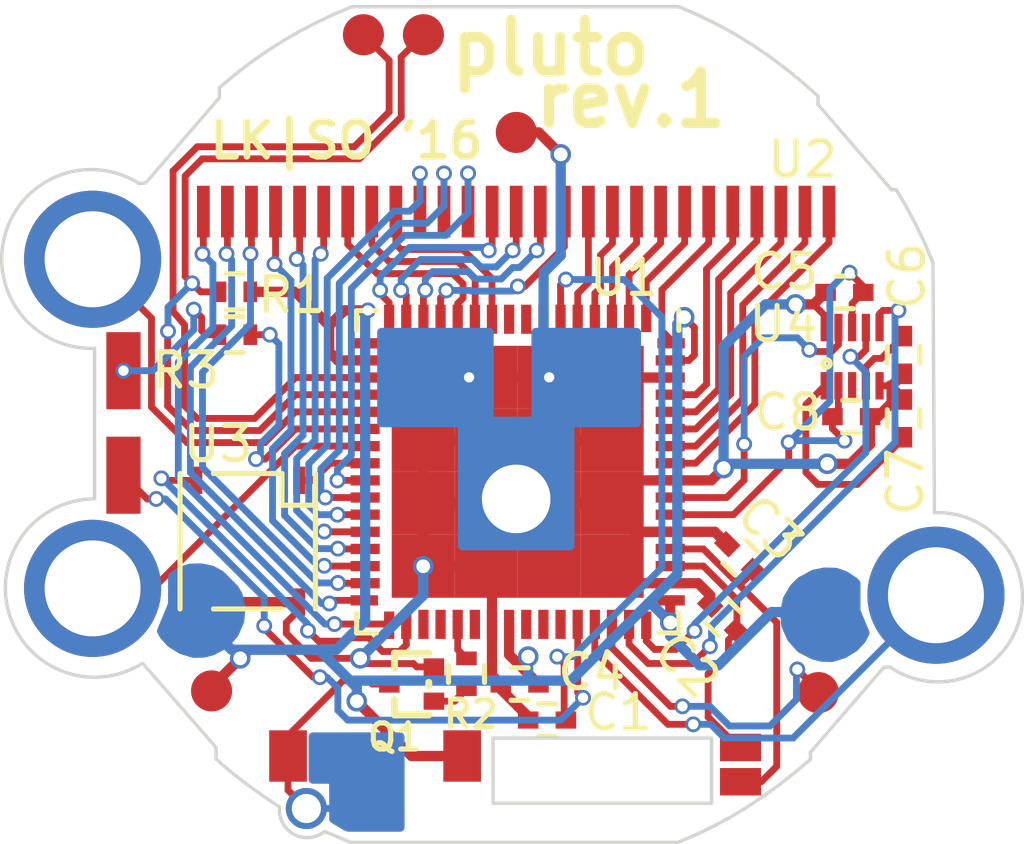
<source format=kicad_pcb>
(kicad_pcb (version 4) (host pcbnew 4.0.2-stable)

  (general
    (links 98)
    (no_connects 0)
    (area 45.663181 84.883147 70.163247 109.362848)
    (thickness 0.5)
    (drawings 511)
    (tracks 685)
    (zones 0)
    (modules 37)
    (nets 62)
  )

  (page A4)
  (layers
    (0 F.Cu signal)
    (31 B.Cu signal)
    (32 B.Adhes user)
    (33 F.Adhes user)
    (34 B.Paste user)
    (35 F.Paste user)
    (36 B.SilkS user)
    (37 F.SilkS user)
    (38 B.Mask user)
    (39 F.Mask user)
    (40 Dwgs.User user)
    (41 Cmts.User user)
    (42 Eco1.User user)
    (43 Eco2.User user)
    (44 Edge.Cuts user)
    (45 Margin user)
    (46 B.CrtYd user)
    (47 F.CrtYd user)
    (48 B.Fab user)
    (49 F.Fab user hide)
  )

  (setup
    (last_trace_width 0.2)
    (user_trace_width 0.2)
    (user_trace_width 0.3)
    (trace_clearance 0.1524)
    (zone_clearance 0.2)
    (zone_45_only no)
    (trace_min 0.1524)
    (segment_width 0.2)
    (edge_width 0.2)
    (via_size 0.46)
    (via_drill 0.3)
    (via_min_size 0.46)
    (via_min_drill 0.3)
    (uvia_size 0.3)
    (uvia_drill 0.1)
    (uvias_allowed no)
    (uvia_min_size 0.2)
    (uvia_min_drill 0.1)
    (pcb_text_width 0.3)
    (pcb_text_size 1.5 1.5)
    (mod_edge_width 0.15)
    (mod_text_size 1 1)
    (mod_text_width 0.15)
    (pad_size 0.8 0.3)
    (pad_drill 0)
    (pad_to_mask_clearance 0.1)
    (solder_mask_min_width 0.1)
    (aux_axis_origin 58.26 131.31)
    (grid_origin 51.2555 102.891)
    (visible_elements 7FFEFF7F)
    (pcbplotparams
      (layerselection 0x010f0_80000001)
      (usegerberextensions true)
      (excludeedgelayer true)
      (linewidth 0.100000)
      (plotframeref false)
      (viasonmask false)
      (mode 1)
      (useauxorigin false)
      (hpglpennumber 1)
      (hpglpenspeed 20)
      (hpglpendiameter 15)
      (hpglpenoverlay 2)
      (psnegative false)
      (psa4output false)
      (plotreference true)
      (plotvalue true)
      (plotinvisibletext false)
      (padsonsilk false)
      (subtractmaskfromsilk false)
      (outputformat 1)
      (mirror false)
      (drillshape 0)
      (scaleselection 1)
      (outputdirectory output/))
  )

  (net 0 "")
  (net 1 "Net-(C1-Pad1)")
  (net 2 GND)
  (net 3 "Net-(P3-Pad1)")
  (net 4 "Net-(P4-Pad1)")
  (net 5 /LCD_SEG2)
  (net 6 /LCD_SEG1)
  (net 7 /LCD_SEG3)
  (net 8 /LCD_SEG4)
  (net 9 /LCD_SEG6)
  (net 10 /LCD_SEG5)
  (net 11 /LCD_COM3)
  (net 12 /LCD_COM2)
  (net 13 /LCD_COM1)
  (net 14 /LCD_SEG13)
  (net 15 /LCD_SEG12)
  (net 16 /LCD_SEG11)
  (net 17 /LCD_SEG10)
  (net 18 /LCD_SEG9)
  (net 19 /LCD_SEG8)
  (net 20 /LCD_SEG7)
  (net 21 /LCD_SEG18)
  (net 22 /LCD_SEG14)
  (net 23 /LCD_SEG15)
  (net 24 /LCD_SEG16)
  (net 25 /LCD_SEG17)
  (net 26 /LCD_SEG19)
  (net 27 /LCD_SEG24)
  (net 28 /LCD_SEG23)
  (net 29 /LCD_SEG22)
  (net 30 /LCD_SEG21)
  (net 31 /LCD_SEG20)
  (net 32 "Net-(Q1-Pad1)")
  (net 33 "Net-(R2-Pad1)")
  (net 34 /BUZ)
  (net 35 "Net-(U1-Pad7)")
  (net 36 "Net-(U1-Pad8)")
  (net 37 "Net-(U1-Pad9)")
  (net 38 "Net-(U1-Pad36)")
  (net 39 "Net-(U1-Pad38)")
  (net 40 "Net-(U1-Pad41)")
  (net 41 "Net-(U1-Pad42)")
  (net 42 "Net-(U1-Pad43)")
  (net 43 /IR)
  (net 44 "Net-(U1-Pad35)")
  (net 45 "Net-(P10-Pad1)")
  (net 46 /LED_1)
  (net 47 "Net-(P15-Pad1)")
  (net 48 VCC)
  (net 49 "Net-(C6-Pad1)")
  (net 50 "Net-(C7-Pad1)")
  (net 51 /INT1)
  (net 52 /SCL)
  (net 53 /SDA)
  (net 54 /Q-1)
  (net 55 /Q-2)
  (net 56 /MAG_PWR)
  (net 57 /B_LIGHT)
  (net 58 /B_MODE)
  (net 59 /B_ALARM)
  (net 60 /LED_2)
  (net 61 /IR_PWR)

  (net_class Default "This is the default net class."
    (clearance 0.1524)
    (trace_width 0.2)
    (via_dia 0.46)
    (via_drill 0.3)
    (uvia_dia 0.3)
    (uvia_drill 0.1)
    (add_net /BUZ)
    (add_net /B_ALARM)
    (add_net /B_LIGHT)
    (add_net /B_MODE)
    (add_net /INT1)
    (add_net /IR)
    (add_net /IR_PWR)
    (add_net /LCD_COM1)
    (add_net /LCD_COM2)
    (add_net /LCD_COM3)
    (add_net /LCD_SEG1)
    (add_net /LCD_SEG10)
    (add_net /LCD_SEG11)
    (add_net /LCD_SEG12)
    (add_net /LCD_SEG13)
    (add_net /LCD_SEG14)
    (add_net /LCD_SEG15)
    (add_net /LCD_SEG16)
    (add_net /LCD_SEG17)
    (add_net /LCD_SEG18)
    (add_net /LCD_SEG19)
    (add_net /LCD_SEG2)
    (add_net /LCD_SEG20)
    (add_net /LCD_SEG21)
    (add_net /LCD_SEG22)
    (add_net /LCD_SEG23)
    (add_net /LCD_SEG24)
    (add_net /LCD_SEG3)
    (add_net /LCD_SEG4)
    (add_net /LCD_SEG5)
    (add_net /LCD_SEG6)
    (add_net /LCD_SEG7)
    (add_net /LCD_SEG8)
    (add_net /LCD_SEG9)
    (add_net /LED_1)
    (add_net /LED_2)
    (add_net /MAG_PWR)
    (add_net /Q-1)
    (add_net /Q-2)
    (add_net /SCL)
    (add_net /SDA)
    (add_net "Net-(C1-Pad1)")
    (add_net "Net-(C6-Pad1)")
    (add_net "Net-(C7-Pad1)")
    (add_net "Net-(P10-Pad1)")
    (add_net "Net-(P15-Pad1)")
    (add_net "Net-(P3-Pad1)")
    (add_net "Net-(P4-Pad1)")
    (add_net "Net-(Q1-Pad1)")
    (add_net "Net-(R2-Pad1)")
    (add_net "Net-(U1-Pad35)")
    (add_net "Net-(U1-Pad36)")
    (add_net "Net-(U1-Pad38)")
    (add_net "Net-(U1-Pad41)")
    (add_net "Net-(U1-Pad42)")
    (add_net "Net-(U1-Pad43)")
    (add_net "Net-(U1-Pad7)")
    (add_net "Net-(U1-Pad8)")
    (add_net "Net-(U1-Pad9)")
  )

  (net_class PWR ""
    (clearance 0.1524)
    (trace_width 0.3)
    (via_dia 0.6)
    (via_drill 0.4)
    (uvia_dia 0.3)
    (uvia_drill 0.1)
    (add_net GND)
    (add_net VCC)
  )

  (module f-91w:SOT416 (layer F.Cu) (tedit 570BA954) (tstamp 56EC9A9B)
    (at 54.9055 104.691 180)
    (path /56EDF910)
    (solder_mask_margin 0.0762)
    (solder_paste_margin -0.0254)
    (attr smd)
    (fp_text reference Q1 (at 0.5 -1.55 180) (layer F.SilkS)
      (effects (font (size 0.762 0.762) (thickness 0.1524)))
    )
    (fp_text value BC846 (at 1.5 -1.8 180) (layer F.SilkS) hide
      (effects (font (size 0.762 0.762) (thickness 0.1524)))
    )
    (fp_line (start 0.5 0.9) (end -0.5 0.9) (layer F.SilkS) (width 0.2032))
    (fp_line (start -0.5 0.05) (end -0.5 -0.051314) (layer F.SilkS) (width 0.2032))
    (fp_line (start -0.5 -0.9) (end 0.5 -0.9) (layer F.SilkS) (width 0.2032))
    (fp_line (start 0.5 -0.9) (end 0.5 -0.45) (layer F.SilkS) (width 0.2032))
    (fp_line (start 0.5 0.45) (end 0.5 0.9) (layer F.SilkS) (width 0.2032))
    (pad 1 smd rect (at -0.65 -0.5 90) (size 0.5 0.6) (layers F.Cu F.Paste F.Mask)
      (net 32 "Net-(Q1-Pad1)"))
    (pad 2 smd rect (at -0.65 0.5 90) (size 0.5 0.6) (layers F.Cu F.Paste F.Mask)
      (net 2 GND))
    (pad 3 smd rect (at 0.65 0 90) (size 0.5 0.6) (layers F.Cu F.Paste F.Mask)
      (net 34 /BUZ))
  )

  (module f-91w:LCD-F-91W (layer F.Cu) (tedit 57052C1C) (tstamp 56E8A49E)
    (at 57.25 93.34)
    (path /56E8A641)
    (solder_mask_margin 0.2)
    (attr virtual)
    (fp_text reference U2 (at 9.0555 -3.949) (layer F.SilkS)
      (effects (font (size 1 1) (thickness 0.15)))
    )
    (fp_text value LCD-F-91W (at 0 -0.5) (layer F.Fab)
      (effects (font (size 1 1) (thickness 0.15)))
    )
    (pad 1 smd rect (at -8.42 -2.43) (size 0.373 1.509) (layers F.Cu F.Paste F.Mask)
      (net 6 /LCD_SEG1))
    (pad 2 smd rect (at -7.718 -2.43) (size 0.373 1.509) (layers F.Cu F.Paste F.Mask)
      (net 5 /LCD_SEG2))
    (pad 3 smd rect (at -7.016 -2.43) (size 0.373 1.509) (layers F.Cu F.Paste F.Mask)
      (net 7 /LCD_SEG3))
    (pad 4 smd rect (at -6.314 -2.43) (size 0.373 1.509) (layers F.Cu F.Paste F.Mask)
      (net 8 /LCD_SEG4))
    (pad 5 smd rect (at -5.612 -2.43) (size 0.373 1.509) (layers F.Cu F.Paste F.Mask)
      (net 10 /LCD_SEG5))
    (pad 6 smd rect (at -4.91 -2.43) (size 0.373 1.509) (layers F.Cu F.Paste F.Mask)
      (net 9 /LCD_SEG6))
    (pad 7 smd rect (at -4.208 -2.43) (size 0.373 1.509) (layers F.Cu F.Paste F.Mask)
      (net 13 /LCD_COM1))
    (pad 8 smd rect (at -3.506 -2.43) (size 0.373 1.509) (layers F.Cu F.Paste F.Mask)
      (net 12 /LCD_COM2))
    (pad 9 smd rect (at -2.804 -2.43) (size 0.373 1.509) (layers F.Cu F.Paste F.Mask)
      (net 11 /LCD_COM3))
    (pad 10 smd rect (at -2.102 -2.43) (size 0.373 1.509) (layers F.Cu F.Paste F.Mask)
      (net 20 /LCD_SEG7))
    (pad 11 smd rect (at -1.4 -2.43) (size 0.373 1.509) (layers F.Cu F.Paste F.Mask)
      (net 19 /LCD_SEG8))
    (pad 12 smd rect (at -0.698 -2.43) (size 0.373 1.509) (layers F.Cu F.Paste F.Mask)
      (net 18 /LCD_SEG9))
    (pad 13 smd rect (at 0.004 -2.43) (size 0.373 1.509) (layers F.Cu F.Paste F.Mask)
      (net 17 /LCD_SEG10))
    (pad 14 smd rect (at 0.706 -2.43) (size 0.373 1.509) (layers F.Cu F.Paste F.Mask)
      (net 16 /LCD_SEG11))
    (pad 15 smd rect (at 1.408 -2.43) (size 0.373 1.509) (layers F.Cu F.Paste F.Mask)
      (net 15 /LCD_SEG12))
    (pad 16 smd rect (at 2.11 -2.43) (size 0.373 1.509) (layers F.Cu F.Paste F.Mask)
      (net 14 /LCD_SEG13))
    (pad 17 smd rect (at 2.812 -2.43) (size 0.373 1.509) (layers F.Cu F.Paste F.Mask)
      (net 22 /LCD_SEG14))
    (pad 18 smd rect (at 3.514 -2.43) (size 0.373 1.509) (layers F.Cu F.Paste F.Mask)
      (net 23 /LCD_SEG15))
    (pad 19 smd rect (at 4.216 -2.43) (size 0.373 1.509) (layers F.Cu F.Paste F.Mask)
      (net 24 /LCD_SEG16))
    (pad 20 smd rect (at 4.918 -2.43) (size 0.373 1.509) (layers F.Cu F.Paste F.Mask)
      (net 25 /LCD_SEG17))
    (pad 21 smd rect (at 5.62 -2.43) (size 0.373 1.509) (layers F.Cu F.Paste F.Mask)
      (net 21 /LCD_SEG18))
    (pad 22 smd rect (at 6.322 -2.43) (size 0.373 1.509) (layers F.Cu F.Paste F.Mask)
      (net 26 /LCD_SEG19))
    (pad 23 smd rect (at 7.024 -2.43) (size 0.373 1.509) (layers F.Cu F.Paste F.Mask)
      (net 31 /LCD_SEG20))
    (pad 24 smd rect (at 7.726 -2.43) (size 0.373 1.509) (layers F.Cu F.Paste F.Mask)
      (net 30 /LCD_SEG21))
    (pad 25 smd rect (at 8.428 -2.43) (size 0.373 1.509) (layers F.Cu F.Paste F.Mask)
      (net 29 /LCD_SEG22))
    (pad 26 smd rect (at 9.13 -2.43) (size 0.373 1.509) (layers F.Cu F.Paste F.Mask)
      (net 28 /LCD_SEG23))
    (pad 27 smd rect (at 9.832 -2.43) (size 0.373 1.509) (layers F.Cu F.Paste F.Mask)
      (net 27 /LCD_SEG24))
  )

  (module Capacitors_SMD:C_0402 (layer F.Cu) (tedit 570B6661) (tstamp 56EC9D1A)
    (at 64.0055 102.766 135)
    (descr "Capacitor SMD 0402, reflow soldering, AVX (see smccp.pdf)")
    (tags "capacitor 0402")
    (path /56EE32A7)
    (attr smd)
    (fp_text reference C2 (at -0.212132 -1.732412 135) (layer F.SilkS)
      (effects (font (size 1 1) (thickness 0.15)))
    )
    (fp_text value 22p (at 0 1.7 135) (layer F.Fab)
      (effects (font (size 1 1) (thickness 0.15)))
    )
    (fp_line (start -1.15 -0.6) (end 1.15 -0.6) (layer F.CrtYd) (width 0.05))
    (fp_line (start -1.15 0.6) (end 1.15 0.6) (layer F.CrtYd) (width 0.05))
    (fp_line (start -1.15 -0.6) (end -1.15 0.6) (layer F.CrtYd) (width 0.05))
    (fp_line (start 1.15 -0.6) (end 1.15 0.6) (layer F.CrtYd) (width 0.05))
    (fp_line (start 0.25 -0.475) (end -0.25 -0.475) (layer F.SilkS) (width 0.15))
    (fp_line (start -0.25 0.475) (end 0.25 0.475) (layer F.SilkS) (width 0.15))
    (pad 1 smd rect (at -0.55 0 135) (size 0.6 0.5) (layers F.Cu F.Paste F.Mask)
      (net 54 /Q-1))
    (pad 2 smd rect (at 0.55 0 135) (size 0.6 0.5) (layers F.Cu F.Paste F.Mask)
      (net 2 GND))
    (model Capacitors_SMD.3dshapes/C_0402.wrl
      (at (xyz 0 0 0))
      (scale (xyz 1 1 1))
      (rotate (xyz 0 0 0))
    )
  )

  (module Capacitors_SMD:C_0402 (layer F.Cu) (tedit 570B6677) (tstamp 5707B13E)
    (at 67.7305 96.891)
    (descr "Capacitor SMD 0402, reflow soldering, AVX (see smccp.pdf)")
    (tags "capacitor 0402")
    (path /57057DE2)
    (attr smd)
    (fp_text reference C8 (at -1.85 -0.125) (layer F.SilkS)
      (effects (font (size 1 1) (thickness 0.15)))
    )
    (fp_text value 100n (at 0 1.7) (layer F.Fab)
      (effects (font (size 1 1) (thickness 0.15)))
    )
    (fp_line (start -1.15 -0.6) (end 1.15 -0.6) (layer F.CrtYd) (width 0.05))
    (fp_line (start -1.15 0.6) (end 1.15 0.6) (layer F.CrtYd) (width 0.05))
    (fp_line (start -1.15 -0.6) (end -1.15 0.6) (layer F.CrtYd) (width 0.05))
    (fp_line (start 1.15 -0.6) (end 1.15 0.6) (layer F.CrtYd) (width 0.05))
    (fp_line (start 0.25 -0.475) (end -0.25 -0.475) (layer F.SilkS) (width 0.15))
    (fp_line (start -0.25 0.475) (end 0.25 0.475) (layer F.SilkS) (width 0.15))
    (pad 1 smd rect (at -0.55 0) (size 0.6 0.5) (layers F.Cu F.Paste F.Mask)
      (net 56 /MAG_PWR))
    (pad 2 smd rect (at 0.55 0) (size 0.6 0.5) (layers F.Cu F.Paste F.Mask)
      (net 2 GND))
    (model Capacitors_SMD.3dshapes/C_0402.wrl
      (at (xyz 0 0 0))
      (scale (xyz 1 1 1))
      (rotate (xyz 0 0 0))
    )
  )

  (module Capacitors_SMD:C_0402 (layer F.Cu) (tedit 570500FA) (tstamp 56E9D426)
    (at 58.8555 105.741 180)
    (descr "Capacitor SMD 0402, reflow soldering, AVX (see smccp.pdf)")
    (tags "capacitor 0402")
    (path /56E9D6D2)
    (attr smd)
    (fp_text reference C1 (at -2.075 0.225 180) (layer F.SilkS)
      (effects (font (size 1 1) (thickness 0.15)))
    )
    (fp_text value 4.7u (at 0 1.7 180) (layer F.Fab)
      (effects (font (size 1 1) (thickness 0.15)))
    )
    (fp_line (start -1.15 -0.6) (end 1.15 -0.6) (layer F.CrtYd) (width 0.05))
    (fp_line (start -1.15 0.6) (end 1.15 0.6) (layer F.CrtYd) (width 0.05))
    (fp_line (start -1.15 -0.6) (end -1.15 0.6) (layer F.CrtYd) (width 0.05))
    (fp_line (start 1.15 -0.6) (end 1.15 0.6) (layer F.CrtYd) (width 0.05))
    (fp_line (start 0.25 -0.475) (end -0.25 -0.475) (layer F.SilkS) (width 0.15))
    (fp_line (start -0.25 0.475) (end 0.25 0.475) (layer F.SilkS) (width 0.15))
    (pad 1 smd rect (at -0.55 0 180) (size 0.6 0.5) (layers F.Cu F.Paste F.Mask)
      (net 1 "Net-(C1-Pad1)"))
    (pad 2 smd rect (at 0.55 0 180) (size 0.6 0.5) (layers F.Cu F.Paste F.Mask)
      (net 2 GND))
    (model Capacitors_SMD.3dshapes/C_0402.wrl
      (at (xyz 0 0 0))
      (scale (xyz 1 1 1))
      (rotate (xyz 0 0 0))
    )
  )

  (module Housings_DFN_QFN:QFN-64-1EP_9x9mm_Pitch0.5mm (layer F.Cu) (tedit 570B9EAA) (tstamp 56E8D305)
    (at 58 98.5 270)
    (descr "64-Lead Plastic Quad Flat, No Lead Package (MR) - 9x9x0.9 mm Body [QFN]; (see Microchip Packaging Specification 00000049BS.pdf)")
    (tags "QFN 0.5")
    (path /56E8AF3B)
    (attr smd)
    (fp_text reference U1 (at -5.659 -3.1055 360) (layer F.SilkS)
      (effects (font (size 1 1) (thickness 0.15)))
    )
    (fp_text value MSP430FR6972 (at 0 5.875 270) (layer F.Fab)
      (effects (font (size 1 1) (thickness 0.15)))
    )
    (fp_line (start -5.15 -5.15) (end -5.15 5.15) (layer F.CrtYd) (width 0.05))
    (fp_line (start 5.15 -5.15) (end 5.15 5.15) (layer F.CrtYd) (width 0.05))
    (fp_line (start -5.15 -5.15) (end 5.15 -5.15) (layer F.CrtYd) (width 0.05))
    (fp_line (start -5.15 5.15) (end 5.15 5.15) (layer F.CrtYd) (width 0.05))
    (fp_line (start 4.7 -4.7) (end 4.7 -4.125) (layer F.SilkS) (width 0.15))
    (fp_line (start -4.7 4.7) (end -4.7 4.125) (layer F.SilkS) (width 0.15))
    (fp_line (start 4.7 4.7) (end 4.7 4.125) (layer F.SilkS) (width 0.15))
    (fp_line (start -4.7 -4.7) (end -4.125 -4.7) (layer F.SilkS) (width 0.15))
    (fp_line (start -4.7 4.7) (end -4.125 4.7) (layer F.SilkS) (width 0.15))
    (fp_line (start 4.7 4.7) (end 4.125 4.7) (layer F.SilkS) (width 0.15))
    (fp_line (start 4.7 -4.7) (end 4.125 -4.7) (layer F.SilkS) (width 0.15))
    (pad 1 smd rect (at -4.475 -3.75 270) (size 0.8 0.3) (layers F.Cu F.Paste F.Mask)
      (net 21 /LCD_SEG18))
    (pad 2 smd rect (at -4.45 -3.25 270) (size 0.85 0.3) (layers F.Cu F.Paste F.Mask)
      (net 25 /LCD_SEG17))
    (pad 3 smd rect (at -4.45 -2.75 270) (size 0.85 0.3) (layers F.Cu F.Paste F.Mask)
      (net 24 /LCD_SEG16))
    (pad 4 smd rect (at -4.45 -2.25 270) (size 0.85 0.3) (layers F.Cu F.Paste F.Mask)
      (net 23 /LCD_SEG15))
    (pad 5 smd rect (at -4.45 -1.75 270) (size 0.85 0.3) (layers F.Cu F.Paste F.Mask)
      (net 22 /LCD_SEG14))
    (pad 6 smd rect (at -4.45 -1.25 270) (size 0.85 0.3) (layers F.Cu F.Paste F.Mask)
      (net 1 "Net-(C1-Pad1)"))
    (pad 7 smd rect (at -4.45 -0.75 270) (size 0.85 0.3) (layers F.Cu F.Paste F.Mask)
      (net 35 "Net-(U1-Pad7)"))
    (pad 8 smd rect (at -4.45 -0.25 270) (size 0.85 0.3) (layers F.Cu F.Paste F.Mask)
      (net 36 "Net-(U1-Pad8)"))
    (pad 9 smd rect (at -4.45 0.25 270) (size 0.85 0.3) (layers F.Cu F.Paste F.Mask)
      (net 37 "Net-(U1-Pad9)"))
    (pad 10 smd rect (at -4.45 0.75 270) (size 0.85 0.3) (layers F.Cu F.Paste F.Mask)
      (net 11 /LCD_COM3))
    (pad 11 smd rect (at -4.45 1.25 270) (size 0.85 0.3) (layers F.Cu F.Paste F.Mask)
      (net 12 /LCD_COM2))
    (pad 12 smd rect (at -4.45 1.75 270) (size 0.85 0.3) (layers F.Cu F.Paste F.Mask)
      (net 13 /LCD_COM1))
    (pad 13 smd rect (at -4.45 2.25 270) (size 0.85 0.3) (layers F.Cu F.Paste F.Mask)
      (net 14 /LCD_SEG13))
    (pad 14 smd rect (at -4.45 2.75 270) (size 0.85 0.3) (layers F.Cu F.Paste F.Mask)
      (net 15 /LCD_SEG12))
    (pad 15 smd rect (at -4.45 3.25 270) (size 0.85 0.3) (layers F.Cu F.Paste F.Mask)
      (net 16 /LCD_SEG11))
    (pad 16 smd rect (at -4.475 3.75 270) (size 0.8 0.3) (layers F.Cu F.Paste F.Mask)
      (net 17 /LCD_SEG10))
    (pad 17 smd rect (at -3.75 4.475) (size 0.8 0.3) (layers F.Cu F.Paste F.Mask)
      (net 2 GND))
    (pad 18 smd rect (at -3.25 4.45) (size 0.85 0.3) (layers F.Cu F.Paste F.Mask)
      (net 48 VCC))
    (pad 19 smd rect (at -2.75 4.45) (size 0.85 0.3) (layers F.Cu F.Paste F.Mask)
      (net 3 "Net-(P3-Pad1)"))
    (pad 20 smd rect (at -2.25 4.45) (size 0.85 0.3) (layers F.Cu F.Paste F.Mask)
      (net 4 "Net-(P4-Pad1)"))
    (pad 21 smd rect (at -1.75 4.45) (size 0.85 0.3) (layers F.Cu F.Paste F.Mask)
      (net 57 /B_LIGHT))
    (pad 22 smd rect (at -1.25 4.45) (size 0.85 0.3) (layers F.Cu F.Paste F.Mask)
      (net 60 /LED_2))
    (pad 23 smd rect (at -0.75 4.45) (size 0.85 0.3) (layers F.Cu F.Paste F.Mask)
      (net 58 /B_MODE))
    (pad 24 smd rect (at -0.25 4.45) (size 0.85 0.3) (layers F.Cu F.Paste F.Mask)
      (net 43 /IR))
    (pad 25 smd rect (at 0.25 4.45) (size 0.85 0.3) (layers F.Cu F.Paste F.Mask)
      (net 18 /LCD_SEG9))
    (pad 26 smd rect (at 0.75 4.45) (size 0.85 0.3) (layers F.Cu F.Paste F.Mask)
      (net 19 /LCD_SEG8))
    (pad 27 smd rect (at 1.25 4.45) (size 0.85 0.3) (layers F.Cu F.Paste F.Mask)
      (net 20 /LCD_SEG7))
    (pad 28 smd rect (at 1.75 4.45) (size 0.85 0.3) (layers F.Cu F.Paste F.Mask)
      (net 9 /LCD_SEG6))
    (pad 29 smd rect (at 2.25 4.45) (size 0.85 0.3) (layers F.Cu F.Paste F.Mask)
      (net 10 /LCD_SEG5))
    (pad 30 smd rect (at 2.75 4.45) (size 0.85 0.3) (layers F.Cu F.Paste F.Mask)
      (net 8 /LCD_SEG4))
    (pad 31 smd rect (at 3.25 4.45) (size 0.85 0.3) (layers F.Cu F.Paste F.Mask)
      (net 7 /LCD_SEG3))
    (pad 32 smd rect (at 3.75 4.475) (size 0.8 0.3) (layers F.Cu F.Paste F.Mask)
      (net 5 /LCD_SEG2))
    (pad 33 smd rect (at 4.475 3.75 270) (size 0.8 0.3) (layers F.Cu F.Paste F.Mask)
      (net 6 /LCD_SEG1))
    (pad 34 smd rect (at 4.45 3.25 270) (size 0.85 0.3) (layers F.Cu F.Paste F.Mask)
      (net 61 /IR_PWR))
    (pad 35 smd rect (at 4.45 2.75 270) (size 0.85 0.3) (layers F.Cu F.Paste F.Mask)
      (net 44 "Net-(U1-Pad35)"))
    (pad 36 smd rect (at 4.45 2.25 270) (size 0.85 0.3) (layers F.Cu F.Paste F.Mask)
      (net 38 "Net-(U1-Pad36)"))
    (pad 37 smd rect (at 4.45 1.75 270) (size 0.85 0.3) (layers F.Cu F.Paste F.Mask)
      (net 33 "Net-(R2-Pad1)"))
    (pad 38 smd rect (at 4.45 1.25 270) (size 0.85 0.3) (layers F.Cu F.Paste F.Mask)
      (net 39 "Net-(U1-Pad38)"))
    (pad 39 smd rect (at 4.45 0.75 270) (size 0.85 0.3) (layers F.Cu F.Paste F.Mask)
      (net 2 GND))
    (pad 40 smd rect (at 4.45 0.25 270) (size 0.85 0.3) (layers F.Cu F.Paste F.Mask)
      (net 48 VCC))
    (pad 41 smd rect (at 4.45 -0.25 270) (size 0.85 0.3) (layers F.Cu F.Paste F.Mask)
      (net 40 "Net-(U1-Pad41)"))
    (pad 42 smd rect (at 4.45 -0.75 270) (size 0.85 0.3) (layers F.Cu F.Paste F.Mask)
      (net 41 "Net-(U1-Pad42)"))
    (pad 43 smd rect (at 4.45 -1.25 270) (size 0.85 0.3) (layers F.Cu F.Paste F.Mask)
      (net 42 "Net-(U1-Pad43)"))
    (pad 44 smd rect (at 4.45 -1.75 270) (size 0.85 0.3) (layers F.Cu F.Paste F.Mask)
      (net 46 /LED_1))
    (pad 45 smd rect (at 4.45 -2.25 270) (size 0.85 0.3) (layers F.Cu F.Paste F.Mask)
      (net 59 /B_ALARM))
    (pad 46 smd rect (at 4.45 -2.75 270) (size 0.85 0.3) (layers F.Cu F.Paste F.Mask)
      (net 47 "Net-(P15-Pad1)"))
    (pad 47 smd rect (at 4.45 -3.25 270) (size 0.85 0.3) (layers F.Cu F.Paste F.Mask)
      (net 53 /SDA))
    (pad 48 smd rect (at 4.475 -3.75 270) (size 0.8 0.3) (layers F.Cu F.Paste F.Mask)
      (net 52 /SCL))
    (pad 49 smd rect (at 3.75 -4.475) (size 0.8 0.3) (layers F.Cu F.Paste F.Mask)
      (net 48 VCC))
    (pad 50 smd rect (at 3.25 -4.45) (size 0.85 0.3) (layers F.Cu F.Paste F.Mask)
      (net 2 GND))
    (pad 51 smd rect (at 2.75 -4.45) (size 0.85 0.3) (layers F.Cu F.Paste F.Mask)
      (net 54 /Q-1))
    (pad 52 smd rect (at 2.25 -4.45) (size 0.85 0.3) (layers F.Cu F.Paste F.Mask)
      (net 55 /Q-2))
    (pad 53 smd rect (at 1.75 -4.45) (size 0.85 0.3) (layers F.Cu F.Paste F.Mask)
      (net 2 GND))
    (pad 54 smd rect (at 1.25 -4.45) (size 0.85 0.3) (layers F.Cu F.Paste F.Mask)
      (net 56 /MAG_PWR))
    (pad 55 smd rect (at 0.75 -4.45) (size 0.85 0.3) (layers F.Cu F.Paste F.Mask)
      (net 51 /INT1))
    (pad 56 smd rect (at 0.25 -4.45) (size 0.85 0.3) (layers F.Cu F.Paste F.Mask)
      (net 2 GND))
    (pad 57 smd rect (at -0.25 -4.45) (size 0.85 0.3) (layers F.Cu F.Paste F.Mask)
      (net 27 /LCD_SEG24))
    (pad 58 smd rect (at -0.75 -4.45) (size 0.85 0.3) (layers F.Cu F.Paste F.Mask)
      (net 28 /LCD_SEG23))
    (pad 59 smd rect (at -1.25 -4.45) (size 0.85 0.3) (layers F.Cu F.Paste F.Mask)
      (net 29 /LCD_SEG22))
    (pad 60 smd rect (at -1.75 -4.45) (size 0.85 0.3) (layers F.Cu F.Paste F.Mask)
      (net 30 /LCD_SEG21))
    (pad 61 smd rect (at -2.25 -4.45) (size 0.85 0.3) (layers F.Cu F.Paste F.Mask)
      (net 31 /LCD_SEG20))
    (pad 62 smd rect (at -2.75 -4.45) (size 0.85 0.3) (layers F.Cu F.Paste F.Mask)
      (net 2 GND))
    (pad 63 smd rect (at -3.25 -4.45) (size 0.85 0.3) (layers F.Cu F.Paste F.Mask)
      (net 48 VCC))
    (pad 64 smd rect (at -3.75 -4.475) (size 0.8 0.3) (layers F.Cu F.Paste F.Mask)
      (net 26 /LCD_SEG19))
    (pad 65 smd rect (at 2.75625 2.75625 270) (size 1.8375 1.8375) (layers F.Cu F.Paste F.Mask)
      (net 2 GND) (solder_paste_margin_ratio -0.2))
    (pad 65 smd rect (at 2.75625 0.91875 270) (size 1.8375 1.8375) (layers F.Cu F.Paste F.Mask)
      (net 2 GND) (solder_paste_margin_ratio -0.2))
    (pad 65 smd rect (at 2.75625 -0.91875 270) (size 1.8375 1.8375) (layers F.Cu F.Paste F.Mask)
      (net 2 GND) (solder_paste_margin_ratio -0.2))
    (pad 65 smd rect (at 2.75625 -2.75625 270) (size 1.8375 1.8375) (layers F.Cu F.Paste F.Mask)
      (net 2 GND) (solder_paste_margin_ratio -0.2))
    (pad 65 smd rect (at 0.91875 2.75625 270) (size 1.8375 1.8375) (layers F.Cu F.Paste F.Mask)
      (net 2 GND) (solder_paste_margin_ratio -0.2))
    (pad 65 smd rect (at 0.91875 0.91875 270) (size 1.8375 1.8375) (layers F.Cu F.Paste F.Mask)
      (net 2 GND) (solder_paste_margin_ratio -0.2))
    (pad 65 smd rect (at 0.91875 -0.91875 270) (size 1.8375 1.8375) (layers F.Cu F.Paste F.Mask)
      (net 2 GND) (solder_paste_margin_ratio -0.2))
    (pad 65 smd rect (at 0.91875 -2.75625 270) (size 1.8375 1.8375) (layers F.Cu F.Paste F.Mask)
      (net 2 GND) (solder_paste_margin_ratio -0.2))
    (pad 65 smd rect (at -0.91875 2.75625 270) (size 1.8375 1.8375) (layers F.Cu F.Paste F.Mask)
      (net 2 GND) (solder_paste_margin_ratio -0.2))
    (pad 65 smd rect (at -0.91875 0.91875 270) (size 1.8375 1.8375) (layers F.Cu F.Paste F.Mask)
      (net 2 GND) (solder_paste_margin_ratio -0.2))
    (pad 65 smd rect (at -0.91875 -0.91875 270) (size 1.8375 1.8375) (layers F.Cu F.Paste F.Mask)
      (net 2 GND) (solder_paste_margin_ratio -0.2))
    (pad 65 smd rect (at -0.91875 -2.75625 270) (size 1.8375 1.8375) (layers F.Cu F.Paste F.Mask)
      (net 2 GND) (solder_paste_margin_ratio -0.2))
    (pad 65 smd rect (at -2.75625 2.75625 270) (size 1.8375 1.8375) (layers F.Cu F.Paste F.Mask)
      (net 2 GND) (solder_paste_margin_ratio -0.2))
    (pad 65 smd rect (at -2.75625 0.91875 270) (size 1.8375 1.8375) (layers F.Cu F.Paste F.Mask)
      (net 2 GND) (solder_paste_margin_ratio -0.2))
    (pad 65 smd rect (at -2.75625 -0.91875 270) (size 1.8375 1.8375) (layers F.Cu F.Paste F.Mask)
      (net 2 GND) (solder_paste_margin_ratio -0.2))
    (pad 65 smd rect (at -2.75625 -2.75625 270) (size 1.8375 1.8375) (layers F.Cu F.Paste F.Mask)
      (net 2 GND) (solder_paste_margin_ratio -0.2))
    (model Housings_DFN_QFN.3dshapes/QFN-64-1EP_9x9mm_Pitch0.5mm.wrl
      (at (xyz 0 0 0))
      (scale (xyz 1 1 1))
      (rotate (xyz 0 0 0))
    )
  )

  (module Connect:1pin (layer F.Cu) (tedit 56FD761B) (tstamp 56EB52F4)
    (at 70.2 102.1)
    (descr "module 1 pin (ou trou mecanique de percage)")
    (tags DEV)
    (path /56EB65DE)
    (fp_text reference P7 (at 1.55 -3.048) (layer F.SilkS) hide
      (effects (font (size 1 1) (thickness 0.15)))
    )
    (fp_text value CONN_01X01 (at 0 2.794) (layer F.Fab)
      (effects (font (size 1 1) (thickness 0.15)))
    )
    (pad 1 thru_hole circle (at 0 0) (size 4 4) (drill 2.8) (layers *.Cu F.Mask)
      (net 59 /B_ALARM))
  )

  (module Connect:1pin (layer F.Cu) (tedit 56FD7599) (tstamp 56E99FBF)
    (at 64.555 104.886)
    (descr "module 1 pin (ou trou mecanique de percage)")
    (tags DEV)
    (fp_text reference MH5 (at 4.945 1.364) (layer F.SilkS) hide
      (effects (font (size 1 1) (thickness 0.15)))
    )
    (fp_text value 1pin (at 0 2.794) (layer F.Fab)
      (effects (font (size 1 1) (thickness 0.15)))
    )
    (pad "" np_thru_hole circle (at 0 0) (size 1.3 1.3) (drill 1.3) (layers *.Cu *.Mask))
  )

  (module Connect:1pin (layer F.Cu) (tedit 56FD7263) (tstamp 56FD2563)
    (at 66.77 104.94)
    (descr "module 1 pin (ou trou mecanique de percage)")
    (tags DEV)
    (path /56FD41E4)
    (fp_text reference P15 (at 2.98 0.06) (layer F.SilkS) hide
      (effects (font (size 1 1) (thickness 0.15)))
    )
    (fp_text value CONN_01X01 (at 0 2.794) (layer F.Fab)
      (effects (font (size 1 1) (thickness 0.15)))
    )
    (pad 1 smd circle (at 0 0) (size 1.2 1.2) (layers F.Cu F.Paste F.Mask)
      (net 47 "Net-(P15-Pad1)"))
  )

  (module Connect:1pin (layer F.Cu) (tedit 56FD724E) (tstamp 56EB513D)
    (at 64.5 106.541)
    (descr "module 1 pin (ou trou mecanique de percage)")
    (tags DEV)
    (path /56EB4C80)
    (fp_text reference P1 (at 3.75 2) (layer F.SilkS) hide
      (effects (font (size 1 1) (thickness 0.15)))
    )
    (fp_text value CONN_01X01 (at 0 2.794) (layer F.Fab)
      (effects (font (size 1 1) (thickness 0.15)))
    )
    (pad 1 smd rect (at 0 0) (size 1.2 0.8) (layers F.Cu F.Paste F.Mask)
      (net 54 /Q-1))
  )

  (module Connect:1pin (layer F.Cu) (tedit 56FD7254) (tstamp 56EB5143)
    (at 64.5 107.54)
    (descr "module 1 pin (ou trou mecanique de percage)")
    (tags DEV)
    (path /56EB5038)
    (fp_text reference P2 (at 3.75 2.21) (layer F.SilkS) hide
      (effects (font (size 1 1) (thickness 0.15)))
    )
    (fp_text value CONN_01X01 (at 0 2.794) (layer F.Fab)
      (effects (font (size 1 1) (thickness 0.15)))
    )
    (pad 1 smd rect (at 0 0) (size 1.2 0.8) (layers F.Cu F.Paste F.Mask)
      (net 55 /Q-2))
  )

  (module Connect:1pin (layer F.Cu) (tedit 56FD71EE) (tstamp 56EC9B60)
    (at 56.38 106.79)
    (descr "module 1 pin (ou trou mecanique de percage)")
    (tags DEV)
    (path /56EE14D1)
    (fp_text reference P8 (at -7.88 1.21) (layer F.SilkS) hide
      (effects (font (size 1 1) (thickness 0.15)))
    )
    (fp_text value CONN_01X01 (at 0 2.794) (layer F.Fab)
      (effects (font (size 1 1) (thickness 0.15)))
    )
    (pad 1 smd rect (at 0 0) (size 1.1 1.5) (layers F.Cu F.Paste F.Mask)
      (net 48 VCC))
  )

  (module Connect:1pin (layer F.Cu) (tedit 56FD75F6) (tstamp 56FD1E26)
    (at 55.65 108.37)
    (descr "module 1 pin (ou trou mecanique de percage)")
    (tags DEV)
    (fp_text reference MH7 (at 0.1 2.13) (layer F.SilkS) hide
      (effects (font (size 1 1) (thickness 0.15)))
    )
    (fp_text value 1pin (at 0 2.794) (layer F.Fab)
      (effects (font (size 1 1) (thickness 0.15)))
    )
    (pad "" np_thru_hole circle (at 0 0) (size 0.85 0.85) (drill 0.85) (layers *.Cu *.Mask))
  )

  (module Connect:1pin (layer F.Cu) (tedit 56FD71A7) (tstamp 56EC9B66)
    (at 51.3 106.79)
    (descr "module 1 pin (ou trou mecanique de percage)")
    (tags DEV)
    (path /56EE0904)
    (fp_text reference P9 (at -4.05 0.21) (layer F.SilkS) hide
      (effects (font (size 1 1) (thickness 0.15)))
    )
    (fp_text value CONN_01X01 (at 0 2.794) (layer F.Fab)
      (effects (font (size 1 1) (thickness 0.15)))
    )
    (pad 1 smd rect (at 0 0) (size 1.1 1.5) (layers F.Cu F.Paste F.Mask)
      (net 34 /BUZ))
  )

  (module Connect:1pin (layer F.Cu) (tedit 56FD75A4) (tstamp 56E99FD5)
    (at 50.754 104.846)
    (descr "module 1 pin (ou trou mecanique de percage)")
    (tags DEV)
    (fp_text reference MH6 (at -9.004 -3.096) (layer F.SilkS) hide
      (effects (font (size 1 1) (thickness 0.15)))
    )
    (fp_text value 1pin (at 0 2.794) (layer F.Fab)
      (effects (font (size 1 1) (thickness 0.15)))
    )
    (pad "" np_thru_hole circle (at 0 0) (size 1.3 1.3) (drill 1.3) (layers *.Cu *.Mask))
  )

  (module Connect:1pin (layer F.Cu) (tedit 56FD7187) (tstamp 56FD2542)
    (at 49.07 104.89)
    (descr "module 1 pin (ou trou mecanique de percage)")
    (tags DEV)
    (path /56FD3E14)
    (fp_text reference P14 (at -7.32 -4.89) (layer F.SilkS) hide
      (effects (font (size 1 1) (thickness 0.15)))
    )
    (fp_text value CONN_01X01 (at 0 2.794) (layer F.Fab)
      (effects (font (size 1 1) (thickness 0.15)))
    )
    (pad 1 smd circle (at 0 0) (size 1.2 1.2) (layers F.Cu F.Paste F.Mask)
      (net 48 VCC))
  )

  (module Connect:1pin (layer F.Cu) (tedit 56FD7609) (tstamp 56E91897)
    (at 50.01 95.93)
    (descr "module 1 pin (ou trou mecanique de percage)")
    (tags DEV)
    (fp_text reference MH2 (at -7.51 -7.43) (layer F.SilkS) hide
      (effects (font (size 1 1) (thickness 0.15)))
    )
    (fp_text value 1pin (at 0 2.794) (layer F.Fab)
      (effects (font (size 1 1) (thickness 0.15)))
    )
    (pad "" np_thru_hole circle (at 0 0) (size 1.1 1.1) (drill 1.1) (layers *.Cu *.Mask)
      (clearance 0.2))
  )

  (module Connect:1pin (layer F.Cu) (tedit 56FD7612) (tstamp 56EB5263)
    (at 45.6 101.9)
    (descr "module 1 pin (ou trou mecanique de percage)")
    (tags DEV)
    (path /56EB64B8)
    (fp_text reference P6 (at 0 -3.048) (layer F.SilkS) hide
      (effects (font (size 1 1) (thickness 0.15)))
    )
    (fp_text value CONN_01X01 (at 0 2.794) (layer F.Fab)
      (effects (font (size 1 1) (thickness 0.15)))
    )
    (pad 1 thru_hole circle (at 0 0) (size 4 4) (drill 2.8) (layers *.Cu F.Mask)
      (net 58 /B_MODE))
  )

  (module Connect:1pin (layer F.Cu) (tedit 56FD70E9) (tstamp 56FC333D)
    (at 46.5 98.5)
    (descr "module 1 pin (ou trou mecanique de percage)")
    (tags DEV)
    (path /56FC3872)
    (fp_text reference P11 (at 0 -3.048) (layer F.SilkS) hide
      (effects (font (size 1 1) (thickness 0.15)))
    )
    (fp_text value CONN_01X01 (at 0 2.794) (layer F.Fab)
      (effects (font (size 1 1) (thickness 0.15)))
    )
    (pad 1 smd rect (at 0 0.1) (size 1 2.25) (layers F.Cu F.Paste F.Mask)
      (net 46 /LED_1))
  )

  (module Connect:1pin (layer F.Cu) (tedit 56FD7116) (tstamp 56FBED20)
    (at 46.5 95.5)
    (descr "module 1 pin (ou trou mecanique de percage)")
    (tags DEV)
    (path /56FBEE31)
    (fp_text reference P10 (at -6 -5) (layer F.SilkS) hide
      (effects (font (size 1 1) (thickness 0.15)))
    )
    (fp_text value CONN_01X01 (at 0 2.794) (layer F.Fab)
      (effects (font (size 1 1) (thickness 0.15)))
    )
    (pad 1 smd rect (at 0 0.05) (size 1 2.25) (layers F.Cu F.Paste F.Mask)
      (net 45 "Net-(P10-Pad1)"))
  )

  (module Connect:1pin (layer F.Cu) (tedit 56FD760D) (tstamp 56EB5236)
    (at 45.6 92.3)
    (descr "module 1 pin (ou trou mecanique de percage)")
    (tags DEV)
    (path /56EB6141)
    (fp_text reference P5 (at 0 -3.048) (layer F.SilkS) hide
      (effects (font (size 1 1) (thickness 0.15)))
    )
    (fp_text value CONN_01X01 (at 0 2.794) (layer F.Fab)
      (effects (font (size 1 1) (thickness 0.15)))
    )
    (pad 1 thru_hole circle (at 0 0) (size 4 4) (drill 2.8) (layers *.Cu F.Mask)
      (net 57 /B_LIGHT))
  )

  (module Connect:1pin (layer F.Cu) (tedit 56FD75AD) (tstamp 56E99F92)
    (at 51.448 87.25)
    (descr "module 1 pin (ou trou mecanique de percage)")
    (tags DEV)
    (fp_text reference MH3 (at 0 -3.048) (layer F.SilkS) hide
      (effects (font (size 1 1) (thickness 0.15)))
    )
    (fp_text value 1pin (at 0 2.794) (layer F.Fab)
      (effects (font (size 1 1) (thickness 0.15)))
    )
    (pad "" np_thru_hole circle (at 0 0) (size 1.3 1.3) (drill 1.3) (layers *.Cu *.Mask))
  )

  (module Connect:1pin (layer F.Cu) (tedit 56FD70A5) (tstamp 56EB51D6)
    (at 53.5 85.75)
    (descr "module 1 pin (ou trou mecanique de percage)")
    (tags DEV)
    (path /56EB559F)
    (fp_text reference P3 (at 0 -3.048) (layer F.SilkS) hide
      (effects (font (size 1 1) (thickness 0.15)))
    )
    (fp_text value CONN_01X01 (at 0 2.794) (layer F.Fab)
      (effects (font (size 1 1) (thickness 0.15)))
    )
    (pad 1 smd circle (at 0 0) (size 1.2 1.2) (layers F.Cu F.Paste F.Mask)
      (net 3 "Net-(P3-Pad1)"))
  )

  (module Connect:1pin (layer F.Cu) (tedit 56FD70A7) (tstamp 56EB51DC)
    (at 55.25 85.75)
    (descr "module 1 pin (ou trou mecanique de percage)")
    (tags DEV)
    (path /56EB5C47)
    (fp_text reference P4 (at 0 -3.048) (layer F.SilkS) hide
      (effects (font (size 1 1) (thickness 0.15)))
    )
    (fp_text value CONN_01X01 (at 0 2.794) (layer F.Fab)
      (effects (font (size 1 1) (thickness 0.15)))
    )
    (pad 1 smd circle (at 0 0) (size 1.2 1.2) (layers F.Cu F.Paste F.Mask)
      (net 4 "Net-(P4-Pad1)"))
  )

  (module Connect:1pin (layer F.Cu) (tedit 56FD70AA) (tstamp 56FD2483)
    (at 57.96 88.6)
    (descr "module 1 pin (ou trou mecanique de percage)")
    (tags DEV)
    (path /56FD3464)
    (fp_text reference P13 (at 0 -3.048) (layer F.SilkS) hide
      (effects (font (size 1 1) (thickness 0.15)))
    )
    (fp_text value CONN_01X01 (at 0 2.794) (layer F.Fab)
      (effects (font (size 1 1) (thickness 0.15)))
    )
    (pad 1 smd circle (at 0 0) (size 1.2 1.2) (layers F.Cu F.Paste F.Mask)
      (net 2 GND))
  )

  (module Connect:1pin (layer F.Cu) (tedit 56FD75B4) (tstamp 56E99FAF)
    (at 64.422 87.319)
    (descr "module 1 pin (ou trou mecanique de percage)")
    (tags DEV)
    (fp_text reference MH4 (at 0 -3.048) (layer F.SilkS) hide
      (effects (font (size 1 1) (thickness 0.15)))
    )
    (fp_text value 1pin (at 0 2.794) (layer F.Fab)
      (effects (font (size 1 1) (thickness 0.15)))
    )
    (pad "" np_thru_hole circle (at 0 0) (size 1.3 1.3) (drill 1.3) (layers *.Cu *.Mask))
  )

  (module Connect:1pin (layer F.Cu) (tedit 56FD7603) (tstamp 56E9186D)
    (at 65.782 95.646)
    (descr "module 1 pin (ou trou mecanique de percage)")
    (tags DEV)
    (fp_text reference MH1 (at 0 -3.048) (layer F.SilkS) hide
      (effects (font (size 1 1) (thickness 0.15)))
    )
    (fp_text value 1pin (at 0 2.794) (layer F.Fab)
      (effects (font (size 1 1) (thickness 0.15)))
    )
    (pad "" np_thru_hole circle (at 0 0) (size 1.1 1.1) (drill 1.1) (layers *.Cu *.Mask)
      (clearance 0.2))
  )

  (module Resistors_SMD:R_0402 (layer F.Cu) (tedit 57066D2F) (tstamp 56EC9AA7)
    (at 56.5055 104.391 270)
    (descr "Resistor SMD 0402, reflow soldering, Vishay (see dcrcw.pdf)")
    (tags "resistor 0402")
    (path /56EDFAA4)
    (attr smd)
    (fp_text reference R2 (at 1.175 -0.125 360) (layer F.SilkS)
      (effects (font (size 0.8 0.8) (thickness 0.15)))
    )
    (fp_text value 47k (at 0 1.8 270) (layer F.Fab)
      (effects (font (size 1 1) (thickness 0.15)))
    )
    (fp_line (start -0.95 -0.65) (end 0.95 -0.65) (layer F.CrtYd) (width 0.05))
    (fp_line (start -0.95 0.65) (end 0.95 0.65) (layer F.CrtYd) (width 0.05))
    (fp_line (start -0.95 -0.65) (end -0.95 0.65) (layer F.CrtYd) (width 0.05))
    (fp_line (start 0.95 -0.65) (end 0.95 0.65) (layer F.CrtYd) (width 0.05))
    (fp_line (start 0.25 -0.525) (end -0.25 -0.525) (layer F.SilkS) (width 0.15))
    (fp_line (start -0.25 0.525) (end 0.25 0.525) (layer F.SilkS) (width 0.15))
    (pad 1 smd rect (at -0.45 0 270) (size 0.4 0.6) (layers F.Cu F.Paste F.Mask)
      (net 33 "Net-(R2-Pad1)"))
    (pad 2 smd rect (at 0.45 0 270) (size 0.4 0.6) (layers F.Cu F.Paste F.Mask)
      (net 32 "Net-(Q1-Pad1)"))
    (model Resistors_SMD.3dshapes/R_0402.wrl
      (at (xyz 0 0 0))
      (scale (xyz 1 1 1))
      (rotate (xyz 0 0 0))
    )
  )

  (module Resistors_SMD:R_0402 (layer F.Cu) (tedit 57052FE6) (tstamp 56E8D512)
    (at 49.75 93.25 180)
    (descr "Resistor SMD 0402, reflow soldering, Vishay (see dcrcw.pdf)")
    (tags "resistor 0402")
    (path /56E8A86F)
    (attr smd)
    (fp_text reference R1 (at -1.6555 -0.091 180) (layer F.SilkS)
      (effects (font (size 1 1) (thickness 0.15)))
    )
    (fp_text value 10k (at 0 1.8 180) (layer F.Fab)
      (effects (font (size 1 1) (thickness 0.15)))
    )
    (fp_line (start -0.95 -0.65) (end 0.95 -0.65) (layer F.CrtYd) (width 0.05))
    (fp_line (start -0.95 0.65) (end 0.95 0.65) (layer F.CrtYd) (width 0.05))
    (fp_line (start -0.95 -0.65) (end -0.95 0.65) (layer F.CrtYd) (width 0.05))
    (fp_line (start 0.95 -0.65) (end 0.95 0.65) (layer F.CrtYd) (width 0.05))
    (fp_line (start 0.25 -0.525) (end -0.25 -0.525) (layer F.SilkS) (width 0.15))
    (fp_line (start -0.25 0.525) (end 0.25 0.525) (layer F.SilkS) (width 0.15))
    (pad 1 smd rect (at -0.45 0 180) (size 0.4 0.6) (layers F.Cu F.Paste F.Mask)
      (net 48 VCC))
    (pad 2 smd rect (at 0.45 0 180) (size 0.4 0.6) (layers F.Cu F.Paste F.Mask)
      (net 4 "Net-(P4-Pad1)"))
    (model Resistors_SMD.3dshapes/R_0402.wrl
      (at (xyz 0 0 0))
      (scale (xyz 1 1 1))
      (rotate (xyz 0 0 0))
    )
  )

  (module Capacitors_SMD:C_0402 (layer F.Cu) (tedit 57050211) (tstamp 56EC9D26)
    (at 64.5 101 135)
    (descr "Capacitor SMD 0402, reflow soldering, AVX (see smccp.pdf)")
    (tags "capacitor 0402")
    (path /56EE2C6E)
    (attr smd)
    (fp_text reference C3 (at 0.002475 1.212335 135) (layer F.SilkS)
      (effects (font (size 1 1) (thickness 0.15)))
    )
    (fp_text value 22p (at 0 1.7 135) (layer F.Fab)
      (effects (font (size 1 1) (thickness 0.15)))
    )
    (fp_line (start -1.15 -0.6) (end 1.15 -0.6) (layer F.CrtYd) (width 0.05))
    (fp_line (start -1.15 0.6) (end 1.15 0.6) (layer F.CrtYd) (width 0.05))
    (fp_line (start -1.15 -0.6) (end -1.15 0.6) (layer F.CrtYd) (width 0.05))
    (fp_line (start 1.15 -0.6) (end 1.15 0.6) (layer F.CrtYd) (width 0.05))
    (fp_line (start 0.25 -0.475) (end -0.25 -0.475) (layer F.SilkS) (width 0.15))
    (fp_line (start -0.25 0.475) (end 0.25 0.475) (layer F.SilkS) (width 0.15))
    (pad 1 smd rect (at -0.55 0 135) (size 0.6 0.5) (layers F.Cu F.Paste F.Mask)
      (net 55 /Q-2))
    (pad 2 smd rect (at 0.55 0 135) (size 0.6 0.5) (layers F.Cu F.Paste F.Mask)
      (net 2 GND))
    (model Capacitors_SMD.3dshapes/C_0402.wrl
      (at (xyz 0 0 0))
      (scale (xyz 1 1 1))
      (rotate (xyz 0 0 0))
    )
  )

  (module Resistors_SMD:R_0402 (layer F.Cu) (tedit 57052FDA) (tstamp 56F83BE2)
    (at 49.75 94.5)
    (descr "Resistor SMD 0402, reflow soldering, Vishay (see dcrcw.pdf)")
    (tags "resistor 0402")
    (path /56F848AB)
    (attr smd)
    (fp_text reference R3 (at -1.4445 1.041) (layer F.SilkS)
      (effects (font (size 1 1) (thickness 0.15)))
    )
    (fp_text value 10k (at 0 1.8) (layer F.Fab)
      (effects (font (size 1 1) (thickness 0.15)))
    )
    (fp_line (start -0.95 -0.65) (end 0.95 -0.65) (layer F.CrtYd) (width 0.05))
    (fp_line (start -0.95 0.65) (end 0.95 0.65) (layer F.CrtYd) (width 0.05))
    (fp_line (start -0.95 -0.65) (end -0.95 0.65) (layer F.CrtYd) (width 0.05))
    (fp_line (start 0.95 -0.65) (end 0.95 0.65) (layer F.CrtYd) (width 0.05))
    (fp_line (start 0.25 -0.525) (end -0.25 -0.525) (layer F.SilkS) (width 0.15))
    (fp_line (start -0.25 0.525) (end 0.25 0.525) (layer F.SilkS) (width 0.15))
    (pad 1 smd rect (at -0.45 0) (size 0.4 0.6) (layers F.Cu F.Paste F.Mask)
      (net 45 "Net-(P10-Pad1)"))
    (pad 2 smd rect (at 0.45 0) (size 0.4 0.6) (layers F.Cu F.Paste F.Mask)
      (net 60 /LED_2))
    (model Resistors_SMD.3dshapes/R_0402.wrl
      (at (xyz 0 0 0))
      (scale (xyz 1 1 1))
      (rotate (xyz 0 0 0))
    )
  )

  (module Capacitors_SMD:C_0402 (layer F.Cu) (tedit 570B6669) (tstamp 56FBF00A)
    (at 58.0555 104.691 180)
    (descr "Capacitor SMD 0402, reflow soldering, AVX (see smccp.pdf)")
    (tags "capacitor 0402")
    (path /56FBF4BC)
    (attr smd)
    (fp_text reference C4 (at -2.1 0.35 360) (layer F.SilkS)
      (effects (font (size 1 1) (thickness 0.15)))
    )
    (fp_text value 100n (at 0 1.7 180) (layer F.Fab)
      (effects (font (size 1 1) (thickness 0.15)))
    )
    (fp_line (start -1.15 -0.6) (end 1.15 -0.6) (layer F.CrtYd) (width 0.05))
    (fp_line (start -1.15 0.6) (end 1.15 0.6) (layer F.CrtYd) (width 0.05))
    (fp_line (start -1.15 -0.6) (end -1.15 0.6) (layer F.CrtYd) (width 0.05))
    (fp_line (start 1.15 -0.6) (end 1.15 0.6) (layer F.CrtYd) (width 0.05))
    (fp_line (start 0.25 -0.475) (end -0.25 -0.475) (layer F.SilkS) (width 0.15))
    (fp_line (start -0.25 0.475) (end 0.25 0.475) (layer F.SilkS) (width 0.15))
    (pad 1 smd rect (at -0.55 0 180) (size 0.6 0.5) (layers F.Cu F.Paste F.Mask)
      (net 48 VCC))
    (pad 2 smd rect (at 0.55 0 180) (size 0.6 0.5) (layers F.Cu F.Paste F.Mask)
      (net 2 GND))
    (model Capacitors_SMD.3dshapes/C_0402.wrl
      (at (xyz 0 0 0))
      (scale (xyz 1 1 1))
      (rotate (xyz 0 0 0))
    )
  )

  (module f-91w:TSOP57xxx (layer F.Cu) (tedit 57052BBF) (tstamp 56F47CC1)
    (at 50.125 100.525 180)
    (path /56F47D47)
    (fp_text reference U3 (at 0.8695 2.834 180) (layer F.SilkS)
      (effects (font (size 1 1) (thickness 0.15)))
    )
    (fp_text value TSOP57xxx (at 0 3 180) (layer F.Fab)
      (effects (font (size 1 1) (thickness 0.15)))
    )
    (fp_line (start -1 1.05) (end -1 1.975) (layer F.SilkS) (width 0.15))
    (fp_line (start -1.95 1.05) (end -1 1.05) (layer F.SilkS) (width 0.15))
    (fp_line (start -1.975 1.975) (end -1.975 -1.975) (layer F.SilkS) (width 0.15))
    (fp_line (start 1 1.975) (end -1 1.975) (layer F.SilkS) (width 0.15))
    (fp_line (start 1.975 -1.975) (end 1.975 1.975) (layer F.SilkS) (width 0.15))
    (fp_line (start -1.000156 -1.975) (end 1.000105 -1.975) (layer F.SilkS) (width 0.15))
    (pad 6 smd rect (at -1.5 -1.775 180) (size 0.35 0.8) (layers F.Cu F.Paste F.Mask)
      (net 2 GND))
    (pad 6 smd rect (at 1.5 -1.775 180) (size 0.35 0.8) (layers F.Cu F.Paste F.Mask)
      (net 2 GND))
    (pad 1 smd rect (at -1.5 1.775 180) (size 0.35 0.8) (layers F.Cu F.Paste F.Mask)
      (net 43 /IR))
    (pad 5 smd rect (at 1.5 1.775 180) (size 0.35 0.8) (layers F.Cu F.Paste F.Mask)
      (net 61 /IR_PWR))
  )

  (module Capacitors_SMD:C_0402 (layer F.Cu) (tedit 570580EC) (tstamp 57007A84)
    (at 67.5305 93.266)
    (descr "Capacitor SMD 0402, reflow soldering, AVX (see smccp.pdf)")
    (tags "capacitor 0402")
    (path /5700E1C2)
    (attr smd)
    (fp_text reference C5 (at -1.75 -0.6) (layer F.SilkS)
      (effects (font (size 1 1) (thickness 0.15)))
    )
    (fp_text value 100n (at 0 1.7) (layer F.Fab)
      (effects (font (size 1 1) (thickness 0.15)))
    )
    (fp_line (start -1.15 -0.6) (end 1.15 -0.6) (layer F.CrtYd) (width 0.05))
    (fp_line (start -1.15 0.6) (end 1.15 0.6) (layer F.CrtYd) (width 0.05))
    (fp_line (start -1.15 -0.6) (end -1.15 0.6) (layer F.CrtYd) (width 0.05))
    (fp_line (start 1.15 -0.6) (end 1.15 0.6) (layer F.CrtYd) (width 0.05))
    (fp_line (start 0.25 -0.475) (end -0.25 -0.475) (layer F.SilkS) (width 0.15))
    (fp_line (start -0.25 0.475) (end 0.25 0.475) (layer F.SilkS) (width 0.15))
    (pad 1 smd rect (at -0.55 0) (size 0.6 0.5) (layers F.Cu F.Paste F.Mask)
      (net 2 GND))
    (pad 2 smd rect (at 0.55 0) (size 0.6 0.5) (layers F.Cu F.Paste F.Mask)
      (net 56 /MAG_PWR))
    (model Capacitors_SMD.3dshapes/C_0402.wrl
      (at (xyz 0 0 0))
      (scale (xyz 1 1 1))
      (rotate (xyz 0 0 0))
    )
  )

  (module Capacitors_SMD:C_0402 (layer F.Cu) (tedit 5705030E) (tstamp 57007A8A)
    (at 69.2555 95.091 270)
    (descr "Capacitor SMD 0402, reflow soldering, AVX (see smccp.pdf)")
    (tags "capacitor 0402")
    (path /5700FED8)
    (attr smd)
    (fp_text reference C6 (at -2.3 -0.1 270) (layer F.SilkS)
      (effects (font (size 1 1) (thickness 0.15)))
    )
    (fp_text value 100n (at 0 1.7 270) (layer F.Fab)
      (effects (font (size 1 1) (thickness 0.15)))
    )
    (fp_line (start -1.15 -0.6) (end 1.15 -0.6) (layer F.CrtYd) (width 0.05))
    (fp_line (start -1.15 0.6) (end 1.15 0.6) (layer F.CrtYd) (width 0.05))
    (fp_line (start -1.15 -0.6) (end -1.15 0.6) (layer F.CrtYd) (width 0.05))
    (fp_line (start 1.15 -0.6) (end 1.15 0.6) (layer F.CrtYd) (width 0.05))
    (fp_line (start 0.25 -0.475) (end -0.25 -0.475) (layer F.SilkS) (width 0.15))
    (fp_line (start -0.25 0.475) (end 0.25 0.475) (layer F.SilkS) (width 0.15))
    (pad 1 smd rect (at -0.55 0 270) (size 0.6 0.5) (layers F.Cu F.Paste F.Mask)
      (net 49 "Net-(C6-Pad1)"))
    (pad 2 smd rect (at 0.55 0 270) (size 0.6 0.5) (layers F.Cu F.Paste F.Mask)
      (net 2 GND))
    (model Capacitors_SMD.3dshapes/C_0402.wrl
      (at (xyz 0 0 0))
      (scale (xyz 1 1 1))
      (rotate (xyz 0 0 0))
    )
  )

  (module Capacitors_SMD:C_0402 (layer F.Cu) (tedit 570B667B) (tstamp 57007A90)
    (at 69.2555 96.941 90)
    (descr "Capacitor SMD 0402, reflow soldering, AVX (see smccp.pdf)")
    (tags "capacitor 0402")
    (path /5700FF6D)
    (attr smd)
    (fp_text reference C7 (at -1.85 0.05 270) (layer F.SilkS)
      (effects (font (size 1 1) (thickness 0.15)))
    )
    (fp_text value 100n (at 0 1.7 90) (layer F.Fab)
      (effects (font (size 1 1) (thickness 0.15)))
    )
    (fp_line (start -1.15 -0.6) (end 1.15 -0.6) (layer F.CrtYd) (width 0.05))
    (fp_line (start -1.15 0.6) (end 1.15 0.6) (layer F.CrtYd) (width 0.05))
    (fp_line (start -1.15 -0.6) (end -1.15 0.6) (layer F.CrtYd) (width 0.05))
    (fp_line (start 1.15 -0.6) (end 1.15 0.6) (layer F.CrtYd) (width 0.05))
    (fp_line (start 0.25 -0.475) (end -0.25 -0.475) (layer F.SilkS) (width 0.15))
    (fp_line (start -0.25 0.475) (end 0.25 0.475) (layer F.SilkS) (width 0.15))
    (pad 1 smd rect (at -0.55 0 90) (size 0.6 0.5) (layers F.Cu F.Paste F.Mask)
      (net 50 "Net-(C7-Pad1)"))
    (pad 2 smd rect (at 0.55 0 90) (size 0.6 0.5) (layers F.Cu F.Paste F.Mask)
      (net 2 GND))
    (model Capacitors_SMD.3dshapes/C_0402.wrl
      (at (xyz 0 0 0))
      (scale (xyz 1 1 1))
      (rotate (xyz 0 0 0))
    )
  )

  (module f-91w:DFN-10-1EP_2x2mm_Pitch0.4mm (layer F.Cu) (tedit 570B942A) (tstamp 57007AA3)
    (at 67.7555 95.141 90)
    (descr "10-Lead Plastic Dual Flat, No Lead Package (MF) - 3x3x0.9 mm Body [DFN] (see Microchip Packaging Specification 00000049BS.pdf)")
    (tags "DFN 0.5")
    (path /57006D5B)
    (attr smd)
    (fp_text reference U4 (at 0.95 -2 180) (layer F.SilkS)
      (effects (font (size 1 1) (thickness 0.15)))
    )
    (fp_text value MAG3110 (at 0 1.95 90) (layer F.Fab)
      (effects (font (size 1 1) (thickness 0.15)))
    )
    (fp_circle (center -0.2 -0.75) (end -0.1 -0.7) (layer F.SilkS) (width 0.15))
    (fp_line (start -1 -1) (end -1 1) (layer F.CrtYd) (width 0.05))
    (fp_line (start 1 -1) (end 1 1) (layer F.CrtYd) (width 0.05))
    (fp_line (start -1 -1) (end 1 -1) (layer F.CrtYd) (width 0.05))
    (fp_line (start -1 1) (end 1 1) (layer F.CrtYd) (width 0.05))
    (pad 1 smd rect (at -0.85 -0.8 90) (size 0.8 0.24) (layers F.Cu F.Paste F.Mask)
      (net 50 "Net-(C7-Pad1)"))
    (pad 2 smd rect (at -0.85 -0.4 90) (size 0.8 0.24) (layers F.Cu F.Paste F.Mask)
      (net 56 /MAG_PWR))
    (pad 3 smd rect (at -0.85 0 90) (size 0.8 0.24) (layers F.Cu F.Paste F.Mask))
    (pad 4 smd rect (at -0.85 0.4 90) (size 0.8 0.24) (layers F.Cu F.Paste F.Mask)
      (net 49 "Net-(C6-Pad1)"))
    (pad 5 smd rect (at -0.85 0.8 90) (size 0.8 0.24) (layers F.Cu F.Paste F.Mask)
      (net 2 GND))
    (pad 6 smd rect (at 0.85 0.8 90) (size 0.8 0.24) (layers F.Cu F.Paste F.Mask)
      (net 53 /SDA))
    (pad 7 smd rect (at 0.85 0.4 90) (size 0.8 0.24) (layers F.Cu F.Paste F.Mask)
      (net 52 /SCL))
    (pad 8 smd rect (at 0.85 0 90) (size 0.8 0.24) (layers F.Cu F.Paste F.Mask)
      (net 56 /MAG_PWR))
    (pad 9 smd rect (at 0.85 -0.4 90) (size 0.8 0.24) (layers F.Cu F.Paste F.Mask)
      (net 51 /INT1))
    (pad 10 smd rect (at 0.85 -0.8 90) (size 0.8 0.24) (layers F.Cu F.Paste F.Mask)
      (net 2 GND))
    (model ../../../../../home/steffen/electronic/KiCAD/pluto/10-pin_DFN/10-pin_2x2mm_DFN10.wrl
      (at (xyz 0 0 0))
      (scale (xyz 0.393700787402 0.393700787402 0.393700787402))
      (rotate (xyz -90 0 -90))
    )
  )

  (gr_line (start 49.201249 106.540784) (end 49.201249 106.879781) (layer Edge.Cuts) (width 0.1) (tstamp 5A461C6F))
  (gr_line (start 49.201249 106.879781) (end 49.639241 107.255546) (layer Edge.Cuts) (width 0.1) (tstamp 5A461C6E))
  (gr_line (start 52.593407 109.085232) (end 53.135271 109.312847) (layer Edge.Cuts) (width 0.1) (tstamp 5A461C6D))
  (gr_line (start 49.639241 107.255546) (end 50.093638 107.612241) (layer Edge.Cuts) (width 0.1) (tstamp 5A461C6C))
  (gr_line (start 50.093638 107.612241) (end 50.563913 107.949166) (layer Edge.Cuts) (width 0.1) (tstamp 5A461C6B))
  (gr_line (start 50.563913 107.949166) (end 51.052175 108.276881) (layer Edge.Cuts) (width 0.1) (tstamp 5A461C6A))
  (gr_line (start 52.3655 108.991) (end 52.593407 109.085232) (layer Edge.Cuts) (width 0.1) (tstamp 5A461C69))
  (gr_arc (start 51.857112 108.361251) (end 51.052175 108.276881) (angle -134.8971226) (layer Edge.Cuts) (width 0.1) (tstamp 5A461C68))
  (gr_line (start 47.152423 90.071576) (end 46.9555 90.091) (layer Edge.Cuts) (width 0.1) (tstamp 5A461C5D))
  (gr_line (start 47.0555 104.081) (end 49.201249 106.540784) (layer Edge.Cuts) (width 0.1) (tstamp 5A461C5C))
  (gr_line (start 49.296095 87.589454) (end 47.152423 90.071576) (layer Edge.Cuts) (width 0.1) (tstamp 5A461C5B))
  (gr_line (start 45.6555 94.891) (end 45.6555 99.291) (layer Edge.Cuts) (width 0.1) (tstamp 5A461C5A))
  (gr_arc (start 45.6555 101.891) (end 45.6555 99.291) (angle -212.5895366) (layer Edge.Cuts) (width 0.1) (tstamp 5A461C59))
  (gr_arc (start 45.55528 92.289976) (end 46.9555 90.091) (angle -214.6899162) (layer Edge.Cuts) (width 0.1) (tstamp 5A461C58))
  (gr_text "LK|SO '16" (at 53.0055 88.841) (layer F.SilkS)
    (effects (font (size 1 1) (thickness 0.2)))
  )
  (gr_text rev.1 (at 61.3055 87.641) (layer F.SilkS)
    (effects (font (size 1.5 1.5) (thickness 0.3)))
  )
  (gr_text pluto (at 58.9555 86.141) (layer F.SilkS)
    (effects (font (size 1.5 1.5) (thickness 0.3)))
  )
  (gr_line (start 55.781856 107.528991) (end 55.781856 106.047325) (layer Dwgs.User) (width 0.1))
  (gr_line (start 63.97 106.981046) (end 63.97 106.32) (layer Dwgs.User) (width 0.1))
  (gr_line (start 57.2805 106.266) (end 63.6555 106.266) (layer Edge.Cuts) (width 0.1))
  (gr_line (start 55.784825 106.046597) (end 56.931353 106.046597) (layer Dwgs.User) (width 0.1))
  (gr_line (start 55.784825 107.528264) (end 55.784825 106.046597) (layer Dwgs.User) (width 0.1))
  (gr_line (start 65.030169 106.981046) (end 63.97 106.981046) (layer Dwgs.User) (width 0.1))
  (gr_line (start 65.030169 107.972619) (end 63.97 107.972619) (layer Dwgs.User) (width 0.1))
  (gr_line (start 57.2805 108.166) (end 57.2805 106.266) (layer Edge.Cuts) (width 0.1))
  (gr_line (start 63.6555 106.266) (end 63.6555 108.166) (layer Edge.Cuts) (width 0.1))
  (gr_line (start 63.97 107.311572) (end 63.97 107.311572) (layer Dwgs.User) (width 0.1))
  (gr_line (start 65.030169 106.32) (end 65.030169 106.981046) (layer Dwgs.User) (width 0.1))
  (gr_line (start 56.931353 106.046597) (end 56.931353 107.528264) (layer Dwgs.User) (width 0.1))
  (gr_line (start 63.97 107.311572) (end 65.030169 107.311572) (layer Dwgs.User) (width 0.1))
  (gr_line (start 63.6555 108.166) (end 57.2805 108.166) (layer Edge.Cuts) (width 0.1))
  (gr_line (start 63.97 107.972619) (end 63.97 107.311572) (layer Dwgs.User) (width 0.1))
  (gr_line (start 55.784825 106.046597) (end 55.784825 106.046597) (layer Dwgs.User) (width 0.1))
  (gr_line (start 65.030169 107.311572) (end 65.030169 107.972619) (layer Dwgs.User) (width 0.1))
  (gr_line (start 63.97 106.32) (end 63.97 106.32) (layer Dwgs.User) (width 0.1))
  (gr_line (start 63.97 106.32) (end 65.030169 106.32) (layer Dwgs.User) (width 0.1))
  (gr_line (start 46.080453 100.628554) (end 46.242511 100.69966) (layer Dwgs.User) (width 0.1))
  (gr_line (start 58.410294 97.218392) (end 58.410294 94.299156) (layer Dwgs.User) (width 0.1))
  (gr_line (start 61.849877 97.218392) (end 58.410294 97.218392) (layer Dwgs.User) (width 0.1))
  (gr_line (start 58.410294 94.299156) (end 58.410294 94.299156) (layer Dwgs.User) (width 0.1))
  (gr_line (start 58.410294 94.299156) (end 61.849877 94.299156) (layer Dwgs.User) (width 0.1))
  (gr_line (start 61.849877 94.299156) (end 61.849877 97.218392) (layer Dwgs.User) (width 0.1))
  (gr_line (start 66.046437 95.380882) (end 65.517271 95.910048) (layer Dwgs.User) (width 0.1))
  (gr_line (start 65.517271 95.380882) (end 66.046437 95.910048) (layer Dwgs.User) (width 0.1))
  (gr_line (start 53.166177 84.933148) (end 52.639743 85.153208) (layer Edge.Cuts) (width 0.1))
  (gr_line (start 66.539176 106.886396) (end 66.539176 106.681345) (layer Edge.Cuts) (width 0.1))
  (gr_line (start 66.103611 107.256974) (end 66.539176 106.886396) (layer Edge.Cuts) (width 0.1))
  (gr_line (start 65.65455 107.611563) (end 66.103611 107.256974) (layer Edge.Cuts) (width 0.1))
  (gr_line (start 65.191689 107.948548) (end 65.65455 107.611563) (layer Edge.Cuts) (width 0.1))
  (gr_line (start 64.714722 108.266316) (end 65.191689 107.948548) (layer Edge.Cuts) (width 0.1))
  (gr_line (start 66.308789 87.139031) (end 65.841065 86.756267) (layer Edge.Cuts) (width 0.1))
  (gr_line (start 66.760204 87.540396) (end 66.308789 87.139031) (layer Edge.Cuts) (width 0.1))
  (gr_line (start 66.760204 87.78734) (end 66.760204 87.540396) (layer Edge.Cuts) (width 0.1))
  (gr_line (start 68.903329 90.270012) (end 66.760204 87.78734) (layer Edge.Cuts) (width 0.1))
  (gr_line (start 69.042236 90.270012) (end 68.903329 90.270012) (layer Edge.Cuts) (width 0.1))
  (gr_line (start 69.343844 90.782658) (end 69.042236 90.270012) (layer Edge.Cuts) (width 0.1))
  (gr_line (start 69.624711 91.308666) (end 69.343844 90.782658) (layer Edge.Cuts) (width 0.1))
  (gr_line (start 69.882092 91.848789) (end 69.624711 91.308666) (layer Edge.Cuts) (width 0.1))
  (gr_line (start 70.113246 92.403768) (end 69.882092 91.848789) (layer Edge.Cuts) (width 0.1))
  (gr_line (start 64.223348 108.563245) (end 64.714722 108.266316) (layer Edge.Cuts) (width 0.1))
  (gr_line (start 63.717258 108.83772) (end 64.223348 108.563245) (layer Edge.Cuts) (width 0.1))
  (gr_line (start 63.196149 109.088127) (end 63.717258 108.83772) (layer Edge.Cuts) (width 0.1))
  (gr_line (start 62.659721 109.312847) (end 63.196149 109.088127) (layer Edge.Cuts) (width 0.1))
  (gr_line (start 53.135271 109.312847) (end 62.659721 109.312847) (layer Edge.Cuts) (width 0.1))
  (gr_line (start 49.296095 87.296206) (end 49.296095 87.589454) (layer Edge.Cuts) (width 0.1))
  (gr_line (start 53.166172 84.933148) (end 53.166177 84.933148) (layer Edge.Cuts) (width 0.1))
  (gr_line (start 53.166166 84.933148) (end 53.166172 84.933148) (layer Edge.Cuts) (width 0.1))
  (gr_line (start 53.16616 84.933148) (end 53.166166 84.933148) (layer Edge.Cuts) (width 0.1))
  (gr_line (start 53.166155 84.933148) (end 53.16616 84.933148) (layer Edge.Cuts) (width 0.1))
  (gr_line (start 53.166149 84.933148) (end 53.166155 84.933148) (layer Edge.Cuts) (width 0.1))
  (gr_line (start 51.128073 85.945885) (end 50.649029 86.25287) (layer Edge.Cuts) (width 0.1))
  (gr_line (start 53.166143 84.933148) (end 53.166149 84.933148) (layer Edge.Cuts) (width 0.1))
  (gr_line (start 53.166138 84.933148) (end 53.166143 84.933148) (layer Edge.Cuts) (width 0.1))
  (gr_line (start 53.166132 84.933148) (end 53.166138 84.933148) (layer Edge.Cuts) (width 0.1))
  (gr_line (start 62.691682 84.933148) (end 53.166132 84.933148) (layer Edge.Cuts) (width 0.1))
  (gr_line (start 63.257467 85.173243) (end 62.691682 84.933148) (layer Edge.Cuts) (width 0.1))
  (gr_line (start 63.806884 85.440815) (end 63.257467 85.173243) (layer Edge.Cuts) (width 0.1))
  (gr_line (start 64.339942 85.73438) (end 63.806884 85.440815) (layer Edge.Cuts) (width 0.1))
  (gr_line (start 64.856651 86.052464) (end 64.339942 85.73438) (layer Edge.Cuts) (width 0.1))
  (gr_line (start 65.35702 86.393586) (end 64.856651 86.052464) (layer Edge.Cuts) (width 0.1))
  (gr_line (start 65.841065 86.756267) (end 65.35702 86.393586) (layer Edge.Cuts) (width 0.1))
  (gr_line (start 52.12412 85.395634) (end 51.62 85.66) (layer Edge.Cuts) (width 0.1))
  (gr_line (start 52.639743 85.153208) (end 52.12412 85.395634) (layer Edge.Cuts) (width 0.1))
  (gr_line (start 49.732348 86.928453) (end 49.296095 87.296206) (layer Edge.Cuts) (width 0.1))
  (gr_line (start 50.183557 86.580533) (end 49.732348 86.928453) (layer Edge.Cuts) (width 0.1))
  (gr_line (start 50.649029 86.25287) (end 50.183557 86.580533) (layer Edge.Cuts) (width 0.1))
  (gr_line (start 51.62 85.66) (end 51.128073 85.945885) (layer Edge.Cuts) (width 0.1))
  (gr_arc (start 70.2555 102.158677) (end 68.8555 104.191) (angle -216.9476047) (layer Edge.Cuts) (width 0.1) (tstamp 5A3A9008))
  (gr_line (start 68.682851 104.199223) (end 68.8555 104.191) (layer Edge.Cuts) (width 0.1))
  (gr_line (start 66.539176 106.681345) (end 68.682851 104.199223) (layer Edge.Cuts) (width 0.1))
  (gr_line (start 70.1555 99.691) (end 70.113246 92.403768) (layer Edge.Cuts) (width 0.1))
  (gr_line (start 55.781856 106.047325) (end 55.781856 106.047325) (layer Dwgs.User) (width 0.1))
  (gr_line (start 56.928384 107.528991) (end 55.781856 107.528991) (layer Dwgs.User) (width 0.1))
  (gr_line (start 47.633796 101.73561) (end 47.649177 101.79046) (layer Dwgs.User) (width 0.1))
  (gr_line (start 47.616157 101.681372) (end 47.633796 101.73561) (layer Dwgs.User) (width 0.1))
  (gr_line (start 47.719961 101.567676) (end 47.616157 101.681372) (layer Dwgs.User) (width 0.1))
  (gr_line (start 58.410051 94.299825) (end 61.849634 94.299825) (layer Dwgs.User) (width 0.1))
  (gr_line (start 53.885676 94.299825) (end 53.885676 94.299825) (layer Dwgs.User) (width 0.1))
  (gr_line (start 62.678382 90.156252) (end 62.678382 90.156252) (layer Dwgs.User) (width 0.1))
  (gr_line (start 62.678382 91.665669) (end 62.678382 90.156252) (layer Dwgs.User) (width 0.1))
  (gr_line (start 63.051696 91.665669) (end 62.678382 91.665669) (layer Dwgs.User) (width 0.1))
  (gr_line (start 63.051696 90.156252) (end 63.051696 91.665669) (layer Dwgs.User) (width 0.1))
  (gr_line (start 62.678382 90.156252) (end 63.051696 90.156252) (layer Dwgs.User) (width 0.1))
  (gr_line (start 62.706838 85.554364) (end 62.177671 86.083531) (layer Dwgs.User) (width 0.1))
  (gr_line (start 62.177671 85.554364) (end 62.706838 86.083531) (layer Dwgs.User) (width 0.1))
  (gr_line (start 60.948711 85.50441) (end 60.419544 86.033577) (layer Dwgs.User) (width 0.1))
  (gr_line (start 60.419544 85.50441) (end 60.948711 86.033577) (layer Dwgs.User) (width 0.1))
  (gr_line (start 58.467463 90.156252) (end 58.467463 90.156252) (layer Dwgs.User) (width 0.1))
  (gr_line (start 58.467463 91.665669) (end 58.467463 90.156252) (layer Dwgs.User) (width 0.1))
  (gr_line (start 58.840776 91.665669) (end 58.467463 91.665669) (layer Dwgs.User) (width 0.1))
  (gr_line (start 58.840776 90.156252) (end 58.840776 91.665669) (layer Dwgs.User) (width 0.1))
  (gr_line (start 58.467463 90.156252) (end 58.840776 90.156252) (layer Dwgs.User) (width 0.1))
  (gr_line (start 66.049408 101.678516) (end 66.253091 101.510523) (layer Dwgs.User) (width 0.1))
  (gr_line (start 65.881334 101.882134) (end 66.049408 101.678516) (layer Dwgs.User) (width 0.1))
  (gr_line (start 65.754404 102.115845) (end 65.881334 101.882134) (layer Dwgs.User) (width 0.1))
  (gr_line (start 65.674149 102.374121) (end 65.754404 102.115845) (layer Dwgs.User) (width 0.1))
  (gr_line (start 65.646096 102.651432) (end 65.674149 102.374121) (layer Dwgs.User) (width 0.1))
  (gr_line (start 65.674036 102.928828) (end 65.646096 102.651432) (layer Dwgs.User) (width 0.1))
  (gr_line (start 51.822573 90.156252) (end 51.822573 91.665669) (layer Dwgs.User) (width 0.1))
  (gr_line (start 51.44926 90.156252) (end 51.822573 90.156252) (layer Dwgs.User) (width 0.1))
  (gr_line (start 50.747444 90.156252) (end 50.747444 90.156252) (layer Dwgs.User) (width 0.1))
  (gr_line (start 46.874186 102.512607) (end 46.8119 102.641041) (layer Dwgs.User) (width 0.1))
  (gr_line (start 46.923245 102.378111) (end 46.874186 102.512607) (layer Dwgs.User) (width 0.1))
  (gr_line (start 46.958523 102.239755) (end 46.923245 102.378111) (layer Dwgs.User) (width 0.1))
  (gr_line (start 51.806271 107.567994) (end 51.806271 107.567994) (layer Dwgs.User) (width 0.1))
  (gr_line (start 51.818742 107.624123) (end 51.806271 107.567994) (layer Dwgs.User) (width 0.1))
  (gr_line (start 69.132254 103.876313) (end 69.148793 103.03957) (layer Dwgs.User) (width 0.1))
  (gr_line (start 68.91673 104.199878) (end 69.132254 103.876313) (layer Dwgs.User) (width 0.1))
  (gr_line (start 68.679155 104.199878) (end 68.91673 104.199878) (layer Dwgs.User) (width 0.1))
  (gr_line (start 66.53548 106.682) (end 68.679155 104.199878) (layer Dwgs.User) (width 0.1))
  (gr_line (start 66.53548 106.887052) (end 66.53548 106.682) (layer Dwgs.User) (width 0.1))
  (gr_line (start 66.099915 107.257629) (end 66.53548 106.887052) (layer Dwgs.User) (width 0.1))
  (gr_line (start 64.686854 87.054186) (end 64.157688 87.583353) (layer Dwgs.User) (width 0.1))
  (gr_line (start 64.157688 87.054186) (end 64.686854 87.583353) (layer Dwgs.User) (width 0.1))
  (gr_line (start 51.616304 85.660655) (end 51.124377 85.946541) (layer Dwgs.User) (width 0.1))
  (gr_line (start 52.120424 85.396289) (end 51.616304 85.660655) (layer Dwgs.User) (width 0.1))
  (gr_line (start 59.169279 90.156252) (end 59.169279 90.156252) (layer Dwgs.User) (width 0.1))
  (gr_line (start 59.169279 91.665669) (end 59.169279 90.156252) (layer Dwgs.User) (width 0.1))
  (gr_line (start 59.542593 91.665669) (end 59.169279 91.665669) (layer Dwgs.User) (width 0.1))
  (gr_line (start 59.542593 90.156252) (end 59.542593 91.665669) (layer Dwgs.User) (width 0.1))
  (gr_line (start 59.169279 90.156252) (end 59.542593 90.156252) (layer Dwgs.User) (width 0.1))
  (gr_line (start 65.858974 90.156252) (end 65.858974 91.665669) (layer Dwgs.User) (width 0.1))
  (gr_line (start 65.485661 90.156252) (end 65.858974 90.156252) (layer Dwgs.User) (width 0.1))
  (gr_line (start 64.783842 90.156252) (end 64.783842 90.156252) (layer Dwgs.User) (width 0.1))
  (gr_line (start 64.783842 91.665669) (end 64.783842 90.156252) (layer Dwgs.User) (width 0.1))
  (gr_line (start 57.063828 90.156252) (end 57.063828 90.156252) (layer Dwgs.User) (width 0.1))
  (gr_line (start 57.063828 91.665669) (end 57.063828 90.156252) (layer Dwgs.User) (width 0.1))
  (gr_line (start 57.437141 91.665669) (end 57.063828 91.665669) (layer Dwgs.User) (width 0.1))
  (gr_line (start 57.437141 90.156252) (end 57.437141 91.665669) (layer Dwgs.User) (width 0.1))
  (gr_line (start 57.063828 90.156252) (end 57.437141 90.156252) (layer Dwgs.User) (width 0.1))
  (gr_line (start 64.819138 104.621228) (end 64.289971 105.150394) (layer Dwgs.User) (width 0.1))
  (gr_line (start 64.289971 104.621228) (end 64.819138 105.150394) (layer Dwgs.User) (width 0.1))
  (gr_line (start 67.029011 104.675901) (end 66.499845 105.205068) (layer Dwgs.User) (width 0.1))
  (gr_line (start 66.499845 104.675901) (end 67.029011 105.205068) (layer Dwgs.User) (width 0.1))
  (gr_line (start 68.016548 102.115345) (end 68.012766 102.172182) (layer Dwgs.User) (width 0.1))
  (gr_line (start 68.022672 102.058763) (end 68.016548 102.115345) (layer Dwgs.User) (width 0.1))
  (gr_line (start 68.031111 102.002505) (end 68.022672 102.058763) (layer Dwgs.User) (width 0.1))
  (gr_line (start 68.041892 101.946644) (end 68.031111 102.002505) (layer Dwgs.User) (width 0.1))
  (gr_line (start 68.054959 101.891253) (end 68.041892 101.946644) (layer Dwgs.User) (width 0.1))
  (gr_line (start 68.07034 101.836403) (end 68.054959 101.891253) (layer Dwgs.User) (width 0.1))
  (gr_line (start 50.560217 107.949821) (end 51.045854 108.266283) (layer Dwgs.User) (width 0.1))
  (gr_line (start 50.089942 107.612896) (end 50.560217 107.949821) (layer Dwgs.User) (width 0.1))
  (gr_line (start 49.635545 107.256201) (end 50.089942 107.612896) (layer Dwgs.User) (width 0.1))
  (gr_line (start 57.765644 90.156252) (end 57.765644 90.156252) (layer Dwgs.User) (width 0.1))
  (gr_line (start 57.765644 91.665669) (end 57.765644 90.156252) (layer Dwgs.User) (width 0.1))
  (gr_line (start 58.138957 91.665669) (end 57.765644 91.665669) (layer Dwgs.User) (width 0.1))
  (gr_line (start 58.138957 90.156252) (end 58.138957 91.665669) (layer Dwgs.User) (width 0.1))
  (gr_line (start 57.765644 90.156252) (end 58.138957 90.156252) (layer Dwgs.User) (width 0.1))
  (gr_line (start 46.825159 91.72698) (end 46.870359 91.862579) (layer Dwgs.User) (width 0.1))
  (gr_line (start 46.76673 91.596342) (end 46.825159 91.72698) (layer Dwgs.User) (width 0.1))
  (gr_line (start 46.695624 91.472316) (end 46.76673 91.596342) (layer Dwgs.User) (width 0.1))
  (gr_line (start 46.83176 101.305997) (end 46.890188 101.436635) (layer Dwgs.User) (width 0.1))
  (gr_line (start 46.760101 101.181974) (end 46.83176 101.305997) (layer Dwgs.User) (width 0.1))
  (gr_line (start 46.677418 101.065668) (end 46.760101 101.181974) (layer Dwgs.User) (width 0.1))
  (gr_line (start 67.022482 101.275602) (end 67.022482 101.275602) (layer Dwgs.User) (width 0.1))
  (gr_line (start 66.745162 101.303533) (end 67.022482 101.275602) (layer Dwgs.User) (width 0.1))
  (gr_line (start 66.486856 101.383687) (end 66.745162 101.303533) (layer Dwgs.User) (width 0.1))
  (gr_line (start 66.253091 101.510523) (end 66.486856 101.383687) (layer Dwgs.User) (width 0.1))
  (gr_line (start 49.3438 91.665669) (end 49.3438 90.156252) (layer Dwgs.User) (width 0.1))
  (gr_line (start 49.717113 91.665669) (end 49.3438 91.665669) (layer Dwgs.User) (width 0.1))
  (gr_line (start 49.717113 90.156252) (end 49.717113 91.665669) (layer Dwgs.User) (width 0.1))
  (gr_line (start 49.3438 90.156252) (end 49.717113 90.156252) (layer Dwgs.User) (width 0.1))
  (gr_line (start 53.226216 90.156252) (end 53.226216 91.665669) (layer Dwgs.User) (width 0.1))
  (gr_line (start 52.852903 90.156252) (end 53.226216 90.156252) (layer Dwgs.User) (width 0.1))
  (gr_line (start 52.151087 90.156252) (end 52.151087 90.156252) (layer Dwgs.User) (width 0.1))
  (gr_line (start 53.885676 97.219061) (end 53.885676 94.299825) (layer Dwgs.User) (width 0.1))
  (gr_line (start 57.325259 97.219061) (end 53.885676 97.219061) (layer Dwgs.User) (width 0.1))
  (gr_line (start 57.325259 94.299825) (end 57.325259 97.219061) (layer Dwgs.User) (width 0.1))
  (gr_line (start 46.918854 92.144248) (end 46.92272 92.24512) (layer Dwgs.User) (width 0.1))
  (gr_line (start 46.901779 92.002036) (end 46.918854 92.144248) (layer Dwgs.User) (width 0.1))
  (gr_line (start 46.870359 91.862579) (end 46.901779 92.002036) (layer Dwgs.User) (width 0.1))
  (gr_line (start 47.691369 102.071389) (end 47.69278 102.128407) (layer Dwgs.User) (width 0.1))
  (gr_line (start 47.687588 102.014553) (end 47.691369 102.071389) (layer Dwgs.User) (width 0.1))
  (gr_line (start 47.681463 101.95797) (end 47.687588 102.014553) (layer Dwgs.User) (width 0.1))
  (gr_line (start 68.941537 102.767821) (end 68.883106 102.637183) (layer Dwgs.User) (width 0.1))
  (gr_line (start 69.012643 102.891843) (end 68.941537 102.767821) (layer Dwgs.User) (width 0.1))
  (gr_line (start 69.148793 103.03957) (end 69.012643 102.891843) (layer Dwgs.User) (width 0.1))
  (gr_line (start 64.219652 108.5639) (end 64.711026 108.266971) (layer Dwgs.User) (width 0.1))
  (gr_line (start 63.713562 108.838375) (end 64.219652 108.5639) (layer Dwgs.User) (width 0.1))
  (gr_line (start 63.192453 109.088783) (end 63.713562 108.838375) (layer Dwgs.User) (width 0.1))
  (gr_line (start 48.231791 101.250803) (end 48.091874 101.308131) (layer Dwgs.User) (width 0.1))
  (gr_line (start 48.37757 101.209071) (end 48.231791 101.250803) (layer Dwgs.User) (width 0.1))
  (gr_line (start 48.527947 101.18353) (end 48.37757 101.209071) (layer Dwgs.User) (width 0.1))
  (gr_line (start 48.681653 101.174809) (end 48.527947 101.18353) (layer Dwgs.User) (width 0.1))
  (gr_line (start 69.122323 101.196856) (end 69.219887 101.092126) (layer Dwgs.User) (width 0.1))
  (gr_line (start 69.035782 101.310958) (end 69.122323 101.196856) (layer Dwgs.User) (width 0.1))
  (gr_line (start 68.960818 101.432777) (end 69.035782 101.310958) (layer Dwgs.User) (width 0.1))
  (gr_line (start 52.096723 108.058606) (end 51.567556 108.587773) (layer Dwgs.User) (width 0.1))
  (gr_line (start 51.567556 108.058606) (end 52.096723 108.587773) (layer Dwgs.User) (width 0.1))
  (gr_line (start 55.913329 108.108491) (end 55.384162 108.637658) (layer Dwgs.User) (width 0.1))
  (gr_line (start 55.384162 108.108491) (end 55.913329 108.637658) (layer Dwgs.User) (width 0.1))
  (gr_line (start 65.157155 91.665669) (end 64.783842 91.665669) (layer Dwgs.User) (width 0.1))
  (gr_line (start 65.157155 90.156252) (end 65.157155 91.665669) (layer Dwgs.User) (width 0.1))
  (gr_line (start 64.783842 90.156252) (end 65.157155 90.156252) (layer Dwgs.User) (width 0.1))
  (gr_line (start 64.082026 90.156252) (end 64.082026 90.156252) (layer Dwgs.User) (width 0.1))
  (gr_line (start 48.257696 103.859552) (end 48.465067 103.909627) (layer Dwgs.User) (width 0.1))
  (gr_line (start 48.062672 103.779026) (end 48.257696 103.859552) (layer Dwgs.User) (width 0.1))
  (gr_line (start 47.883114 103.670277) (end 48.062672 103.779026) (layer Dwgs.User) (width 0.1))
  (gr_line (start 47.722137 103.535538) (end 47.883114 103.670277) (layer Dwgs.User) (width 0.1))
  (gr_line (start 66.187477 90.156252) (end 66.187477 90.156252) (layer Dwgs.User) (width 0.1))
  (gr_line (start 66.187477 91.665669) (end 66.187477 90.156252) (layer Dwgs.User) (width 0.1))
  (gr_line (start 66.56079 91.665669) (end 66.187477 91.665669) (layer Dwgs.User) (width 0.1))
  (gr_line (start 66.56079 90.156252) (end 66.56079 91.665669) (layer Dwgs.User) (width 0.1))
  (gr_line (start 65.837369 86.756922) (end 65.353324 86.394241) (layer Dwgs.User) (width 0.1))
  (gr_line (start 66.305093 87.139686) (end 65.837369 86.756922) (layer Dwgs.User) (width 0.1))
  (gr_line (start 66.756508 87.541051) (end 66.305093 87.139686) (layer Dwgs.User) (width 0.1))
  (gr_line (start 60.57292 90.156252) (end 60.57292 90.156252) (layer Dwgs.User) (width 0.1))
  (gr_line (start 60.57292 91.665669) (end 60.57292 90.156252) (layer Dwgs.User) (width 0.1))
  (gr_line (start 60.946233 91.665669) (end 60.57292 91.665669) (layer Dwgs.User) (width 0.1))
  (gr_line (start 60.946233 90.156252) (end 60.946233 91.665669) (layer Dwgs.User) (width 0.1))
  (gr_line (start 60.57292 90.156252) (end 60.946233 90.156252) (layer Dwgs.User) (width 0.1))
  (gr_line (start 46.685154 90.335161) (end 46.695624 91.472316) (layer Dwgs.User) (width 0.1))
  (gr_line (start 46.896821 90.072232) (end 46.685154 90.335161) (layer Dwgs.User) (width 0.1))
  (gr_line (start 47.148727 90.072232) (end 46.896821 90.072232) (layer Dwgs.User) (width 0.1))
  (gr_line (start 53.712361 85.447084) (end 53.183194 85.97625) (layer Dwgs.User) (width 0.1))
  (gr_line (start 53.183194 85.447084) (end 53.712361 85.97625) (layer Dwgs.User) (width 0.1))
  (gr_line (start 51.712267 86.985577) (end 51.183101 87.514744) (layer Dwgs.User) (width 0.1))
  (gr_line (start 51.183101 86.985577) (end 51.712267 87.514744) (layer Dwgs.User) (width 0.1))
  (gr_line (start 69.443681 100.914634) (end 69.567706 100.843528) (layer Dwgs.User) (width 0.1))
  (gr_line (start 69.327374 100.997867) (end 69.443681 100.914634) (layer Dwgs.User) (width 0.1))
  (gr_line (start 69.219887 101.092126) (end 69.327374 100.997867) (layer Dwgs.User) (width 0.1))
  (gr_line (start 68.121269 103.477832) (end 67.981998 103.636331) (layer Dwgs.User) (width 0.1))
  (gr_line (start 68.235719 103.2978) (end 68.121269 103.477832) (layer Dwgs.User) (width 0.1))
  (gr_line (start 68.322231 103.098467) (end 68.235719 103.2978) (layer Dwgs.User) (width 0.1))
  (gr_line (start 68.251292 103.003679) (end 68.322231 103.098467) (layer Dwgs.User) (width 0.1))
  (gr_line (start 68.189085 102.903713) (end 68.251292 103.003679) (layer Dwgs.User) (width 0.1))
  (gr_line (start 68.135826 102.799176) (end 68.189085 102.903713) (layer Dwgs.User) (width 0.1))
  (gr_line (start 47.834693 101.467171) (end 47.719961 101.567676) (layer Dwgs.User) (width 0.1))
  (gr_line (start 47.959085 101.380456) (end 47.834693 101.467171) (layer Dwgs.User) (width 0.1))
  (gr_line (start 48.091874 101.308131) (end 47.959085 101.380456) (layer Dwgs.User) (width 0.1))
  (gr_line (start 52.151087 91.665669) (end 52.151087 90.156252) (layer Dwgs.User) (width 0.1))
  (gr_line (start 52.5244 91.665669) (end 52.151087 91.665669) (layer Dwgs.User) (width 0.1))
  (gr_line (start 52.5244 90.156252) (end 52.5244 91.665669) (layer Dwgs.User) (width 0.1))
  (gr_line (start 52.151087 90.156252) (end 52.5244 90.156252) (layer Dwgs.User) (width 0.1))
  (gr_line (start 52.852903 90.156252) (end 52.852903 90.156252) (layer Dwgs.User) (width 0.1))
  (gr_line (start 52.852903 91.665669) (end 52.852903 90.156252) (layer Dwgs.User) (width 0.1))
  (gr_line (start 53.226216 91.665669) (end 52.852903 91.665669) (layer Dwgs.User) (width 0.1))
  (gr_line (start 53.554722 91.665669) (end 53.554722 90.156252) (layer Dwgs.User) (width 0.1))
  (gr_line (start 53.928035 91.665669) (end 53.554722 91.665669) (layer Dwgs.User) (width 0.1))
  (gr_line (start 53.928035 90.156252) (end 53.928035 91.665669) (layer Dwgs.User) (width 0.1))
  (gr_line (start 53.554722 90.156252) (end 53.928035 90.156252) (layer Dwgs.User) (width 0.1))
  (gr_line (start 64.336246 85.735035) (end 63.803188 85.44147) (layer Dwgs.User) (width 0.1))
  (gr_line (start 64.852955 86.053119) (end 64.336246 85.735035) (layer Dwgs.User) (width 0.1))
  (gr_line (start 65.353324 86.394241) (end 64.852955 86.053119) (layer Dwgs.User) (width 0.1))
  (gr_line (start 46.488352 93.272036) (end 46.380865 93.366293) (layer Dwgs.User) (width 0.1))
  (gr_line (start 46.585919 93.167304) (end 46.488352 93.272036) (layer Dwgs.User) (width 0.1))
  (gr_line (start 46.67246 93.053204) (end 46.585919 93.167304) (layer Dwgs.User) (width 0.1))
  (gr_line (start 48.641981 91.665669) (end 48.641981 90.156252) (layer Dwgs.User) (width 0.01))
  (gr_line (start 49.015294 91.665669) (end 48.641981 91.665669) (layer Dwgs.User) (width 0.01))
  (gr_line (start 66.889305 90.156252) (end 66.889305 90.156252) (layer Dwgs.User) (width 0.1))
  (gr_line (start 66.889305 91.665669) (end 66.889305 90.156252) (layer Dwgs.User) (width 0.1))
  (gr_line (start 67.262618 91.665669) (end 66.889305 91.665669) (layer Dwgs.User) (width 0.1))
  (gr_line (start 67.262618 90.156252) (end 67.262618 91.665669) (layer Dwgs.User) (width 0.1))
  (gr_line (start 66.889305 90.156252) (end 67.262618 90.156252) (layer Dwgs.User) (width 0.1))
  (gr_line (start 50.273492 95.667476) (end 49.744326 96.196643) (layer Dwgs.User) (width 0.1))
  (gr_line (start 49.744326 95.667476) (end 50.273492 96.196643) (layer Dwgs.User) (width 0.1))
  (gr_line (start 62.687986 84.933803) (end 53.162436 84.933803) (layer Dwgs.User) (width 0.1))
  (gr_line (start 63.253771 85.173898) (end 62.687986 84.933803) (layer Dwgs.User) (width 0.1))
  (gr_line (start 63.803188 85.44147) (end 63.253771 85.173898) (layer Dwgs.User) (width 0.1))
  (gr_line (start 49.949909 103.086404) (end 50.0301 102.828036) (layer Dwgs.User) (width 0.1))
  (gr_line (start 49.823008 103.320206) (end 49.949909 103.086404) (layer Dwgs.User) (width 0.1))
  (gr_line (start 49.654939 103.523911) (end 49.823008 103.320206) (layer Dwgs.User) (width 0.1))
  (gr_line (start 49.451234 103.69198) (end 49.654939 103.523911) (layer Dwgs.User) (width 0.1))
  (gr_line (start 54.62986 90.156252) (end 54.62986 91.665669) (layer Dwgs.User) (width 0.1))
  (gr_line (start 54.256547 90.156252) (end 54.62986 90.156252) (layer Dwgs.User) (width 0.1))
  (gr_line (start 53.554722 90.156252) (end 53.554722 90.156252) (layer Dwgs.User) (width 0.1))
  (gr_line (start 68.091729 102.690678) (end 68.135826 102.799176) (layer Dwgs.User) (width 0.1))
  (gr_line (start 68.057019 102.578822) (end 68.091729 102.690678) (layer Dwgs.User) (width 0.1))
  (gr_line (start 68.031901 102.46422) (end 68.057019 102.578822) (layer Dwgs.User) (width 0.1))
  (gr_line (start 68.016605 102.347476) (end 68.031901 102.46422) (layer Dwgs.User) (width 0.1))
  (gr_line (start 68.011355 102.2292) (end 68.016605 102.347476) (layer Dwgs.User) (width 0.1))
  (gr_line (start 68.012766 102.172182) (end 68.011355 102.2292) (layer Dwgs.User) (width 0.1))
  (gr_line (start 69.340148 90.783313) (end 69.03854 90.270668) (layer Dwgs.User) (width 0.1))
  (gr_line (start 69.621015 91.309322) (end 69.340148 90.783313) (layer Dwgs.User) (width 0.1))
  (gr_line (start 69.878396 91.849444) (end 69.621015 91.309322) (layer Dwgs.User) (width 0.1))
  (gr_line (start 45.709486 94.370056) (end 45.709486 99.79236) (layer Dwgs.User) (width 0.1))
  (gr_line (start 46.264558 93.449526) (end 45.709486 94.370056) (layer Dwgs.User) (width 0.1))
  (gr_line (start 46.380865 93.366293) (end 46.264558 93.449526) (layer Dwgs.User) (width 0.1))
  (gr_line (start 47.515051 102.802921) (end 47.452844 102.902887) (layer Dwgs.User) (width 0.1))
  (gr_line (start 47.568309 102.698383) (end 47.515051 102.802921) (layer Dwgs.User) (width 0.1))
  (gr_line (start 47.612406 102.589885) (end 47.568309 102.698383) (layer Dwgs.User) (width 0.1))
  (gr_line (start 47.647117 102.478029) (end 47.612406 102.589885) (layer Dwgs.User) (width 0.1))
  (gr_line (start 61.976564 90.156252) (end 61.976564 90.156252) (layer Dwgs.User) (width 0.1))
  (gr_line (start 61.976564 91.665669) (end 61.976564 90.156252) (layer Dwgs.User) (width 0.1))
  (gr_line (start 62.349877 91.665669) (end 61.976564 91.665669) (layer Dwgs.User) (width 0.1))
  (gr_line (start 62.349877 90.156252) (end 62.349877 91.665669) (layer Dwgs.User) (width 0.1))
  (gr_line (start 61.976564 90.156252) (end 62.349877 90.156252) (layer Dwgs.User) (width 0.1))
  (gr_line (start 56.928384 106.047325) (end 56.928384 107.528991) (layer Dwgs.User) (width 0.1))
  (gr_line (start 55.781856 106.047325) (end 56.928384 106.047325) (layer Dwgs.User) (width 0.1))
  (gr_line (start 47.582866 103.37704) (end 47.722137 103.535538) (layer Dwgs.User) (width 0.1))
  (gr_line (start 47.468417 103.197007) (end 47.582866 103.37704) (layer Dwgs.User) (width 0.1))
  (gr_line (start 47.381904 102.997674) (end 47.468417 103.197007) (layer Dwgs.User) (width 0.1))
  (gr_line (start 47.452844 102.902887) (end 47.381904 102.997674) (layer Dwgs.User) (width 0.1))
  (gr_line (start 49.015294 90.156252) (end 49.015294 91.665669) (layer Dwgs.User) (width 0.01))
  (gr_line (start 48.641981 90.156252) (end 49.015294 90.156252) (layer Dwgs.User) (width 0.01))
  (gr_line (start 50.745954 106.047325) (end 50.745954 106.047325) (layer Dwgs.User) (width 0.1))
  (gr_line (start 46.980028 102.098093) (end 46.958523 102.239755) (layer Dwgs.User) (width 0.1))
  (gr_line (start 46.987197 101.955328) (end 46.980028 102.098093) (layer Dwgs.User) (width 0.1))
  (gr_line (start 46.983895 101.853906) (end 46.987197 101.955328) (layer Dwgs.User) (width 0.1))
  (gr_line (start 52.061123 108.835011) (end 52.589711 109.085887) (layer Dwgs.User) (width 0.1))
  (gr_line (start 51.54633 108.561578) (end 52.061123 108.835011) (layer Dwgs.User) (width 0.1))
  (gr_line (start 51.045854 108.266283) (end 51.54633 108.561578) (layer Dwgs.User) (width 0.1))
  (gr_line (start 65.650854 107.612219) (end 66.099915 107.257629) (layer Dwgs.User) (width 0.1))
  (gr_line (start 65.187993 107.949203) (end 65.650854 107.612219) (layer Dwgs.User) (width 0.1))
  (gr_line (start 64.711026 108.266971) (end 65.187993 107.949203) (layer Dwgs.User) (width 0.1))
  (gr_line (start 49.21728 101.282894) (end 48.958973 101.20274) (layer Dwgs.User) (width 0.1))
  (gr_line (start 49.451045 101.409731) (end 49.21728 101.282894) (layer Dwgs.User) (width 0.1))
  (gr_line (start 49.654727 101.577723) (end 49.451045 101.409731) (layer Dwgs.User) (width 0.1))
  (gr_line (start 49.822802 101.781341) (end 49.654727 101.577723) (layer Dwgs.User) (width 0.1))
  (gr_line (start 66.187477 90.156252) (end 66.56079 90.156252) (layer Dwgs.User) (width 0.1))
  (gr_line (start 65.485661 90.156252) (end 65.485661 90.156252) (layer Dwgs.User) (width 0.1))
  (gr_line (start 65.485661 91.665669) (end 65.485661 90.156252) (layer Dwgs.User) (width 0.1))
  (gr_line (start 65.858974 91.665669) (end 65.485661 91.665669) (layer Dwgs.User) (width 0.1))
  (gr_line (start 61.274745 90.156252) (end 61.274745 90.156252) (layer Dwgs.User) (width 0.1))
  (gr_line (start 61.274745 91.665669) (end 61.274745 90.156252) (layer Dwgs.User) (width 0.1))
  (gr_line (start 61.648058 91.665669) (end 61.274745 91.665669) (layer Dwgs.User) (width 0.1))
  (gr_line (start 61.648058 90.156252) (end 61.648058 91.665669) (layer Dwgs.User) (width 0.1))
  (gr_line (start 61.274745 90.156252) (end 61.648058 90.156252) (layer Dwgs.User) (width 0.1))
  (gr_line (start 49.292399 87.59011) (end 47.148727 90.072232) (layer Dwgs.User) (width 0.1))
  (gr_line (start 49.292399 87.296861) (end 49.292399 87.59011) (layer Dwgs.User) (width 0.1))
  (gr_line (start 54.718618 106.108702) (end 54.718618 108.996104) (layer Dwgs.User) (width 0.1))
  (gr_line (start 51.806271 106.108702) (end 54.718618 106.108702) (layer Dwgs.User) (width 0.1))
  (gr_line (start 48.681653 101.174809) (end 48.681653 101.174809) (layer Dwgs.User) (width 0.1))
  (gr_line (start 48.958973 101.20274) (end 48.681653 101.174809) (layer Dwgs.User) (width 0.1))
  (gr_line (start 65.754227 103.187197) (end 65.674036 102.928828) (layer Dwgs.User) (width 0.1))
  (gr_line (start 65.881128 103.420999) (end 65.754227 103.187197) (layer Dwgs.User) (width 0.1))
  (gr_line (start 66.049197 103.624704) (end 65.881128 103.420999) (layer Dwgs.User) (width 0.1))
  (gr_line (start 66.252902 103.792773) (end 66.049197 103.624704) (layer Dwgs.User) (width 0.1))
  (gr_line (start 66.486703 103.919674) (end 66.252902 103.792773) (layer Dwgs.User) (width 0.1))
  (gr_line (start 66.745072 103.999865) (end 66.486703 103.919674) (layer Dwgs.User) (width 0.1))
  (gr_line (start 68.087979 101.782165) (end 68.07034 101.836403) (layer Dwgs.User) (width 0.1))
  (gr_line (start 67.984174 101.668469) (end 68.087979 101.782165) (layer Dwgs.User) (width 0.1))
  (gr_line (start 67.869443 101.567964) (end 67.984174 101.668469) (layer Dwgs.User) (width 0.1))
  (gr_line (start 67.74505 101.481249) (end 67.869443 101.567964) (layer Dwgs.User) (width 0.1))
  (gr_line (start 67.612262 101.408923) (end 67.74505 101.481249) (layer Dwgs.User) (width 0.1))
  (gr_line (start 67.472345 101.351596) (end 67.612262 101.408923) (layer Dwgs.User) (width 0.1))
  (gr_line (start 62.656025 109.313502) (end 63.192453 109.088783) (layer Dwgs.User) (width 0.1))
  (gr_line (start 53.131575 109.313502) (end 62.656025 109.313502) (layer Dwgs.User) (width 0.1))
  (gr_line (start 52.589711 109.085887) (end 53.131575 109.313502) (layer Dwgs.User) (width 0.1))
  (gr_line (start 46.043939 94.434374) (end 46.043939 94.434374) (layer Dwgs.User) (width 0.1))
  (gr_line (start 46.043939 95.625505) (end 46.043939 94.434374) (layer Dwgs.User) (width 0.1))
  (gr_line (start 46.904547 95.625505) (end 46.043939 95.625505) (layer Dwgs.User) (width 0.1))
  (gr_line (start 46.904547 94.434374) (end 46.904547 95.625505) (layer Dwgs.User) (width 0.1))
  (gr_line (start 46.043939 94.434374) (end 46.904547 94.434374) (layer Dwgs.User) (width 0.1))
  (gr_line (start 49.197553 106.880436) (end 49.635545 107.256201) (layer Dwgs.User) (width 0.1))
  (gr_line (start 49.197553 106.541439) (end 49.197553 106.880436) (layer Dwgs.User) (width 0.1))
  (gr_line (start 47.05443 104.059318) (end 49.197553 106.541439) (layer Dwgs.User) (width 0.1))
  (gr_line (start 46.031468 98.525372) (end 46.031468 98.525372) (layer Dwgs.User) (width 0.1))
  (gr_line (start 46.031468 99.716502) (end 46.031468 98.525372) (layer Dwgs.User) (width 0.1))
  (gr_line (start 46.892076 99.716502) (end 46.031468 99.716502) (layer Dwgs.User) (width 0.1))
  (gr_line (start 46.892076 98.525372) (end 46.892076 99.716502) (layer Dwgs.User) (width 0.1))
  (gr_line (start 46.031468 98.525372) (end 46.892076 98.525372) (layer Dwgs.User) (width 0.1))
  (gr_line (start 67.022468 104.027805) (end 66.745072 103.999865) (layer Dwgs.User) (width 0.1))
  (gr_line (start 67.239068 104.01042) (end 67.022468 104.027805) (layer Dwgs.User) (width 0.1))
  (gr_line (start 67.446439 103.960345) (end 67.239068 104.01042) (layer Dwgs.User) (width 0.1))
  (gr_line (start 67.641463 103.879819) (end 67.446439 103.960345) (layer Dwgs.User) (width 0.1))
  (gr_line (start 67.821022 103.77107) (end 67.641463 103.879819) (layer Dwgs.User) (width 0.1))
  (gr_line (start 67.981998 103.636331) (end 67.821022 103.77107) (layer Dwgs.User) (width 0.1))
  (gr_line (start 50.747444 91.665669) (end 50.747444 90.156252) (layer Dwgs.User) (width 0.1))
  (gr_line (start 51.120757 91.665669) (end 50.747444 91.665669) (layer Dwgs.User) (width 0.1))
  (gr_line (start 51.120757 90.156252) (end 51.120757 91.665669) (layer Dwgs.User) (width 0.1))
  (gr_line (start 50.747444 90.156252) (end 51.120757 90.156252) (layer Dwgs.User) (width 0.1))
  (gr_line (start 54.958366 90.156252) (end 54.958366 90.156252) (layer Dwgs.User) (width 0.1))
  (gr_line (start 54.958366 91.665669) (end 54.958366 90.156252) (layer Dwgs.User) (width 0.1))
  (gr_line (start 55.331679 91.665669) (end 54.958366 91.665669) (layer Dwgs.User) (width 0.1))
  (gr_line (start 55.331679 90.156252) (end 55.331679 91.665669) (layer Dwgs.User) (width 0.1))
  (gr_line (start 46.747423 92.931386) (end 46.67246 93.053204) (layer Dwgs.User) (width 0.1))
  (gr_line (start 46.80971 92.802402) (end 46.747423 92.931386) (layer Dwgs.User) (width 0.1))
  (gr_line (start 46.858769 92.668453) (end 46.80971 92.802402) (layer Dwgs.User) (width 0.1))
  (gr_line (start 63.380199 90.156252) (end 63.380199 90.156252) (layer Dwgs.User) (width 0.1))
  (gr_line (start 63.380199 91.665669) (end 63.380199 90.156252) (layer Dwgs.User) (width 0.1))
  (gr_line (start 63.753512 91.665669) (end 63.380199 91.665669) (layer Dwgs.User) (width 0.1))
  (gr_line (start 63.753512 90.156252) (end 63.753512 91.665669) (layer Dwgs.User) (width 0.1))
  (gr_line (start 63.380199 90.156252) (end 63.753512 90.156252) (layer Dwgs.User) (width 0.1))
  (gr_line (start 47.672235 102.363427) (end 47.647117 102.478029) (layer Dwgs.User) (width 0.1))
  (gr_line (start 47.687531 102.246683) (end 47.672235 102.363427) (layer Dwgs.User) (width 0.1))
  (gr_line (start 47.69278 102.128407) (end 47.687531 102.246683) (layer Dwgs.User) (width 0.1))
  (gr_line (start 46.242511 100.69966) (end 46.364329 100.774073) (layer Dwgs.User) (width 0.1))
  (gr_line (start 45.709486 99.79236) (end 46.080453 100.628554) (layer Dwgs.User) (width 0.1))
  (gr_line (start 52.636047 85.153863) (end 52.120424 85.396289) (layer Dwgs.User) (width 0.1))
  (gr_line (start 53.162481 84.933803) (end 52.636047 85.153863) (layer Dwgs.User) (width 0.1))
  (gr_line (start 51.44926 90.156252) (end 51.44926 90.156252) (layer Dwgs.User) (width 0.1))
  (gr_line (start 51.44926 91.665669) (end 51.44926 90.156252) (layer Dwgs.User) (width 0.1))
  (gr_line (start 51.822573 91.665669) (end 51.44926 91.665669) (layer Dwgs.User) (width 0.1))
  (gr_line (start 68.792687 101.975724) (end 68.814193 101.834613) (layer Dwgs.User) (width 0.1))
  (gr_line (start 68.785519 102.118489) (end 68.792687 101.975724) (layer Dwgs.User) (width 0.1))
  (gr_line (start 68.789385 102.219912) (end 68.785519 102.118489) (layer Dwgs.User) (width 0.1))
  (gr_line (start 68.898532 101.561211) (end 68.960818 101.432777) (layer Dwgs.User) (width 0.1))
  (gr_line (start 68.849471 101.695706) (end 68.898532 101.561211) (layer Dwgs.User) (width 0.1))
  (gr_line (start 68.814193 101.834613) (end 68.849471 101.695706) (layer Dwgs.User) (width 0.1))
  (gr_line (start 46.582611 100.958181) (end 46.677418 101.065668) (layer Dwgs.User) (width 0.1))
  (gr_line (start 46.477879 100.860616) (end 46.582611 100.958181) (layer Dwgs.User) (width 0.1))
  (gr_line (start 46.364329 100.774073) (end 46.477879 100.860616) (layer Dwgs.User) (width 0.1))
  (gr_line (start 68.806488 102.361573) (end 68.789385 102.219912) (layer Dwgs.User) (width 0.1))
  (gr_line (start 68.837908 102.501583) (end 68.806488 102.361573) (layer Dwgs.User) (width 0.1))
  (gr_line (start 68.883106 102.637183) (end 68.837908 102.501583) (layer Dwgs.User) (width 0.1))
  (gr_line (start 66.756508 87.787996) (end 66.756508 87.541051) (layer Dwgs.User) (width 0.1))
  (gr_line (start 68.899633 90.270668) (end 66.756508 87.787996) (layer Dwgs.User) (width 0.1))
  (gr_line (start 69.03854 90.270668) (end 68.899633 90.270668) (layer Dwgs.User) (width 0.1))
  (gr_line (start 53.162447 84.933803) (end 53.162453 84.933803) (layer Dwgs.User) (width 0.1))
  (gr_line (start 53.162442 84.933803) (end 53.162447 84.933803) (layer Dwgs.User) (width 0.1))
  (gr_line (start 53.162436 84.933803) (end 53.162442 84.933803) (layer Dwgs.User) (width 0.1))
  (gr_line (start 55.660185 90.156252) (end 55.660185 90.156252) (layer Dwgs.User) (width 0.1))
  (gr_line (start 55.660185 91.665669) (end 55.660185 90.156252) (layer Dwgs.User) (width 0.1))
  (gr_line (start 56.033498 91.665669) (end 55.660185 91.665669) (layer Dwgs.User) (width 0.1))
  (gr_line (start 56.033498 90.156252) (end 56.033498 91.665669) (layer Dwgs.User) (width 0.1))
  (gr_line (start 55.660185 90.156252) (end 56.033498 90.156252) (layer Dwgs.User) (width 0.1))
  (gr_line (start 58.410051 97.219061) (end 58.410051 94.299825) (layer Dwgs.User) (width 0.1))
  (gr_line (start 61.849634 97.219061) (end 58.410051 97.219061) (layer Dwgs.User) (width 0.1))
  (gr_line (start 61.849634 94.299825) (end 61.849634 97.219061) (layer Dwgs.User) (width 0.1))
  (gr_line (start 70.10955 92.404423) (end 69.878396 91.849444) (layer Dwgs.User) (width 0.1))
  (gr_line (start 70.10955 99.898194) (end 70.10955 92.404423) (layer Dwgs.User) (width 0.1))
  (gr_line (start 69.567706 100.843528) (end 70.10955 99.898194) (layer Dwgs.User) (width 0.1))
  (gr_line (start 64.082026 91.665669) (end 64.082026 90.156252) (layer Dwgs.User) (width 0.1))
  (gr_line (start 64.455339 91.665669) (end 64.082026 91.665669) (layer Dwgs.User) (width 0.1))
  (gr_line (start 64.455339 90.156252) (end 64.455339 91.665669) (layer Dwgs.User) (width 0.1))
  (gr_line (start 64.082026 90.156252) (end 64.455339 90.156252) (layer Dwgs.User) (width 0.1))
  (gr_line (start 46.966256 101.712242) (end 46.983895 101.853906) (layer Dwgs.User) (width 0.1))
  (gr_line (start 46.934836 101.572234) (end 46.966256 101.712242) (layer Dwgs.User) (width 0.1))
  (gr_line (start 46.890188 101.436635) (end 46.934836 101.572234) (layer Dwgs.User) (width 0.1))
  (gr_line (start 52.498497 107.624123) (end 51.818742 107.624123) (layer Dwgs.User) (width 0.1))
  (gr_line (start 52.498497 108.722701) (end 52.498497 107.624123) (layer Dwgs.User) (width 0.1))
  (gr_line (start 52.960328 108.996104) (end 52.498497 108.722701) (layer Dwgs.User) (width 0.1))
  (gr_line (start 54.718618 108.996104) (end 52.960328 108.996104) (layer Dwgs.User) (width 0.1))
  (gr_line (start 50.645333 86.253525) (end 50.179861 86.581188) (layer Dwgs.User) (width 0.1))
  (gr_line (start 51.124377 85.946541) (end 50.645333 86.253525) (layer Dwgs.User) (width 0.1))
  (gr_line (start 67.326566 101.309863) (end 67.472345 101.351596) (layer Dwgs.User) (width 0.1))
  (gr_line (start 67.176189 101.284322) (end 67.326566 101.309863) (layer Dwgs.User) (width 0.1))
  (gr_line (start 67.022482 101.275602) (end 67.176189 101.284322) (layer Dwgs.User) (width 0.1))
  (gr_line (start 50.418938 90.156252) (end 50.418938 91.665669) (layer Dwgs.User) (width 0.1))
  (gr_line (start 50.045625 90.156252) (end 50.418938 90.156252) (layer Dwgs.User) (width 0.1))
  (gr_line (start 49.3438 90.156252) (end 49.3438 90.156252) (layer Dwgs.User) (width 0.1))
  (gr_line (start 46.894046 92.529549) (end 46.858769 92.668453) (layer Dwgs.User) (width 0.1))
  (gr_line (start 46.915552 92.388438) (end 46.894046 92.529549) (layer Dwgs.User) (width 0.1))
  (gr_line (start 46.92272 92.24512) (end 46.915552 92.388438) (layer Dwgs.User) (width 0.1))
  (gr_line (start 49.949731 102.015052) (end 49.822802 101.781341) (layer Dwgs.User) (width 0.1))
  (gr_line (start 50.029987 102.273328) (end 49.949731 102.015052) (layer Dwgs.User) (width 0.1))
  (gr_line (start 50.05804 102.550639) (end 50.029987 102.273328) (layer Dwgs.User) (width 0.1))
  (gr_line (start 50.0301 102.828036) (end 50.05804 102.550639) (layer Dwgs.User) (width 0.1))
  (gr_line (start 46.650943 102.876962) (end 46.596926 102.94421) (layer Dwgs.User) (width 0.1))
  (gr_line (start 46.737486 102.76341) (end 46.650943 102.876962) (layer Dwgs.User) (width 0.1))
  (gr_line (start 46.8119 102.641041) (end 46.737486 102.76341) (layer Dwgs.User) (width 0.1))
  (gr_line (start 56.362001 90.156252) (end 56.362001 90.156252) (layer Dwgs.User) (width 0.1))
  (gr_line (start 56.362001 91.665669) (end 56.362001 90.156252) (layer Dwgs.User) (width 0.1))
  (gr_line (start 56.735314 91.665669) (end 56.362001 91.665669) (layer Dwgs.User) (width 0.1))
  (gr_line (start 56.735314 90.156252) (end 56.735314 91.665669) (layer Dwgs.User) (width 0.1))
  (gr_line (start 56.362001 90.156252) (end 56.735314 90.156252) (layer Dwgs.User) (width 0.1))
  (gr_line (start 49.217432 103.818881) (end 49.451234 103.69198) (layer Dwgs.User) (width 0.1))
  (gr_line (start 48.959064 103.899072) (end 49.217432 103.818881) (layer Dwgs.User) (width 0.1))
  (gr_line (start 48.681667 103.927012) (end 48.959064 103.899072) (layer Dwgs.User) (width 0.1))
  (gr_line (start 48.465067 103.909627) (end 48.681667 103.927012) (layer Dwgs.User) (width 0.1))
  (gr_line (start 53.162464 84.933803) (end 53.16247 84.933803) (layer Dwgs.User) (width 0.1))
  (gr_line (start 53.162459 84.933803) (end 53.162464 84.933803) (layer Dwgs.User) (width 0.1))
  (gr_line (start 53.162453 84.933803) (end 53.162459 84.933803) (layer Dwgs.User) (width 0.1))
  (gr_line (start 59.871107 90.156252) (end 59.871107 90.156252) (layer Dwgs.User) (width 0.1))
  (gr_line (start 59.871107 91.665669) (end 59.871107 90.156252) (layer Dwgs.User) (width 0.1))
  (gr_line (start 60.24442 91.665669) (end 59.871107 91.665669) (layer Dwgs.User) (width 0.1))
  (gr_line (start 60.24442 90.156252) (end 60.24442 91.665669) (layer Dwgs.User) (width 0.1))
  (gr_line (start 59.871107 90.156252) (end 60.24442 90.156252) (layer Dwgs.User) (width 0.1))
  (gr_line (start 54.958366 90.156252) (end 55.331679 90.156252) (layer Dwgs.User) (width 0.1))
  (gr_line (start 54.256547 90.156252) (end 54.256547 90.156252) (layer Dwgs.User) (width 0.1))
  (gr_line (start 54.256547 91.665669) (end 54.256547 90.156252) (layer Dwgs.User) (width 0.1))
  (gr_line (start 54.62986 91.665669) (end 54.256547 91.665669) (layer Dwgs.User) (width 0.1))
  (gr_line (start 49.331421 104.627394) (end 48.802254 105.156561) (layer Dwgs.User) (width 0.1))
  (gr_line (start 48.802254 104.627394) (end 49.331421 105.156561) (layer Dwgs.User) (width 0.1))
  (gr_line (start 51.018546 104.58154) (end 50.489379 105.110707) (layer Dwgs.User) (width 0.1))
  (gr_line (start 50.489379 104.58154) (end 51.018546 105.110707) (layer Dwgs.User) (width 0.1))
  (gr_line (start 47.673025 101.901712) (end 47.681463 101.95797) (layer Dwgs.User) (width 0.1))
  (gr_line (start 47.662244 101.845851) (end 47.673025 101.901712) (layer Dwgs.User) (width 0.1))
  (gr_line (start 47.649177 101.79046) (end 47.662244 101.845851) (layer Dwgs.User) (width 0.1))
  (gr_line (start 50.045625 90.156252) (end 50.045625 90.156252) (layer Dwgs.User) (width 0.1))
  (gr_line (start 50.045625 91.665669) (end 50.045625 90.156252) (layer Dwgs.User) (width 0.1))
  (gr_line (start 50.418938 91.665669) (end 50.045625 91.665669) (layer Dwgs.User) (width 0.1))
  (gr_line (start 46.8819 104.059318) (end 47.05443 104.059318) (layer Dwgs.User) (width 0.1))
  (gr_line (start 46.608497 103.676774) (end 46.8819 104.059318) (layer Dwgs.User) (width 0.1))
  (gr_line (start 46.596926 102.94421) (end 46.608497 103.676774) (layer Dwgs.User) (width 0.1))
  (gr_line (start 53.885676 94.299825) (end 57.325259 94.299825) (layer Dwgs.User) (width 0.1))
  (gr_line (start 53.162476 84.933803) (end 53.162481 84.933803) (layer Dwgs.User) (width 0.1))
  (gr_line (start 53.16247 84.933803) (end 53.162476 84.933803) (layer Dwgs.User) (width 0.1))
  (gr_line (start 51.806271 107.567994) (end 51.806271 106.108702) (layer Dwgs.User) (width 0.1))
  (gr_line (start 58.410051 94.299825) (end 58.410051 94.299825) (layer Dwgs.User) (width 0.1))
  (gr_line (start 50.745954 107.528991) (end 50.745954 106.047325) (layer Dwgs.User) (width 0.1))
  (gr_line (start 51.892481 107.528991) (end 50.745954 107.528991) (layer Dwgs.User) (width 0.1))
  (gr_line (start 51.892481 106.047325) (end 51.892481 107.528991) (layer Dwgs.User) (width 0.1))
  (gr_line (start 50.745954 106.047325) (end 51.892481 106.047325) (layer Dwgs.User) (width 0.1))
  (gr_line (start 49.728652 86.929109) (end 49.292399 87.296861) (layer Dwgs.User) (width 0.1))
  (gr_line (start 50.179861 86.581188) (end 49.728652 86.929109) (layer Dwgs.User) (width 0.1))
  (gr_line (start 58.227916 88.339861) (end 57.69875 88.869028) (layer Dwgs.User) (width 0.1))
  (gr_line (start 57.69875 88.339861) (end 58.227916 88.869028) (layer Dwgs.User) (width 0.1))
  (gr_line (start 55.529166 85.5) (end 55 86.029167) (layer Dwgs.User) (width 0.1))
  (gr_line (start 55 85.5) (end 55.529166 86.029167) (layer Dwgs.User) (width 0.1))

  (segment (start 59.1555 103.891) (end 59.6055 103.891) (width 0.2) (layer B.Cu) (net 1))
  (segment (start 59.6055 103.891) (end 62.2055 101.291) (width 0.2) (layer B.Cu) (net 1))
  (via (at 59.1555 103.891) (size 0.46) (drill 0.3) (layers F.Cu B.Cu) (net 1))
  (segment (start 59.3555 104.091) (end 59.1555 103.891) (width 0.2) (layer F.Cu) (net 1))
  (segment (start 59.3555 105.541) (end 59.3555 104.091) (width 0.2) (layer F.Cu) (net 1))
  (segment (start 59.4055 105.591) (end 59.3555 105.541) (width 0.2) (layer F.Cu) (net 1))
  (segment (start 59.4055 105.741) (end 59.4055 105.591) (width 0.2) (layer F.Cu) (net 1))
  (segment (start 59.4055 92.891) (end 61.1055 92.891) (width 0.2) (layer B.Cu) (net 1))
  (segment (start 61.1055 92.891) (end 62.2055 93.991) (width 0.2) (layer B.Cu) (net 1))
  (segment (start 62.2055 93.991) (end 62.2055 101.291) (width 0.2) (layer B.Cu) (net 1))
  (via (at 59.4055 92.891) (size 0.46) (drill 0.3) (layers F.Cu B.Cu) (net 1))
  (segment (start 59.25 93.0465) (end 59.4055 92.891) (width 0.2) (layer F.Cu) (net 1))
  (segment (start 59.25 94.05) (end 59.25 93.0465) (width 0.2) (layer F.Cu) (net 1))
  (segment (start 58.0555 99.591) (end 56.8555 98.391) (width 0.2) (layer B.Cu) (net 2))
  (segment (start 56.58125 96.21675) (end 56.8555 96.491) (width 0.2) (layer B.Cu) (net 2))
  (segment (start 56.8555 96.491) (end 56.8555 98.391) (width 0.2) (layer B.Cu) (net 2))
  (segment (start 56.58125 95.74375) (end 56.58125 96.21675) (width 0.2) (layer B.Cu) (net 2))
  (segment (start 58.0555 99.591) (end 58.7465 99.591) (width 0.2) (layer F.Cu) (net 2))
  (segment (start 58.7465 99.591) (end 58.91875 99.41875) (width 0.2) (layer F.Cu) (net 2))
  (segment (start 58.91875 99.41875) (end 57.08125 99.41875) (width 0.2) (layer F.Cu) (net 2))
  (via (at 57.9555 99.291) (size 2.5) (drill 2) (layers F.Cu B.Cu) (net 2))
  (segment (start 56.58125 95.74375) (end 55.24375 95.74375) (width 0.2) (layer B.Cu) (net 2))
  (segment (start 53.4055 103.941) (end 51.977986 103.941) (width 0.2) (layer F.Cu) (net 2))
  (segment (start 51.977986 103.941) (end 51.25 103.213014) (width 0.2) (layer F.Cu) (net 2))
  (segment (start 51.25 103.213014) (end 51.25 102.9) (width 0.2) (layer F.Cu) (net 2))
  (segment (start 51.25 102.9) (end 51.625 102.525) (width 0.2) (layer F.Cu) (net 2))
  (segment (start 51.625 102.525) (end 51.625 102.3) (width 0.2) (layer F.Cu) (net 2))
  (segment (start 50.8555 102.3) (end 51.2555 102.3) (width 0.3) (layer F.Cu) (net 2))
  (segment (start 50.3 102.3) (end 50.8555 102.3) (width 0.3) (layer F.Cu) (net 2))
  (segment (start 55.5555 104.191) (end 55.0555 104.191) (width 0.2) (layer F.Cu) (net 2))
  (segment (start 54.95791 104.09341) (end 53.55791 104.09341) (width 0.2) (layer F.Cu) (net 2))
  (segment (start 53.55791 104.09341) (end 53.4055 103.941) (width 0.2) (layer F.Cu) (net 2))
  (segment (start 55.0555 104.191) (end 54.95791 104.09341) (width 0.2) (layer F.Cu) (net 2))
  (segment (start 62.45 101.75) (end 63.2645 101.75) (width 0.3) (layer F.Cu) (net 2))
  (segment (start 63.2645 101.75) (end 63.616591 102.102091) (width 0.3) (layer F.Cu) (net 2) (tstamp 570BA856))
  (segment (start 63.616591 102.102091) (end 63.616591 102.377091) (width 0.3) (layer F.Cu) (net 2) (tstamp 570BA865))
  (segment (start 66.9555 94.291) (end 66.9555 93.941) (width 0.2) (layer F.Cu) (net 2))
  (segment (start 66.9555 93.941) (end 66.6305 93.616) (width 0.2) (layer F.Cu) (net 2))
  (segment (start 66.1055 93.616) (end 66.6305 93.616) (width 0.3) (layer F.Cu) (net 2))
  (segment (start 66.6305 93.616) (end 66.9805 93.266) (width 0.3) (layer F.Cu) (net 2))
  (segment (start 65.2305 93.616) (end 66.1055 93.616) (width 0.3) (layer B.Cu) (net 2))
  (via (at 66.1055 93.616) (size 0.6) (drill 0.4) (layers F.Cu B.Cu) (net 2))
  (segment (start 64.0055 94.841) (end 65.2305 93.616) (width 0.3) (layer B.Cu) (net 2))
  (segment (start 67.0305 98.266) (end 67.7055 98.266) (width 0.3) (layer F.Cu) (net 2))
  (segment (start 67.7055 98.266) (end 68.2805 97.691) (width 0.3) (layer F.Cu) (net 2))
  (segment (start 68.2805 97.691) (end 68.2805 96.891) (width 0.3) (layer F.Cu) (net 2))
  (segment (start 68.2805 96.891) (end 68.5055 96.891) (width 0.3) (layer F.Cu) (net 2))
  (segment (start 68.5055 96.891) (end 68.9055 96.491) (width 0.3) (layer F.Cu) (net 2))
  (segment (start 67.0305 98.266) (end 64.1305 98.266) (width 0.3) (layer B.Cu) (net 2))
  (segment (start 64.1305 98.266) (end 64.0055 98.391) (width 0.3) (layer B.Cu) (net 2))
  (via (at 67.0305 98.266) (size 0.6) (drill 0.4) (layers F.Cu B.Cu) (net 2))
  (segment (start 53.55 94.75) (end 53.601 94.801) (width 0.2) (layer F.Cu) (net 2))
  (segment (start 53.601 94.801) (end 54.301 94.801) (width 0.2) (layer F.Cu) (net 2) (tstamp 570B965C))
  (segment (start 54.301 94.801) (end 55.24375 95.74375) (width 0.2) (layer F.Cu) (net 2) (tstamp 570B9668))
  (segment (start 64.0055 98.391) (end 64.0055 94.841) (width 0.3) (layer B.Cu) (net 2))
  (segment (start 63.6465 98.75) (end 64.0055 98.391) (width 0.3) (layer F.Cu) (net 2))
  (via (at 64.0055 98.391) (size 0.6) (drill 0.4) (layers F.Cu B.Cu) (net 2))
  (segment (start 62.45 98.75) (end 63.6465 98.75) (width 0.3) (layer F.Cu) (net 2))
  (segment (start 69.2555 96.391) (end 69.2555 96.441) (width 0.3) (layer F.Cu) (net 2))
  (segment (start 53.4055 103.941) (end 53.4055 103.991) (width 0.3) (layer F.Cu) (net 2))
  (via (at 53.4055 103.941) (size 0.6) (drill 0.4) (layers F.Cu B.Cu) (net 2))
  (segment (start 55.24375 102.10275) (end 53.4055 103.941) (width 0.3) (layer B.Cu) (net 2))
  (segment (start 55.24375 101.25625) (end 55.24375 102.10275) (width 0.3) (layer B.Cu) (net 2))
  (via (at 55.24375 101.25625) (size 0.6) (drill 0.4) (layers F.Cu B.Cu) (net 2))
  (segment (start 57.25 102.95) (end 57.25 104.4355) (width 0.3) (layer F.Cu) (net 2))
  (segment (start 57.25 104.4355) (end 57.5055 104.691) (width 0.3) (layer F.Cu) (net 2))
  (segment (start 57.5055 104.691) (end 57.5055 104.841) (width 0.3) (layer F.Cu) (net 2))
  (segment (start 57.5055 104.841) (end 58.3055 105.641) (width 0.3) (layer F.Cu) (net 2))
  (segment (start 58.3055 105.641) (end 58.3055 105.741) (width 0.3) (layer F.Cu) (net 2))
  (segment (start 59.2555 89.191) (end 59.2555 92.191) (width 0.3) (layer B.Cu) (net 2))
  (segment (start 59.2555 92.191) (end 58.7555 92.691) (width 0.3) (layer B.Cu) (net 2))
  (segment (start 58.7555 92.691) (end 58.7555 95.5305) (width 0.3) (layer B.Cu) (net 2))
  (segment (start 58.7555 95.5805) (end 58.91875 95.74375) (width 0.3) (layer B.Cu) (net 2))
  (via (at 58.91875 95.74375) (size 0.46) (drill 0.3) (layers F.Cu B.Cu) (net 2) (tstamp 57065B76))
  (via (at 59.2555 89.241) (size 0.6) (drill 0.4) (layers F.Cu B.Cu) (net 2))
  (segment (start 58.6145 88.6) (end 59.2555 89.241) (width 0.3) (layer F.Cu) (net 2))
  (segment (start 57.96 88.6) (end 58.6145 88.6) (width 0.3) (layer F.Cu) (net 2))
  (segment (start 50.3 102.3) (end 48.625 102.3) (width 0.3) (layer F.Cu) (net 2))
  (segment (start 51.2555 102.3) (end 51.625 102.3) (width 0.3) (layer F.Cu) (net 2) (tstamp 570664E4))
  (segment (start 68.9055 96.491) (end 68.9055 96.041) (width 0.3) (layer F.Cu) (net 2) (tstamp 5707B173))
  (segment (start 69.2555 96.391) (end 68.9055 96.041) (width 0.3) (layer F.Cu) (net 2))
  (segment (start 68.9055 96.041) (end 68.8555 95.991) (width 0.3) (layer F.Cu) (net 2) (tstamp 5707B176))
  (segment (start 68.8555 95.991) (end 68.9055 95.991) (width 0.3) (layer F.Cu) (net 2) (tstamp 5707AFEC))
  (segment (start 68.5555 95.991) (end 68.9055 95.991) (width 0.2) (layer F.Cu) (net 2))
  (segment (start 68.9055 95.991) (end 69.2555 95.641) (width 0.3) (layer F.Cu) (net 2) (tstamp 5707AFE9))
  (segment (start 62.45 101.75) (end 61.25 101.75) (width 0.3) (layer F.Cu) (net 2))
  (segment (start 61.25 101.75) (end 61.25 100.5875) (width 0.3) (layer F.Cu) (net 2) (tstamp 57010CF9))
  (segment (start 61.25 100.5875) (end 61.5875 100.25) (width 0.3) (layer F.Cu) (net 2) (tstamp 57010CFA))
  (segment (start 61.5875 100.25) (end 62.45 100.25) (width 0.3) (layer F.Cu) (net 2) (tstamp 57010D05))
  (segment (start 61.25 101.75) (end 60.75625 101.25625) (width 0.3) (layer F.Cu) (net 2) (tstamp 57010CEC))
  (segment (start 62.45 100.25) (end 61.5875 100.25) (width 0.3) (layer F.Cu) (net 2))
  (segment (start 61.5875 100.25) (end 60.75625 99.41875) (width 0.3) (layer F.Cu) (net 2) (tstamp 57010CE0))
  (segment (start 57.08125 101.25625) (end 55.24375 101.25625) (width 0.3) (layer F.Cu) (net 2))
  (segment (start 55.24375 99.41875) (end 55.24375 101.25625) (width 0.3) (layer F.Cu) (net 2))
  (segment (start 57.08125 97.58125) (end 57.08125 95.74375) (width 0.3) (layer F.Cu) (net 2))
  (segment (start 55.24375 97.58125) (end 57.08125 97.58125) (width 0.3) (layer F.Cu) (net 2))
  (segment (start 55.24375 99.41875) (end 55.24375 97.58125) (width 0.3) (layer F.Cu) (net 2))
  (segment (start 57.08125 99.41875) (end 55.24375 99.41875) (width 0.3) (layer F.Cu) (net 2))
  (segment (start 58.91875 99.41875) (end 58.91875 101.25625) (width 0.3) (layer F.Cu) (net 2))
  (segment (start 60.75625 99.41875) (end 58.91875 99.41875) (width 0.3) (layer F.Cu) (net 2))
  (segment (start 58.91875 97.58125) (end 58.91875 99.41875) (width 0.3) (layer F.Cu) (net 2))
  (segment (start 60.75625 97.58125) (end 58.91875 97.58125) (width 0.3) (layer F.Cu) (net 2))
  (segment (start 60.75625 95.74375) (end 60.75625 97.58125) (width 0.3) (layer F.Cu) (net 2))
  (segment (start 58.91875 95.74375) (end 58.91875 97.58125) (width 0.3) (layer F.Cu) (net 2))
  (segment (start 55.24375 95.74375) (end 55.24375 97.58125) (width 0.3) (layer F.Cu) (net 2))
  (via (at 56.58125 95.74375) (size 0.46) (drill 0.3) (layers F.Cu B.Cu) (net 2))
  (segment (start 56.568 101.444) (end 56.39925 101.27525) (width 0.3) (layer F.Cu) (net 2))
  (segment (start 56.58125 101.25625) (end 56.75 101.425) (width 0.3) (layer F.Cu) (net 2))
  (segment (start 58.41875 95.74375) (end 56.58125 95.74375) (width 0.3) (layer F.Cu) (net 2))
  (segment (start 58.243 95.769) (end 58.23675 95.76275) (width 0.3) (layer F.Cu) (net 2))
  (segment (start 61.25 101.75) (end 60.75625 101.25625) (width 0.3) (layer F.Cu) (net 2))
  (segment (start 63.75 100.25) (end 62.45 100.25) (width 0.3) (layer F.Cu) (net 2))
  (segment (start 64.111091 100.611091) (end 63.75 100.25) (width 0.3) (layer F.Cu) (net 2))
  (segment (start 62.45 95.75) (end 60.2625 95.75) (width 0.3) (layer F.Cu) (net 2))
  (segment (start 61.425 98.75) (end 60.75625 99.41875) (width 0.3) (layer F.Cu) (net 2))
  (segment (start 62.45 98.75) (end 61.425 98.75) (width 0.3) (layer F.Cu) (net 2))
  (segment (start 61.5875 100.25) (end 60.75625 99.41875) (width 0.3) (layer F.Cu) (net 2))
  (segment (start 57.25 101.425) (end 57.08125 101.25625) (width 0.3) (layer F.Cu) (net 2))
  (segment (start 57.25 102.95) (end 57.25 101.425) (width 0.3) (layer F.Cu) (net 2))
  (segment (start 48.7555 96.942767) (end 48.648309 96.942767) (width 0.2) (layer F.Cu) (net 3))
  (segment (start 53.232401 89.017599) (end 54.25 88) (width 0.2) (layer F.Cu) (net 3))
  (segment (start 54.25 88) (end 54.25 86.5) (width 0.2) (layer F.Cu) (net 3))
  (segment (start 54.25 86.5) (end 53.5 85.75) (width 0.2) (layer F.Cu) (net 3))
  (segment (start 47.94759 89.724036) (end 48.654027 89.017599) (width 0.2) (layer F.Cu) (net 3))
  (segment (start 48.031553 93.917599) (end 47.94759 93.833636) (width 0.2) (layer F.Cu) (net 3))
  (segment (start 48.654027 89.017599) (end 53.232401 89.017599) (width 0.2) (layer F.Cu) (net 3))
  (segment (start 48.282401 96.482401) (end 48.282401 94.214124) (width 0.2) (layer F.Cu) (net 3))
  (segment (start 47.94759 93.833636) (end 47.94759 89.724036) (width 0.2) (layer F.Cu) (net 3))
  (segment (start 48.282401 94.214124) (end 48.031553 93.917599) (width 0.2) (layer F.Cu) (net 3))
  (segment (start 48.282401 96.576859) (end 48.282401 96.482401) (width 0.2) (layer F.Cu) (net 3) (tstamp 5706747F))
  (segment (start 48.648309 96.942767) (end 48.282401 96.576859) (width 0.2) (layer F.Cu) (net 3) (tstamp 5706747E))
  (segment (start 53.55 95.75) (end 51.522002 95.75) (width 0.2) (layer F.Cu) (net 3))
  (segment (start 51.522002 95.75) (end 50.329235 96.942767) (width 0.2) (layer F.Cu) (net 3))
  (segment (start 50.329235 96.942767) (end 48.7555 96.942767) (width 0.2) (layer F.Cu) (net 3))
  (segment (start 48.7555 96.942767) (end 48.742767 96.942767) (width 0.2) (layer F.Cu) (net 3) (tstamp 5706747C))
  (segment (start 48.500009 93) (end 48.3 92.799991) (width 0.2) (layer F.Cu) (net 4))
  (segment (start 48.3 92.799991) (end 48.3 89.870009) (width 0.2) (layer F.Cu) (net 4))
  (segment (start 48.3 89.870009) (end 48.8 89.370009) (width 0.2) (layer F.Cu) (net 4))
  (segment (start 47.8 94.4) (end 47.8 93.700009) (width 0.2) (layer B.Cu) (net 4))
  (segment (start 47.787591 96.580421) (end 47.787591 94.479999) (width 0.2) (layer F.Cu) (net 4))
  (segment (start 48.502348 97.295178) (end 47.787591 96.580421) (width 0.2) (layer F.Cu) (net 4))
  (segment (start 51.520386 96.25) (end 50.475208 97.295178) (width 0.2) (layer F.Cu) (net 4))
  (segment (start 50.475208 97.295178) (end 48.502348 97.295178) (width 0.2) (layer F.Cu) (net 4))
  (segment (start 53.55 96.25) (end 51.520386 96.25) (width 0.2) (layer F.Cu) (net 4))
  (via (at 47.8 94.4) (size 0.46) (drill 0.3) (layers F.Cu B.Cu) (net 4))
  (segment (start 47.787591 94.412409) (end 47.8 94.4) (width 0.2) (layer F.Cu) (net 4))
  (segment (start 47.787591 94.479999) (end 47.787591 94.412409) (width 0.2) (layer F.Cu) (net 4))
  (segment (start 47.8 93.700009) (end 48.500009 93) (width 0.2) (layer B.Cu) (net 4))
  (segment (start 49.3 93.25) (end 48.750009 93.25) (width 0.2) (layer F.Cu) (net 4))
  (segment (start 48.750009 93.25) (end 48.500009 93) (width 0.2) (layer F.Cu) (net 4))
  (via (at 48.500009 93) (size 0.46) (drill 0.3) (layers F.Cu B.Cu) (net 4))
  (segment (start 54.60241 86.39759) (end 55.25 85.75) (width 0.2) (layer F.Cu) (net 4))
  (segment (start 48.8 89.370009) (end 53.378374 89.370009) (width 0.2) (layer F.Cu) (net 4))
  (segment (start 53.378374 89.370009) (end 54.60241 88.145973) (width 0.2) (layer F.Cu) (net 4))
  (segment (start 54.60241 88.145973) (end 54.60241 86.39759) (width 0.2) (layer F.Cu) (net 4))
  (segment (start 49.5055 92.141) (end 49.532 92.1145) (width 0.2) (layer F.Cu) (net 5))
  (segment (start 49.532 92.1145) (end 49.532 90.91) (width 0.2) (layer F.Cu) (net 5))
  (segment (start 49.6555 92.316) (end 49.5055 92.166) (width 0.2) (layer B.Cu) (net 5))
  (segment (start 49.5055 92.166) (end 49.5055 92.141) (width 0.2) (layer B.Cu) (net 5))
  (via (at 49.5055 92.141) (size 0.46) (drill 0.3) (layers F.Cu B.Cu) (net 5))
  (segment (start 49.6555 94.246118) (end 49.6555 92.316) (width 0.2) (layer B.Cu) (net 5))
  (segment (start 49.5555 94.346118) (end 49.6555 94.246118) (width 0.2) (layer B.Cu) (net 5))
  (segment (start 52.5055 102.341) (end 52.272543 102.341) (width 0.2) (layer B.Cu) (net 5))
  (segment (start 52.272543 102.341) (end 48.45241 98.520867) (width 0.2) (layer B.Cu) (net 5))
  (segment (start 48.45241 98.520867) (end 48.45241 95.449208) (width 0.2) (layer B.Cu) (net 5))
  (segment (start 48.45241 95.449208) (end 49.5555 94.346118) (width 0.2) (layer B.Cu) (net 5))
  (segment (start 52.4965 102.25) (end 52.5055 102.259) (width 0.2) (layer F.Cu) (net 5))
  (via (at 52.5055 102.341) (size 0.46) (drill 0.3) (layers F.Cu B.Cu) (net 5))
  (segment (start 52.5055 102.259) (end 52.5055 102.341) (width 0.2) (layer F.Cu) (net 5))
  (segment (start 53.55 102.25) (end 52.4965 102.25) (width 0.2) (layer F.Cu) (net 5))
  (segment (start 52.6555 102.941) (end 54.241 102.941) (width 0.2) (layer F.Cu) (net 6))
  (segment (start 54.241 102.941) (end 54.25 102.95) (width 0.2) (layer F.Cu) (net 6))
  (segment (start 52.374171 102.941) (end 52.6555 102.941) (width 0.2) (layer B.Cu) (net 6))
  (via (at 52.6555 102.941) (size 0.46) (drill 0.3) (layers F.Cu B.Cu) (net 6))
  (segment (start 52.274171 102.841) (end 52.374171 102.941) (width 0.2) (layer B.Cu) (net 6))
  (segment (start 52.274171 102.841) (end 48.100008 98.666837) (width 0.2) (layer B.Cu) (net 6))
  (segment (start 48.100008 98.666837) (end 48.100008 95.303238) (width 0.2) (layer B.Cu) (net 6))
  (segment (start 48.100008 95.303238) (end 49.108873 94.294373) (width 0.2) (layer B.Cu) (net 6))
  (segment (start 49.108873 94.294373) (end 49.108873 92.444373) (width 0.2) (layer B.Cu) (net 6))
  (segment (start 49.108873 92.444373) (end 48.8055 92.141) (width 0.2) (layer B.Cu) (net 6))
  (segment (start 48.83 92.1165) (end 48.83 90.91) (width 0.2) (layer F.Cu) (net 6) (tstamp 57052E6A))
  (segment (start 48.8055 92.141) (end 48.83 92.1165) (width 0.2) (layer F.Cu) (net 6) (tstamp 57052E69))
  (via (at 48.8055 92.141) (size 0.46) (drill 0.3) (layers F.Cu B.Cu) (net 6))
  (segment (start 50.2055 94.191) (end 50.2055 92.141) (width 0.2) (layer B.Cu) (net 7) (tstamp 57052D98))
  (segment (start 50.082401 94.317589) (end 50.082401 94.314099) (width 0.2) (layer B.Cu) (net 7) (tstamp 57052D8D))
  (segment (start 50.082401 94.314099) (end 50.2055 94.191) (width 0.2) (layer B.Cu) (net 7) (tstamp 57052D8F))
  (segment (start 49.682245 94.717745) (end 50.082401 94.317589) (width 0.2) (layer B.Cu) (net 7))
  (segment (start 48.804812 98.374897) (end 48.804812 95.595178) (width 0.2) (layer B.Cu) (net 7) (tstamp 57052D7D))
  (segment (start 51.413208 100.983293) (end 48.804812 98.374897) (width 0.2) (layer B.Cu) (net 7))
  (segment (start 52.170915 101.741) (end 51.413208 100.983293) (width 0.2) (layer B.Cu) (net 7) (tstamp 57052D77))
  (segment (start 52.7555 101.741) (end 52.170915 101.741) (width 0.2) (layer B.Cu) (net 7) (tstamp 57052D76))
  (segment (start 48.804812 95.595178) (end 49.682245 94.717745) (width 0.2) (layer B.Cu) (net 7) (tstamp 57052D86))
  (segment (start 53.55 101.75) (end 52.7645 101.75) (width 0.2) (layer F.Cu) (net 7))
  (via (at 52.7555 101.741) (size 0.46) (drill 0.3) (layers F.Cu B.Cu) (net 7))
  (segment (start 52.7645 101.75) (end 52.7555 101.741) (width 0.2) (layer F.Cu) (net 7) (tstamp 57052D6F))
  (segment (start 50.234 92.1125) (end 50.234 90.91) (width 0.2) (layer F.Cu) (net 7) (tstamp 57052DAD))
  (segment (start 50.2055 92.141) (end 50.234 92.1125) (width 0.2) (layer F.Cu) (net 7) (tstamp 57052DAC))
  (via (at 50.2055 92.141) (size 0.46) (drill 0.3) (layers F.Cu B.Cu) (net 7))
  (segment (start 50.847739 98.791) (end 50.847739 97.826083) (width 0.2) (layer B.Cu) (net 8) (tstamp 57052D4B))
  (segment (start 50.847739 97.826083) (end 51.294161 97.379661) (width 0.2) (layer B.Cu) (net 8) (tstamp 57052D4C))
  (segment (start 50.847739 99.919452) (end 50.847739 98.791) (width 0.2) (layer B.Cu) (net 8) (tstamp 57052D4A))
  (segment (start 51.387394 100.459107) (end 50.847739 99.919452) (width 0.2) (layer B.Cu) (net 8))
  (segment (start 52.169287 101.241) (end 51.387394 100.459107) (width 0.2) (layer B.Cu) (net 8) (tstamp 57052D47))
  (segment (start 52.3555 101.241) (end 52.169287 101.241) (width 0.2) (layer B.Cu) (net 8) (tstamp 57052D46))
  (segment (start 51.294161 97.379661) (end 51.38557 97.288252) (width 0.2) (layer B.Cu) (net 8))
  (segment (start 50.936 92.4105) (end 50.936 90.91) (width 0.2) (layer F.Cu) (net 8) (tstamp 57052D62))
  (segment (start 50.9055 92.441) (end 50.936 92.4105) (width 0.2) (layer F.Cu) (net 8) (tstamp 57052D61))
  (via (at 50.9055 92.441) (size 0.46) (drill 0.3) (layers F.Cu B.Cu) (net 8))
  (segment (start 51.38557 92.92107) (end 50.9055 92.441) (width 0.2) (layer B.Cu) (net 8) (tstamp 57052D51))
  (segment (start 51.38557 97.288252) (end 51.38557 92.92107) (width 0.2) (layer B.Cu) (net 8) (tstamp 57052D50))
  (segment (start 52.3645 101.25) (end 52.3555 101.241) (width 0.2) (layer F.Cu) (net 8) (tstamp 57052D43))
  (via (at 52.3555 101.241) (size 0.46) (drill 0.3) (layers F.Cu B.Cu) (net 8))
  (segment (start 53.55 101.25) (end 52.3645 101.25) (width 0.2) (layer F.Cu) (net 8))
  (segment (start 51.294161 97.379661) (end 51.244161 97.429661) (width 0.2) (layer B.Cu) (net 8) (tstamp 57052D4D))
  (segment (start 51.892533 97.778033) (end 52.090374 97.580192) (width 0.2) (layer B.Cu) (net 9))
  (segment (start 51.552543 99.627512) (end 51.552543 98.441) (width 0.2) (layer B.Cu) (net 9) (tstamp 57052D21))
  (segment (start 51.552543 98.441) (end 51.552543 98.118023) (width 0.2) (layer B.Cu) (net 9) (tstamp 57052D22))
  (segment (start 51.552543 98.118023) (end 51.892533 97.778033) (width 0.2) (layer B.Cu) (net 9) (tstamp 57052D23))
  (segment (start 53.55 100.25) (end 52.3645 100.25) (width 0.2) (layer F.Cu) (net 9))
  (segment (start 52.166031 100.241) (end 51.685766 99.760735) (width 0.2) (layer B.Cu) (net 9) (tstamp 57052D1E))
  (segment (start 52.3555 100.241) (end 52.166031 100.241) (width 0.2) (layer B.Cu) (net 9) (tstamp 57052D1D))
  (via (at 52.3555 100.241) (size 0.46) (drill 0.3) (layers F.Cu B.Cu) (net 9))
  (segment (start 52.3645 100.25) (end 52.3555 100.241) (width 0.2) (layer F.Cu) (net 9) (tstamp 57052D1A))
  (segment (start 51.685766 99.760735) (end 51.552543 99.627512) (width 0.2) (layer B.Cu) (net 9))
  (segment (start 52.34 92.0565) (end 52.34 90.91) (width 0.2) (layer F.Cu) (net 9) (tstamp 57052D2B))
  (segment (start 52.2555 92.141) (end 52.34 92.0565) (width 0.2) (layer F.Cu) (net 9) (tstamp 57052D2A))
  (via (at 52.2555 92.141) (size 0.46) (drill 0.3) (layers F.Cu B.Cu) (net 9))
  (segment (start 52.090374 92.306126) (end 52.2555 92.141) (width 0.2) (layer B.Cu) (net 9) (tstamp 57052D27))
  (segment (start 52.090374 97.580192) (end 52.090374 92.306126) (width 0.2) (layer B.Cu) (net 9) (tstamp 57052D26))
  (segment (start 52.328525 90.921475) (end 52.34 90.91) (width 0.2) (layer F.Cu) (net 9))
  (via (at 52.7555 100.741) (size 0.46) (drill 0.3) (layers F.Cu B.Cu) (net 10))
  (segment (start 51.568347 97.603847) (end 51.737972 97.434222) (width 0.2) (layer B.Cu) (net 10))
  (segment (start 51.737972 97.434222) (end 51.737972 92.473472) (width 0.2) (layer B.Cu) (net 10) (tstamp 57052D3A))
  (segment (start 51.737972 92.473472) (end 51.5555 92.291) (width 0.2) (layer B.Cu) (net 10) (tstamp 57052D3B))
  (via (at 51.5555 92.291) (size 0.46) (drill 0.3) (layers F.Cu B.Cu) (net 10))
  (segment (start 51.5555 92.291) (end 51.638 92.2085) (width 0.2) (layer F.Cu) (net 10) (tstamp 57052D3E))
  (segment (start 51.638 92.2085) (end 51.638 90.91) (width 0.2) (layer F.Cu) (net 10) (tstamp 57052D3F))
  (segment (start 51.58658 100.159921) (end 51.200141 99.773482) (width 0.2) (layer B.Cu) (net 10))
  (segment (start 52.7555 100.741) (end 52.167659 100.741) (width 0.2) (layer B.Cu) (net 10) (tstamp 57052D32))
  (segment (start 52.167659 100.741) (end 51.58658 100.159921) (width 0.2) (layer B.Cu) (net 10) (tstamp 57052D33))
  (segment (start 51.200141 97.972053) (end 51.568347 97.603847) (width 0.2) (layer B.Cu) (net 10) (tstamp 57052D37))
  (segment (start 51.200141 99.773482) (end 51.200141 97.972053) (width 0.2) (layer B.Cu) (net 10) (tstamp 57052D36))
  (segment (start 53.55 100.75) (end 52.7645 100.75) (width 0.2) (layer F.Cu) (net 10))
  (segment (start 52.7645 100.75) (end 52.7555 100.741) (width 0.2) (layer F.Cu) (net 10) (tstamp 57052D2F))
  (segment (start 57.25 93.425) (end 57.25 94.05) (width 0.2) (layer F.Cu) (net 11))
  (segment (start 57.25 92.863956) (end 57.25 93.425) (width 0.2) (layer F.Cu) (net 11))
  (segment (start 54.594276 92.012776) (end 56.39882 92.012776) (width 0.2) (layer F.Cu) (net 11))
  (segment (start 56.39882 92.012776) (end 57.25 92.863956) (width 0.2) (layer F.Cu) (net 11))
  (segment (start 54.446 90.91) (end 54.446 91.8645) (width 0.2) (layer F.Cu) (net 11))
  (segment (start 54.446 91.8645) (end 54.594276 92.012776) (width 0.2) (layer F.Cu) (net 11))
  (segment (start 56.759793 92.872133) (end 56.252847 92.365187) (width 0.2) (layer F.Cu) (net 12))
  (segment (start 53.744 91.8645) (end 53.744 90.91) (width 0.2) (layer F.Cu) (net 12))
  (segment (start 56.252847 92.365187) (end 54.244687 92.365187) (width 0.2) (layer F.Cu) (net 12))
  (segment (start 54.244687 92.365187) (end 53.744 91.8645) (width 0.2) (layer F.Cu) (net 12))
  (segment (start 56.759793 94.040207) (end 56.759793 92.872133) (width 0.2) (layer F.Cu) (net 12))
  (segment (start 56.75 94.05) (end 56.759793 94.040207) (width 0.2) (layer F.Cu) (net 12))
  (segment (start 56.25 93.589327) (end 56.407382 93.431945) (width 0.2) (layer F.Cu) (net 13))
  (segment (start 53.895098 92.717598) (end 53.042 91.8645) (width 0.2) (layer F.Cu) (net 13))
  (segment (start 56.25 94.05) (end 56.25 93.589327) (width 0.2) (layer F.Cu) (net 13))
  (segment (start 56.106875 92.717599) (end 53.895098 92.717598) (width 0.2) (layer F.Cu) (net 13))
  (segment (start 53.042 91.8645) (end 53.042 90.91) (width 0.2) (layer F.Cu) (net 13))
  (segment (start 56.407382 93.018106) (end 56.106875 92.717599) (width 0.2) (layer F.Cu) (net 13))
  (segment (start 56.407382 93.431945) (end 56.407382 93.018106) (width 0.2) (layer F.Cu) (net 13))
  (segment (start 59.36 90.91) (end 59.36 91.9365) (width 0.2) (layer F.Cu) (net 14))
  (segment (start 59.36 91.9365) (end 58.2055 93.091) (width 0.2) (layer F.Cu) (net 14))
  (segment (start 58.2055 93.091) (end 58.0055 93.091) (width 0.2) (layer F.Cu) (net 14))
  (via (at 58.0055 93.091) (size 0.46) (drill 0.3) (layers F.Cu B.Cu) (net 14))
  (segment (start 57.868279 93.228221) (end 58.0055 93.091) (width 0.2) (layer B.Cu) (net 14))
  (segment (start 56.632001 93.228221) (end 57.868279 93.228221) (width 0.2) (layer B.Cu) (net 14))
  (segment (start 55.916192 93.20916) (end 56.61294 93.20916) (width 0.2) (layer B.Cu) (net 14))
  (segment (start 56.61294 93.20916) (end 56.632001 93.228221) (width 0.2) (layer B.Cu) (net 14))
  (via (at 55.916192 93.20916) (size 0.46) (drill 0.3) (layers F.Cu B.Cu) (net 14))
  (segment (start 55.75 94.05) (end 55.75 93.425) (width 0.2) (layer F.Cu) (net 14))
  (segment (start 55.75 93.425) (end 55.916192 93.258808) (width 0.2) (layer F.Cu) (net 14))
  (segment (start 55.916192 93.258808) (end 55.916192 93.20916) (width 0.2) (layer F.Cu) (net 14))
  (segment (start 57.853883 92.541) (end 58.0555 92.541) (width 0.2) (layer B.Cu) (net 15))
  (segment (start 58.0555 92.541) (end 58.5555 92.041) (width 0.2) (layer B.Cu) (net 15))
  (segment (start 57.519072 92.875811) (end 57.853883 92.541) (width 0.2) (layer B.Cu) (net 15))
  (segment (start 55.30385 93.200018) (end 55.30385 92.874749) (width 0.2) (layer B.Cu) (net 15))
  (segment (start 55.30385 92.874749) (end 55.518958 92.659641) (width 0.2) (layer B.Cu) (net 15))
  (segment (start 56.561805 92.659641) (end 56.777974 92.875811) (width 0.2) (layer B.Cu) (net 15))
  (segment (start 55.518958 92.659641) (end 56.561805 92.659641) (width 0.2) (layer B.Cu) (net 15))
  (segment (start 56.777974 92.875811) (end 57.519072 92.875811) (width 0.2) (layer B.Cu) (net 15))
  (segment (start 58.658 90.91) (end 58.658 91.9385) (width 0.2) (layer F.Cu) (net 15))
  (segment (start 58.658 91.9385) (end 58.5555 92.041) (width 0.2) (layer F.Cu) (net 15))
  (via (at 58.5555 92.041) (size 0.46) (drill 0.3) (layers F.Cu B.Cu) (net 15))
  (segment (start 55.25 93.253868) (end 55.30385 93.200018) (width 0.2) (layer F.Cu) (net 15))
  (via (at 55.30385 93.200018) (size 0.46) (drill 0.3) (layers F.Cu B.Cu) (net 15))
  (segment (start 55.25 94.05) (end 55.25 93.253868) (width 0.2) (layer F.Cu) (net 15))
  (segment (start 57.956 90.91) (end 57.956 91.9405) (width 0.2) (layer F.Cu) (net 16))
  (segment (start 57.956 91.9405) (end 57.8555 92.041) (width 0.2) (layer F.Cu) (net 16))
  (via (at 57.8555 92.041) (size 0.46) (drill 0.3) (layers F.Cu B.Cu) (net 16))
  (segment (start 57.373099 92.523401) (end 57.8555 92.041) (width 0.2) (layer B.Cu) (net 16))
  (segment (start 55.167501 92.30723) (end 56.707776 92.30723) (width 0.2) (layer B.Cu) (net 16))
  (segment (start 56.707776 92.30723) (end 56.923947 92.523401) (width 0.2) (layer B.Cu) (net 16))
  (segment (start 56.923947 92.523401) (end 57.373099 92.523401) (width 0.2) (layer B.Cu) (net 16))
  (segment (start 54.75 94.05) (end 54.75 93.35) (width 0.2) (layer F.Cu) (net 16))
  (segment (start 54.75 94.05) (end 54.750006 94.049994) (width 0.2) (layer F.Cu) (net 16))
  (segment (start 54.750006 94.049994) (end 54.750006 93.796208) (width 0.2) (layer F.Cu) (net 16))
  (segment (start 54.6 93.2) (end 54.6 92.874731) (width 0.2) (layer B.Cu) (net 16))
  (segment (start 54.6 92.874731) (end 55.167501 92.30723) (width 0.2) (layer B.Cu) (net 16))
  (segment (start 54.75 93.35) (end 54.6 93.2) (width 0.2) (layer F.Cu) (net 16))
  (via (at 54.6 93.2) (size 0.46) (drill 0.3) (layers F.Cu B.Cu) (net 16))
  (segment (start 57.254 90.91) (end 57.254 91.9425) (width 0.2) (layer F.Cu) (net 17))
  (segment (start 57.254 91.9425) (end 57.1555 92.041) (width 0.2) (layer F.Cu) (net 17))
  (via (at 57.1555 92.041) (size 0.46) (drill 0.3) (layers F.Cu B.Cu) (net 17))
  (segment (start 57.069321 91.954821) (end 57.1555 92.041) (width 0.2) (layer B.Cu) (net 17))
  (segment (start 54.845179 91.954821) (end 57.069321 91.954821) (width 0.2) (layer B.Cu) (net 17))
  (segment (start 54.25 94.05) (end 54.25 93.563954) (width 0.2) (layer F.Cu) (net 17))
  (segment (start 54.25 93.563954) (end 53.987597 93.301551) (width 0.2) (layer F.Cu) (net 17))
  (segment (start 53.987597 93.301551) (end 53.987597 93.2) (width 0.2) (layer F.Cu) (net 17))
  (segment (start 53.987597 93.2) (end 53.987597 92.812403) (width 0.2) (layer B.Cu) (net 17))
  (segment (start 53.987597 92.812403) (end 54.845179 91.954821) (width 0.2) (layer B.Cu) (net 17))
  (via (at 53.987597 93.2) (size 0.46) (drill 0.3) (layers F.Cu B.Cu) (net 17))
  (segment (start 54.25 94.05) (end 54.25 93.85) (width 0.2) (layer F.Cu) (net 17))
  (segment (start 53.147612 93.148888) (end 54.694089 91.602411) (width 0.2) (layer B.Cu) (net 18))
  (segment (start 54.694089 91.602411) (end 55.897589 91.602411) (width 0.2) (layer B.Cu) (net 18))
  (segment (start 53.147612 98.01809) (end 53.147612 93.148888) (width 0.2) (layer B.Cu) (net 18))
  (segment (start 56.552 89.7945) (end 56.552 90.948) (width 0.2) (layer B.Cu) (net 18))
  (segment (start 56.552 90.948) (end 55.897589 91.602411) (width 0.2) (layer B.Cu) (net 18))
  (segment (start 53.147612 98.01809) (end 52.740965 98.424737) (width 0.2) (layer B.Cu) (net 18))
  (segment (start 52.740965 98.424737) (end 52.740965 98.750006) (width 0.2) (layer B.Cu) (net 18))
  (via (at 56.552 89.7945) (size 0.46) (drill 0.3) (layers F.Cu B.Cu) (net 18))
  (segment (start 56.552 90.91) (end 56.552 89.7945) (width 0.2) (layer F.Cu) (net 18))
  (segment (start 53.55 98.75) (end 52.740971 98.75) (width 0.2) (layer F.Cu) (net 18))
  (segment (start 52.740971 98.75) (end 52.740965 98.750006) (width 0.2) (layer F.Cu) (net 18))
  (via (at 52.740965 98.750006) (size 0.46) (drill 0.3) (layers F.Cu B.Cu) (net 18))
  (segment (start 52.795202 93.001298) (end 54.5465 91.25) (width 0.2) (layer B.Cu) (net 19))
  (segment (start 54.5465 91.25) (end 55.3465 91.25) (width 0.2) (layer B.Cu) (net 19))
  (segment (start 52.795202 97.872118) (end 52.795202 93.001298) (width 0.2) (layer B.Cu) (net 19))
  (segment (start 52.387362 99.250005) (end 52.258564 99.121207) (width 0.2) (layer B.Cu) (net 19))
  (segment (start 52.258564 99.121207) (end 52.258564 98.408756) (width 0.2) (layer B.Cu) (net 19))
  (segment (start 52.258564 98.408756) (end 52.795202 97.872118) (width 0.2) (layer B.Cu) (net 19))
  (segment (start 55.85 90.7355) (end 55.85 89.7965) (width 0.2) (layer B.Cu) (net 19))
  (segment (start 55.3465 91.25) (end 55.8555 90.741) (width 0.2) (layer B.Cu) (net 19))
  (segment (start 55.8555 90.741) (end 55.85 90.7355) (width 0.2) (layer B.Cu) (net 19))
  (via (at 55.85 89.7965) (size 0.46) (drill 0.3) (layers F.Cu B.Cu) (net 19))
  (segment (start 55.85 90.91) (end 55.85 89.7965) (width 0.2) (layer F.Cu) (net 19))
  (segment (start 53.55 99.25) (end 52.387367 99.25) (width 0.2) (layer F.Cu) (net 19))
  (segment (start 52.387367 99.25) (end 52.387362 99.250005) (width 0.2) (layer F.Cu) (net 19))
  (via (at 52.387362 99.250005) (size 0.46) (drill 0.3) (layers F.Cu B.Cu) (net 19))
  (segment (start 52.442792 92.853708) (end 54.39891 90.89759) (width 0.2) (layer B.Cu) (net 20))
  (segment (start 54.39891 90.89759) (end 54.85241 90.89759) (width 0.2) (layer B.Cu) (net 20))
  (segment (start 52.442792 97.726146) (end 52.442792 92.853708) (width 0.2) (layer B.Cu) (net 20))
  (segment (start 55.148 89.7985) (end 55.148 90.602) (width 0.2) (layer B.Cu) (net 20))
  (segment (start 52.442792 97.726146) (end 51.904961 98.263977) (width 0.2) (layer B.Cu) (net 20))
  (segment (start 55.148 90.602) (end 54.85241 90.89759) (width 0.2) (layer B.Cu) (net 20))
  (segment (start 51.904961 98.263977) (end 51.904961 99.481558) (width 0.2) (layer B.Cu) (net 20))
  (segment (start 51.904961 99.481558) (end 52.173409 99.750006) (width 0.2) (layer B.Cu) (net 20))
  (segment (start 52.173409 99.750006) (end 52.740965 99.750006) (width 0.2) (layer B.Cu) (net 20))
  (via (at 55.148 89.7985) (size 0.46) (drill 0.3) (layers F.Cu B.Cu) (net 20))
  (segment (start 55.148 90.91) (end 55.148 89.7985) (width 0.2) (layer F.Cu) (net 20))
  (segment (start 53.55 99.75) (end 52.740971 99.75) (width 0.2) (layer F.Cu) (net 20))
  (segment (start 52.740971 99.75) (end 52.740965 99.750006) (width 0.2) (layer F.Cu) (net 20))
  (via (at 52.740965 99.750006) (size 0.46) (drill 0.3) (layers F.Cu B.Cu) (net 20))
  (segment (start 61.75 94.05) (end 61.75 92.9465) (width 0.2) (layer F.Cu) (net 21))
  (segment (start 62.87 91.8265) (end 62.87 90.91) (width 0.2) (layer F.Cu) (net 21) (tstamp 5701057A))
  (segment (start 61.75 92.9465) (end 62.87 91.8265) (width 0.2) (layer F.Cu) (net 21) (tstamp 57010570))
  (segment (start 59.75 94.05) (end 59.75 93.2965) (width 0.2) (layer F.Cu) (net 22))
  (segment (start 59.75 93.2965) (end 60.062 92.9845) (width 0.2) (layer F.Cu) (net 22))
  (segment (start 60.062 92.9845) (end 60.062 90.91) (width 0.2) (layer F.Cu) (net 22) (tstamp 57010491))
  (segment (start 60.25 94.05) (end 60.25 93.294872) (width 0.2) (layer F.Cu) (net 23))
  (segment (start 60.25 93.294872) (end 60.414402 93.13047) (width 0.2) (layer F.Cu) (net 23))
  (segment (start 60.764 91.8325) (end 60.764 90.91) (width 0.2) (layer F.Cu) (net 23) (tstamp 5701053E))
  (segment (start 60.414402 92.182098) (end 60.764 91.8325) (width 0.2) (layer F.Cu) (net 23) (tstamp 57010539))
  (segment (start 60.414402 93.13047) (end 60.414402 92.182098) (width 0.2) (layer F.Cu) (net 23) (tstamp 57010532))
  (segment (start 60.75 94.05) (end 60.75 93.6465) (width 0.2) (layer F.Cu) (net 24))
  (segment (start 60.75 93.6465) (end 60.766804 93.629696) (width 0.2) (layer F.Cu) (net 24) (tstamp 57010544))
  (segment (start 60.766804 93.629696) (end 60.766804 92.529696) (width 0.2) (layer F.Cu) (net 24) (tstamp 57010548))
  (segment (start 60.766804 92.529696) (end 61.466 91.8305) (width 0.2) (layer F.Cu) (net 24) (tstamp 57010557))
  (segment (start 61.466 91.8305) (end 61.466 90.91) (width 0.2) (layer F.Cu) (net 24) (tstamp 5701055C))
  (segment (start 61.466 91.628872) (end 61.466 90.91) (width 0.2) (layer F.Cu) (net 24) (tstamp 570104DA))
  (segment (start 61.466 91.628872) (end 61.466 90.91) (width 0.2) (layer F.Cu) (net 24) (tstamp 57008694))
  (segment (start 61.25 94.05) (end 61.25 92.7465) (width 0.2) (layer F.Cu) (net 25))
  (segment (start 62.168 91.8285) (end 62.168 90.91) (width 0.2) (layer F.Cu) (net 25) (tstamp 57010569))
  (segment (start 61.25 92.7465) (end 62.168 91.8285) (width 0.2) (layer F.Cu) (net 25) (tstamp 57010562))
  (segment (start 62.45 94.75) (end 62.45 94.6355) (width 0.2) (layer F.Cu) (net 26))
  (segment (start 62.45 94.6355) (end 62.2055 94.391) (width 0.2) (layer F.Cu) (net 26) (tstamp 570105DA))
  (segment (start 63.572 91.8245) (end 63.572 90.91) (width 0.2) (layer F.Cu) (net 26) (tstamp 570105EC))
  (segment (start 62.2055 93.191) (end 63.572 91.8245) (width 0.2) (layer F.Cu) (net 26) (tstamp 570105E5))
  (segment (start 62.2055 94.391) (end 62.2055 93.191) (width 0.2) (layer F.Cu) (net 26) (tstamp 570105DF))
  (segment (start 62.45 94.75) (end 62.45 94.7355) (width 0.2) (layer F.Cu) (net 26))
  (segment (start 62.45 98.25) (end 63.189988 98.25) (width 0.2) (layer F.Cu) (net 27))
  (segment (start 67.082 91.8145) (end 67.082 90.91) (width 0.2) (layer F.Cu) (net 27) (tstamp 57010695))
  (segment (start 64.91751 93.97899) (end 67.082 91.8145) (width 0.2) (layer F.Cu) (net 27) (tstamp 57010689))
  (segment (start 64.91751 96.522478) (end 64.91751 93.97899) (width 0.2) (layer F.Cu) (net 27) (tstamp 57010687))
  (segment (start 63.189988 98.25) (end 64.91751 96.522478) (width 0.2) (layer F.Cu) (net 27) (tstamp 57010686))
  (segment (start 62.45 97.75) (end 63.191616 97.75) (width 0.2) (layer F.Cu) (net 28))
  (segment (start 66.38 91.8165) (end 66.38 90.91) (width 0.2) (layer F.Cu) (net 28) (tstamp 57010682))
  (segment (start 64.565108 93.631392) (end 66.38 91.8165) (width 0.2) (layer F.Cu) (net 28) (tstamp 5701067D))
  (segment (start 64.565108 96.376508) (end 64.565108 93.631392) (width 0.2) (layer F.Cu) (net 28) (tstamp 5701067B))
  (segment (start 63.191616 97.75) (end 64.565108 96.376508) (width 0.2) (layer F.Cu) (net 28) (tstamp 57010679))
  (segment (start 62.45 97.25) (end 63.193244 97.25) (width 0.2) (layer F.Cu) (net 29))
  (segment (start 65.678 91.8185) (end 65.678 90.91) (width 0.2) (layer F.Cu) (net 29) (tstamp 57010675))
  (segment (start 64.212706 93.283794) (end 65.678 91.8185) (width 0.2) (layer F.Cu) (net 29) (tstamp 57010668))
  (segment (start 64.212706 96.230538) (end 64.212706 93.283794) (width 0.2) (layer F.Cu) (net 29) (tstamp 57010664))
  (segment (start 63.193244 97.25) (end 64.212706 96.230538) (width 0.2) (layer F.Cu) (net 29) (tstamp 57010663))
  (segment (start 62.45 96.75) (end 63.194872 96.75) (width 0.2) (layer F.Cu) (net 30))
  (segment (start 64.976 91.7705) (end 64.976 90.91) (width 0.2) (layer F.Cu) (net 30) (tstamp 570106A9))
  (segment (start 63.860304 92.886196) (end 64.976 91.7705) (width 0.2) (layer F.Cu) (net 30) (tstamp 570106A4))
  (segment (start 63.860304 96.084568) (end 63.860304 92.886196) (width 0.2) (layer F.Cu) (net 30) (tstamp 570106A2))
  (segment (start 63.194872 96.75) (end 63.860304 96.084568) (width 0.2) (layer F.Cu) (net 30) (tstamp 5701069F))
  (segment (start 64.274 91.8225) (end 64.274 90.91) (width 0.2) (layer F.Cu) (net 31) (tstamp 570106B4))
  (segment (start 63.507902 92.588598) (end 64.274 91.8225) (width 0.2) (layer F.Cu) (net 31) (tstamp 570106AF))
  (segment (start 62.45 96.25) (end 63.1965 96.25) (width 0.2) (layer F.Cu) (net 31))
  (segment (start 63.1965 96.25) (end 63.507902 95.938598) (width 0.2) (layer F.Cu) (net 31) (tstamp 570106AD))
  (segment (start 63.507902 95.938598) (end 63.507902 92.588598) (width 0.2) (layer F.Cu) (net 31) (tstamp 570106AE))
  (segment (start 55.5555 105.191) (end 56.1555 105.191) (width 0.2) (layer F.Cu) (net 32))
  (segment (start 56.1555 105.191) (end 56.5055 104.841) (width 0.2) (layer F.Cu) (net 32))
  (segment (start 56.25 102.95) (end 56.25 103.6855) (width 0.2) (layer F.Cu) (net 33))
  (segment (start 56.25 103.6855) (end 56.5055 103.941) (width 0.2) (layer F.Cu) (net 33))
  (segment (start 53.657902 104.593402) (end 53.7555 104.691) (width 0.2) (layer F.Cu) (net 34))
  (segment (start 53.7555 104.691) (end 54.2555 104.691) (width 0.2) (layer F.Cu) (net 34))
  (segment (start 51.4555 106.041) (end 52.903098 104.593402) (width 0.2) (layer F.Cu) (net 34))
  (segment (start 52.903098 104.593402) (end 53.657902 104.593402) (width 0.2) (layer F.Cu) (net 34))
  (segment (start 52.9655 108.321) (end 53.1655 108.121) (width 0.2) (layer B.Cu) (net 34))
  (segment (start 51.8355 108.321) (end 52.9655 108.321) (width 0.2) (layer B.Cu) (net 34))
  (segment (start 51.3 106.79) (end 51.3 107.7855) (width 0.2) (layer F.Cu) (net 34))
  (segment (start 51.3 107.7855) (end 51.8355 108.321) (width 0.2) (layer F.Cu) (net 34))
  (via (at 51.8355 108.321) (size 1.2) (drill 0.85) (layers F.Cu B.Cu) (net 34))
  (segment (start 51.3 106.79) (end 51.3 106.1965) (width 0.2) (layer F.Cu) (net 34))
  (segment (start 51.3 106.1965) (end 51.4555 106.041) (width 0.2) (layer F.Cu) (net 34) (tstamp 57066B79))
  (segment (start 51.4555 106.041) (end 51.3 106.79) (width 0.2) (layer F.Cu) (net 34) (tstamp 57066B7B))
  (segment (start 54.1555 104.841) (end 54.153098 104.841) (width 0.2) (layer F.Cu) (net 34))
  (segment (start 51.4555 106.041) (end 51.3 106.79) (width 0.2) (layer F.Cu) (net 34) (tstamp 57066B78))
  (segment (start 53.55 98.25) (end 52.527017 98.25) (width 0.2) (layer F.Cu) (net 43))
  (segment (start 52.527017 98.25) (end 52.027017 98.75) (width 0.2) (layer F.Cu) (net 43))
  (segment (start 52.027017 98.75) (end 51.625 98.75) (width 0.2) (layer F.Cu) (net 43))
  (segment (start 48.549999 93.767768) (end 48.779998 93.997767) (width 0.2) (layer F.Cu) (net 45))
  (segment (start 48.779998 93.997767) (end 48.779998 94.379998) (width 0.2) (layer F.Cu) (net 45))
  (segment (start 48.779998 94.379998) (end 48.9 94.5) (width 0.2) (layer F.Cu) (net 45))
  (segment (start 49.3 94.5) (end 48.9 94.5) (width 0.2) (layer F.Cu) (net 45))
  (segment (start 46.5 95.55) (end 47.354853 95.55) (width 0.2) (layer B.Cu) (net 45))
  (segment (start 47.354853 95.55) (end 48.549999 94.354854) (width 0.2) (layer B.Cu) (net 45))
  (segment (start 48.549999 94.354854) (end 48.549999 93.767768) (width 0.2) (layer B.Cu) (net 45))
  (via (at 46.5 95.55) (size 0.46) (drill 0.3) (layers F.Cu B.Cu) (net 45))
  (via (at 48.549999 93.767768) (size 0.46) (drill 0.3) (layers F.Cu B.Cu) (net 45))
  (segment (start 46.5 95.5) (end 46.5 96.420678) (width 0.2) (layer F.Cu) (net 45))
  (segment (start 51.8555 104.316897) (end 52.029603 104.491) (width 0.2) (layer F.Cu) (net 46))
  (segment (start 52.753099 105.456153) (end 53.040347 105.743401) (width 0.2) (layer B.Cu) (net 46))
  (segment (start 52.436407 104.491) (end 52.753099 104.807692) (width 0.2) (layer B.Cu) (net 46))
  (segment (start 52.753099 104.807692) (end 52.753099 105.456153) (width 0.2) (layer B.Cu) (net 46))
  (segment (start 53.040347 105.743401) (end 59.253099 105.743401) (width 0.2) (layer B.Cu) (net 46))
  (segment (start 59.253099 105.743401) (end 59.9055 105.091) (width 0.2) (layer B.Cu) (net 46))
  (via (at 52.2305 104.491) (size 0.46) (drill 0.3) (layers F.Cu B.Cu) (net 46))
  (segment (start 59.75 104.9355) (end 59.75 102.95) (width 0.2) (layer F.Cu) (net 46))
  (segment (start 59.75 104.9355) (end 59.9055 105.091) (width 0.2) (layer F.Cu) (net 46))
  (via (at 59.9055 105.091) (size 0.46) (drill 0.3) (layers F.Cu B.Cu) (net 46))
  (segment (start 52.2305 104.491) (end 52.436407 104.491) (width 0.2) (layer B.Cu) (net 46))
  (segment (start 52.029603 104.491) (end 52.2305 104.491) (width 0.2) (layer F.Cu) (net 46) (tstamp 570BB7C9))
  (segment (start 50.6055 102.991) (end 50.6055 103.066897) (width 0.2) (layer F.Cu) (net 46))
  (segment (start 50.6055 103.066897) (end 50.89759 103.358987) (width 0.2) (layer F.Cu) (net 46) (tstamp 570BB7A6))
  (segment (start 51.832013 104.29341) (end 51.8555 104.316897) (width 0.2) (layer F.Cu) (net 46))
  (segment (start 51.8555 104.316897) (end 50.89759 103.358987) (width 0.2) (layer F.Cu) (net 46) (tstamp 570BB7C7))
  (via (at 47.4555 99.291) (size 0.46) (drill 0.3) (layers F.Cu B.Cu) (net 46))
  (segment (start 47.4555 99.291) (end 47.191 99.291) (width 0.2) (layer F.Cu) (net 46) (tstamp 57052F57))
  (segment (start 46.5 98.6) (end 47.191 99.291) (width 0.2) (layer F.Cu) (net 46) (tstamp 57052F58))
  (via (at 50.6055 102.991) (size 0.46) (drill 0.3) (layers F.Cu B.Cu) (net 46))
  (segment (start 50.6055 102.169073) (end 50.6055 102.991) (width 0.2) (layer B.Cu) (net 46))
  (segment (start 47.727427 99.291) (end 50.6055 102.169073) (width 0.2) (layer B.Cu) (net 46))
  (segment (start 47.4555 99.291) (end 47.727427 99.291) (width 0.2) (layer B.Cu) (net 46))
  (segment (start 46.6145 98.6) (end 46.5 98.6) (width 0.2) (layer F.Cu) (net 46) (tstamp 57008166))
  (segment (start 62.8055 105.341) (end 63.6055 105.341) (width 0.2) (layer B.Cu) (net 47))
  (segment (start 63.6055 105.341) (end 64.17809 105.91359) (width 0.2) (layer B.Cu) (net 47))
  (segment (start 64.17809 105.91359) (end 65.35791 105.91359) (width 0.2) (layer B.Cu) (net 47))
  (segment (start 65.35791 105.91359) (end 66.1305 105.141) (width 0.2) (layer B.Cu) (net 47))
  (segment (start 66.1305 105.141) (end 66.1305 104.291) (width 0.2) (layer B.Cu) (net 47))
  (segment (start 66.1305 104.291) (end 66.1555 104.266) (width 0.2) (layer B.Cu) (net 47))
  (segment (start 66.1555 104.266) (end 66.77 104.8805) (width 0.2) (layer F.Cu) (net 47))
  (segment (start 66.77 104.8805) (end 66.77 104.94) (width 0.2) (layer F.Cu) (net 47))
  (via (at 66.1555 104.266) (size 0.46) (drill 0.3) (layers F.Cu B.Cu) (net 47))
  (segment (start 66.77 104.8555) (end 66.77 104.94) (width 0.2) (layer F.Cu) (net 47))
  (via (at 62.8055 105.341) (size 0.46) (drill 0.3) (layers F.Cu B.Cu) (net 47))
  (segment (start 62.4555 105.341) (end 62.8055 105.341) (width 0.2) (layer F.Cu) (net 47))
  (segment (start 61.7555 104.641) (end 62.4555 105.341) (width 0.2) (layer F.Cu) (net 47))
  (segment (start 60.75 103.6355) (end 61.7555 104.641) (width 0.2) (layer F.Cu) (net 47))
  (segment (start 60.75 102.95) (end 60.75 103.6355) (width 0.2) (layer F.Cu) (net 47))
  (segment (start 60.7555 102.9555) (end 60.75 102.95) (width 0.2) (layer F.Cu) (net 47) (tstamp 57010986))
  (segment (start 66.77 104.94) (end 66.7045 104.94) (width 0.2) (layer F.Cu) (net 47))
  (segment (start 66.6545 104.94) (end 66.77 104.94) (width 0.2) (layer F.Cu) (net 47) (tstamp 570109AD))
  (segment (start 66.77 104.94) (end 67.06 104.94) (width 0.2) (layer F.Cu) (net 47))
  (via (at 49.9055 103.941) (size 0.6) (drill 0.4) (layers F.Cu B.Cu) (net 48))
  (segment (start 49.9055 103.941) (end 50.1555 103.691) (width 0.3) (layer B.Cu) (net 48))
  (segment (start 49.07 104.7765) (end 49.9055 103.941) (width 0.3) (layer F.Cu) (net 48))
  (segment (start 49.6555 103.691) (end 49.0555 103.091) (width 0.3) (layer B.Cu) (net 48))
  (segment (start 50.1555 103.691) (end 49.6555 103.691) (width 0.3) (layer B.Cu) (net 48))
  (segment (start 51.4055 103.691) (end 50.1555 103.691) (width 0.3) (layer B.Cu) (net 48))
  (segment (start 58.3055 103.891) (end 58.3055 104.541) (width 0.3) (layer B.Cu) (net 48))
  (segment (start 58.3055 104.541) (end 58.3555 104.591) (width 0.3) (layer B.Cu) (net 48))
  (segment (start 56.38 106.79) (end 54.9045 106.79) (width 0.3) (layer F.Cu) (net 48))
  (segment (start 54.9045 106.79) (end 53.3055 105.191) (width 0.3) (layer F.Cu) (net 48))
  (segment (start 53.630022 93.791) (end 52.9445 93.791) (width 0.3) (layer F.Cu) (net 48))
  (segment (start 52.9445 93.791) (end 52.8945 93.841) (width 0.3) (layer F.Cu) (net 48))
  (segment (start 52.2055 103.691) (end 52.7055 103.691) (width 0.3) (layer B.Cu) (net 48))
  (segment (start 52.7055 103.691) (end 53.550022 102.846478) (width 0.3) (layer B.Cu) (net 48))
  (segment (start 53.550022 102.846478) (end 53.550022 93.871) (width 0.3) (layer B.Cu) (net 48))
  (segment (start 53.550022 93.871) (end 53.630022 93.791) (width 0.3) (layer B.Cu) (net 48))
  (via (at 53.630022 93.791) (size 0.46) (drill 0.3) (layers F.Cu B.Cu) (net 48))
  (segment (start 62.9965 95.25) (end 63.155492 95.091008) (width 0.2) (layer F.Cu) (net 48))
  (segment (start 63.155492 95.091008) (end 63.155492 94.290992) (width 0.2) (layer F.Cu) (net 48))
  (segment (start 62.45 95.25) (end 62.9965 95.25) (width 0.2) (layer F.Cu) (net 48))
  (segment (start 63.155492 94.290992) (end 62.8555 93.991) (width 0.2) (layer F.Cu) (net 48))
  (via (at 62.8555 93.991) (size 0.6) (drill 0.4) (layers F.Cu B.Cu) (net 48))
  (segment (start 62.6555 94.191) (end 62.8555 93.991) (width 0.3) (layer B.Cu) (net 48))
  (segment (start 62.6555 100.441) (end 62.6555 94.191) (width 0.3) (layer B.Cu) (net 48))
  (segment (start 65.4055 102.591) (end 67.0555 102.591) (width 0.3) (layer B.Cu) (net 48))
  (segment (start 63.8555 104.141) (end 65.4055 102.591) (width 0.3) (layer B.Cu) (net 48))
  (segment (start 63.3055 104.141) (end 63.8555 104.141) (width 0.3) (layer B.Cu) (net 48))
  (segment (start 62.45 103.2855) (end 63.3055 104.141) (width 0.3) (layer B.Cu) (net 48))
  (segment (start 62.45 102.8965) (end 62.45 103.2855) (width 0.3) (layer B.Cu) (net 48))
  (segment (start 52.8945 93.841) (end 52.5 94.2355) (width 0.3) (layer F.Cu) (net 48))
  (segment (start 52.5 94.25) (end 52.5 94.2355) (width 0.3) (layer F.Cu) (net 48))
  (segment (start 52.5 94.2355) (end 51.5145 93.25) (width 0.3) (layer F.Cu) (net 48))
  (segment (start 51.5145 93.25) (end 50.2 93.25) (width 0.3) (layer F.Cu) (net 48))
  (segment (start 52.5 94.25) (end 52.5 94.1965) (width 0.3) (layer F.Cu) (net 48))
  (segment (start 56.38 106.79) (end 55.9045 106.79) (width 0.3) (layer F.Cu) (net 48))
  (segment (start 53.3055 105.141) (end 53.3055 105.191) (width 0.3) (layer F.Cu) (net 48) (tstamp 57066B96))
  (via (at 53.3055 105.191) (size 0.6) (drill 0.4) (layers F.Cu B.Cu) (net 48))
  (segment (start 53.3055 105.191) (end 53.3055 104.791) (width 0.3) (layer B.Cu) (net 48) (tstamp 57066B9E))
  (segment (start 53.3055 104.791) (end 53.1055 104.591) (width 0.3) (layer B.Cu) (net 48) (tstamp 57066B9F))
  (segment (start 59.5555 104.591) (end 58.3555 104.591) (width 0.3) (layer B.Cu) (net 48))
  (segment (start 58.3555 104.591) (end 53.1055 104.591) (width 0.3) (layer B.Cu) (net 48))
  (segment (start 52.2055 103.691) (end 51.4055 103.691) (width 0.3) (layer B.Cu) (net 48))
  (segment (start 61.8055 102.341) (end 59.5555 104.591) (width 0.3) (layer B.Cu) (net 48))
  (segment (start 53.1055 104.591) (end 52.2055 103.691) (width 0.3) (layer B.Cu) (net 48))
  (segment (start 49.07 104.89) (end 49.07 104.7765) (width 0.3) (layer F.Cu) (net 48))
  (segment (start 57.75 103.8355) (end 58.0555 104.141) (width 0.3) (layer F.Cu) (net 48))
  (segment (start 58.0555 104.141) (end 58.6055 104.691) (width 0.3) (layer F.Cu) (net 48))
  (segment (start 58.3055 103.891) (end 58.0555 104.141) (width 0.3) (layer F.Cu) (net 48))
  (segment (start 57.75 102.95) (end 57.75 103.8355) (width 0.3) (layer F.Cu) (net 48))
  (segment (start 62.45 102.8965) (end 61.8945 102.341) (width 0.3) (layer B.Cu) (net 48))
  (segment (start 61.8945 102.341) (end 61.8055 102.341) (width 0.3) (layer B.Cu) (net 48))
  (via (at 62.45 102.8965) (size 0.6) (drill 0.4) (layers F.Cu B.Cu) (net 48))
  (segment (start 62.45 102.25) (end 62.45 102.8965) (width 0.3) (layer F.Cu) (net 48))
  (segment (start 62.6555 101.491) (end 61.8055 102.341) (width 0.3) (layer B.Cu) (net 48))
  (via (at 58.3055 103.891) (size 0.6) (drill 0.4) (layers F.Cu B.Cu) (net 48))
  (segment (start 62.6555 100.441) (end 62.6555 101.491) (width 0.3) (layer B.Cu) (net 48) (tstamp 57066C1F))
  (segment (start 52.5 94.25) (end 52.5 95) (width 0.3) (layer F.Cu) (net 48))
  (segment (start 52.5 95) (end 52.75 95.25) (width 0.3) (layer F.Cu) (net 48))
  (segment (start 52.75 95.25) (end 53.55 95.25) (width 0.3) (layer F.Cu) (net 48))
  (segment (start 68.1555 95.991) (end 68.1555 95.441) (width 0.2) (layer F.Cu) (net 49))
  (segment (start 68.6055 95.191) (end 69.2555 94.541) (width 0.2) (layer F.Cu) (net 49) (tstamp 5707B05F))
  (segment (start 68.4055 95.191) (end 68.6055 95.191) (width 0.2) (layer F.Cu) (net 49) (tstamp 5707B05E))
  (segment (start 68.1555 95.441) (end 68.4055 95.191) (width 0.2) (layer F.Cu) (net 49) (tstamp 5707B05D))
  (segment (start 69.2555 97.491) (end 69.2555 97.516) (width 0.2) (layer F.Cu) (net 50))
  (segment (start 69.2555 97.516) (end 67.9055 98.866) (width 0.2) (layer F.Cu) (net 50))
  (segment (start 67.9055 98.866) (end 66.7555 98.866) (width 0.2) (layer F.Cu) (net 50))
  (segment (start 66.7555 98.866) (end 66.4055 98.516) (width 0.2) (layer F.Cu) (net 50))
  (segment (start 66.4055 98.516) (end 66.4055 96.541) (width 0.2) (layer F.Cu) (net 50))
  (segment (start 66.4055 96.541) (end 66.9555 95.991) (width 0.2) (layer F.Cu) (net 50))
  (segment (start 65.1555 94.591) (end 66.1555 94.591) (width 0.2) (layer B.Cu) (net 51))
  (segment (start 66.5055 94.941) (end 66.1555 94.591) (width 0.2) (layer B.Cu) (net 51))
  (segment (start 67.1555 94.991) (end 66.5555 94.991) (width 0.2) (layer F.Cu) (net 51))
  (segment (start 66.5555 94.991) (end 66.5055 94.941) (width 0.2) (layer F.Cu) (net 51))
  (via (at 66.5055 94.941) (size 0.46) (drill 0.3) (layers F.Cu B.Cu) (net 51))
  (segment (start 67.3555 94.791) (end 67.1555 94.991) (width 0.2) (layer F.Cu) (net 51))
  (segment (start 67.3555 94.291) (end 67.3555 94.791) (width 0.2) (layer F.Cu) (net 51))
  (segment (start 64.6055 95.141) (end 65.1555 94.591) (width 0.2) (layer B.Cu) (net 51))
  (segment (start 64.6055 97.691) (end 64.6055 95.141) (width 0.2) (layer B.Cu) (net 51))
  (segment (start 64.6055 98.741) (end 64.6055 97.691) (width 0.2) (layer F.Cu) (net 51))
  (via (at 64.6055 97.691) (size 0.46) (drill 0.3) (layers F.Cu B.Cu) (net 51))
  (segment (start 64.0965 99.25) (end 64.6055 98.741) (width 0.2) (layer F.Cu) (net 51))
  (segment (start 62.45 99.25) (end 64.0965 99.25) (width 0.2) (layer F.Cu) (net 51))
  (segment (start 67.7055 95.141) (end 68.1555 95.591) (width 0.2) (layer B.Cu) (net 52))
  (segment (start 68.1555 95.591) (end 68.1555 97.941) (width 0.2) (layer B.Cu) (net 52))
  (segment (start 68.1555 97.941) (end 63.1555 102.941) (width 0.2) (layer B.Cu) (net 52))
  (segment (start 63.1555 102.941) (end 63.1555 103.141) (width 0.2) (layer B.Cu) (net 52))
  (segment (start 63.1555 103.141) (end 62.616 103.6805) (width 0.2) (layer F.Cu) (net 52))
  (segment (start 62.616 103.6805) (end 61.995 103.6805) (width 0.2) (layer F.Cu) (net 52))
  (segment (start 61.995 103.6805) (end 61.75 103.4355) (width 0.2) (layer F.Cu) (net 52))
  (segment (start 61.75 103.4355) (end 61.75 102.95) (width 0.2) (layer F.Cu) (net 52))
  (via (at 63.1555 103.141) (size 0.46) (drill 0.3) (layers F.Cu B.Cu) (net 52))
  (segment (start 68.1555 94.941) (end 67.9555 95.141) (width 0.2) (layer F.Cu) (net 52) (tstamp 5707B188))
  (segment (start 67.9555 95.141) (end 67.7055 95.141) (width 0.2) (layer F.Cu) (net 52) (tstamp 5707B189))
  (via (at 67.7055 95.141) (size 0.46) (drill 0.3) (layers F.Cu B.Cu) (net 52))
  (segment (start 68.1555 94.941) (end 68.1555 94.291) (width 0.2) (layer F.Cu) (net 52))
  (segment (start 68.6555 93.791) (end 68.5555 93.891) (width 0.2) (layer F.Cu) (net 53))
  (segment (start 68.5555 93.891) (end 68.5555 94.291) (width 0.2) (layer F.Cu) (net 53))
  (segment (start 69.1055 93.791) (end 68.6555 93.791) (width 0.2) (layer F.Cu) (net 53))
  (segment (start 69.0055 93.891) (end 69.1055 93.791) (width 0.2) (layer B.Cu) (net 53))
  (via (at 69.1055 93.791) (size 0.46) (drill 0.3) (layers F.Cu B.Cu) (net 53))
  (segment (start 69.0055 97.641) (end 69.0055 93.891) (width 0.2) (layer B.Cu) (net 53))
  (segment (start 69.0055 97.641) (end 63.6555 102.991) (width 0.2) (layer B.Cu) (net 53))
  (segment (start 63.6555 103.541) (end 63.6055 103.591) (width 0.2) (layer B.Cu) (net 53))
  (segment (start 63.6555 102.991) (end 63.6555 103.541) (width 0.2) (layer B.Cu) (net 53))
  (segment (start 63.1055 104.091) (end 63.6055 103.591) (width 0.2) (layer F.Cu) (net 53))
  (segment (start 63.6555 103.541) (end 63.6055 103.591) (width 0.2) (layer F.Cu) (net 53))
  (via (at 63.6055 103.591) (size 0.46) (drill 0.3) (layers F.Cu B.Cu) (net 53))
  (segment (start 61.8055 104.091) (end 63.1055 104.091) (width 0.2) (layer F.Cu) (net 53))
  (segment (start 61.25 103.5355) (end 61.8055 104.091) (width 0.2) (layer F.Cu) (net 53))
  (segment (start 61.25 102.95) (end 61.25 103.5355) (width 0.2) (layer F.Cu) (net 53))
  (segment (start 68.5555 94.291) (end 68.5555 94.091) (width 0.2) (layer F.Cu) (net 53))
  (segment (start 63.5555 104.391) (end 64.146922 103.799578) (width 0.2) (layer F.Cu) (net 54))
  (segment (start 64.146922 103.799578) (end 64.146922 103.402396) (width 0.2) (layer F.Cu) (net 54))
  (segment (start 64.146922 103.402396) (end 64.394409 103.154909) (width 0.2) (layer F.Cu) (net 54))
  (segment (start 62.45 101.25) (end 63.416118 101.25) (width 0.2) (layer F.Cu) (net 54))
  (segment (start 63.416118 101.25) (end 64.394409 102.228291) (width 0.2) (layer F.Cu) (net 54))
  (segment (start 64.394409 102.228291) (end 64.394409 103.154909) (width 0.2) (layer F.Cu) (net 54))
  (segment (start 64.5 106.541) (end 64.441 106.541) (width 0.2) (layer F.Cu) (net 54))
  (segment (start 64.441 106.541) (end 63.5555 105.6555) (width 0.2) (layer F.Cu) (net 54))
  (segment (start 64.444409 103.279909) (end 64.466591 103.279909) (width 0.2) (layer F.Cu) (net 54))
  (segment (start 63.5555 104.391) (end 63.5555 105.6555) (width 0.2) (layer F.Cu) (net 54) (tstamp 57007DE3))
  (segment (start 64.5 107.54) (end 65.1065 107.54) (width 0.2) (layer F.Cu) (net 55))
  (segment (start 65.1065 107.54) (end 65.5555 107.091) (width 0.2) (layer F.Cu) (net 55))
  (segment (start 65.5555 107.091) (end 65.5555 102.891) (width 0.2) (layer F.Cu) (net 55))
  (segment (start 65.5555 102.891) (end 65.2055 102.541) (width 0.2) (layer F.Cu) (net 55))
  (segment (start 65.2055 102.541) (end 64.4555 101.791) (width 0.2) (layer F.Cu) (net 55))
  (segment (start 64.486818 101.791) (end 64.4555 101.791) (width 0.2) (layer F.Cu) (net 55))
  (segment (start 64.888909 101.388909) (end 64.486818 101.791) (width 0.2) (layer F.Cu) (net 55))
  (segment (start 63.4145 100.75) (end 64.4555 101.791) (width 0.2) (layer F.Cu) (net 55))
  (segment (start 62.45 100.75) (end 63.4145 100.75) (width 0.2) (layer F.Cu) (net 55))
  (segment (start 65.0065 107.54) (end 64.5 107.54) (width 0.2) (layer F.Cu) (net 55) (tstamp 57007E3C))
  (segment (start 67.6805 92.691) (end 68.0805 93.091) (width 0.2) (layer F.Cu) (net 56))
  (segment (start 68.0805 93.091) (end 68.0805 93.266) (width 0.2) (layer F.Cu) (net 56))
  (segment (start 67.1055 93.166) (end 67.5805 92.691) (width 0.2) (layer B.Cu) (net 56))
  (segment (start 67.5805 92.691) (end 67.6805 92.691) (width 0.2) (layer B.Cu) (net 56))
  (via (at 67.6805 92.691) (size 0.46) (drill 0.3) (layers F.Cu B.Cu) (net 56))
  (segment (start 67.1055 93.691) (end 67.1055 93.166) (width 0.2) (layer B.Cu) (net 56))
  (segment (start 67.7555 94.291) (end 67.7555 93.591) (width 0.2) (layer F.Cu) (net 56))
  (segment (start 67.7555 93.591) (end 68.0805 93.266) (width 0.2) (layer F.Cu) (net 56))
  (segment (start 67.5305 97.591) (end 65.9555 97.591) (width 0.2) (layer B.Cu) (net 56))
  (segment (start 65.9555 97.591) (end 65.9055 97.641) (width 0.2) (layer B.Cu) (net 56))
  (segment (start 65.9055 97.641) (end 66.7305 96.816) (width 0.2) (layer B.Cu) (net 56))
  (segment (start 66.7305 96.816) (end 67.1055 96.441) (width 0.2) (layer B.Cu) (net 56))
  (segment (start 67.1055 96.441) (end 67.1055 93.691) (width 0.2) (layer B.Cu) (net 56))
  (segment (start 67.1805 97.241) (end 67.5305 97.591) (width 0.2) (layer F.Cu) (net 56))
  (via (at 67.5305 97.591) (size 0.46) (drill 0.3) (layers F.Cu B.Cu) (net 56))
  (segment (start 67.1805 96.891) (end 67.1805 97.241) (width 0.2) (layer F.Cu) (net 56))
  (segment (start 67.3555 95.991) (end 67.3555 96.716) (width 0.2) (layer F.Cu) (net 56))
  (segment (start 67.3555 96.716) (end 67.1805 96.891) (width 0.2) (layer F.Cu) (net 56))
  (segment (start 64.2965 99.75) (end 65.9055 98.141) (width 0.2) (layer F.Cu) (net 56))
  (segment (start 65.9055 98.141) (end 65.9055 97.641) (width 0.2) (layer F.Cu) (net 56))
  (segment (start 62.45 99.75) (end 64.2965 99.75) (width 0.2) (layer F.Cu) (net 56))
  (via (at 65.9055 97.641) (size 0.46) (drill 0.3) (layers F.Cu B.Cu) (net 56))
  (segment (start 45.6 92.3) (end 47.317599 94.017599) (width 0.2) (layer F.Cu) (net 57))
  (segment (start 47.317599 94.017599) (end 47.317599 96.608812) (width 0.2) (layer F.Cu) (net 57))
  (segment (start 47.317599 96.608812) (end 48.356376 97.647589) (width 0.2) (layer F.Cu) (net 57))
  (segment (start 48.356376 97.647589) (end 50.621181 97.647589) (width 0.2) (layer F.Cu) (net 57))
  (segment (start 50.621181 97.647589) (end 51.51877 96.75) (width 0.2) (layer F.Cu) (net 57))
  (segment (start 51.51877 96.75) (end 53.55 96.75) (width 0.2) (layer F.Cu) (net 57))
  (segment (start 53.55 97.75) (end 51.515533 97.75) (width 0.2) (layer F.Cu) (net 58))
  (segment (start 51.515533 97.75) (end 47.365533 101.9) (width 0.2) (layer F.Cu) (net 58))
  (segment (start 47.365533 101.9) (end 45.6 101.9) (width 0.2) (layer F.Cu) (net 58))
  (segment (start 46.3 101.2) (end 45.6 101.9) (width 0.2) (layer F.Cu) (net 58))
  (segment (start 45.7 101.9) (end 46.85 100.75) (width 0.2) (layer F.Cu) (net 58))
  (segment (start 70.2 102.1) (end 66.034 106.266) (width 0.2) (layer B.Cu) (net 59))
  (segment (start 66.034 106.266) (end 64.032118 106.266) (width 0.2) (layer B.Cu) (net 59))
  (segment (start 64.032118 106.266) (end 63.631816 105.865698) (width 0.2) (layer B.Cu) (net 59))
  (segment (start 63.631816 105.865698) (end 63.121298 105.865698) (width 0.2) (layer B.Cu) (net 59))
  (segment (start 63.121298 105.865698) (end 62.380198 105.865698) (width 0.2) (layer F.Cu) (net 59))
  (segment (start 62.380198 105.865698) (end 60.25 103.7355) (width 0.2) (layer F.Cu) (net 59))
  (segment (start 60.25 103.7355) (end 60.25 102.95) (width 0.2) (layer F.Cu) (net 59))
  (segment (start 63.148099 105.823401) (end 63.121298 105.850202) (width 0.2) (layer F.Cu) (net 59))
  (segment (start 63.121298 105.850202) (end 63.121298 105.865698) (width 0.2) (layer F.Cu) (net 59))
  (via (at 63.121298 105.865698) (size 0.46) (drill 0.3) (layers F.Cu B.Cu) (net 59))
  (segment (start 50.365321 98.13) (end 50.37 98.13) (width 0.2) (layer B.Cu) (net 60))
  (segment (start 50.37 98.13) (end 50.495321 98.004679) (width 0.2) (layer B.Cu) (net 60))
  (segment (start 50.495321 98.004679) (end 50.495321 97.680085) (width 0.2) (layer B.Cu) (net 60))
  (segment (start 50.495321 97.680085) (end 51.033152 97.142255) (width 0.2) (layer B.Cu) (net 60))
  (segment (start 51.033152 97.142255) (end 51.033152 94.765562) (width 0.2) (layer B.Cu) (net 60))
  (segment (start 51.033152 94.765562) (end 50.76759 94.5) (width 0.2) (layer B.Cu) (net 60))
  (segment (start 50.365321 98.13) (end 50.637151 98.13) (width 0.2) (layer F.Cu) (net 60))
  (via (at 50.365321 98.13) (size 0.46) (drill 0.3) (layers F.Cu B.Cu) (net 60))
  (via (at 50.76759 94.5) (size 0.46) (drill 0.3) (layers F.Cu B.Cu) (net 60))
  (segment (start 50.2 94.5) (end 50.76759 94.5) (width 0.2) (layer F.Cu) (net 60))
  (segment (start 50.637151 98.13) (end 51.517151 97.25) (width 0.2) (layer F.Cu) (net 60))
  (segment (start 51.517151 97.25) (end 51.75 97.25) (width 0.2) (layer F.Cu) (net 60))
  (segment (start 51.75 97.25) (end 53.55 97.25) (width 0.2) (layer F.Cu) (net 60))
  (segment (start 51.883039 103.132099) (end 51.8555 103.10456) (width 0.2) (layer B.Cu) (net 61))
  (segment (start 51.8555 103.10456) (end 51.8555 102.920701) (width 0.2) (layer B.Cu) (net 61))
  (segment (start 51.8555 102.920701) (end 47.625799 98.691) (width 0.2) (layer B.Cu) (net 61))
  (segment (start 47.625799 98.691) (end 47.6055 98.691) (width 0.2) (layer B.Cu) (net 61))
  (segment (start 52.9555 103.441) (end 52.19194 103.441) (width 0.2) (layer F.Cu) (net 61))
  (via (at 51.883039 103.132099) (size 0.46) (drill 0.3) (layers F.Cu B.Cu) (net 61))
  (segment (start 52.19194 103.441) (end 51.883039 103.132099) (width 0.2) (layer F.Cu) (net 61))
  (segment (start 53.6555 103.341) (end 54.0555 103.741) (width 0.2) (layer F.Cu) (net 61))
  (segment (start 54.0555 103.741) (end 54.5555 103.741) (width 0.2) (layer F.Cu) (net 61))
  (segment (start 53.0555 103.341) (end 53.6555 103.341) (width 0.2) (layer F.Cu) (net 61))
  (segment (start 52.9555 103.441) (end 53.0555 103.341) (width 0.2) (layer F.Cu) (net 61))
  (segment (start 54.75 103.5465) (end 54.5555 103.741) (width 0.2) (layer F.Cu) (net 61) (tstamp 5706646F))
  (segment (start 54.75 103.5465) (end 54.75 102.95) (width 0.2) (layer F.Cu) (net 61))
  (segment (start 47.625799 98.691) (end 47.6055 98.691) (width 0.2) (layer B.Cu) (net 61))
  (segment (start 48.625 98.75) (end 47.6645 98.75) (width 0.2) (layer F.Cu) (net 61))
  (via (at 47.6055 98.691) (size 0.46) (drill 0.3) (layers F.Cu B.Cu) (net 61))
  (segment (start 47.6645 98.75) (end 47.6055 98.691) (width 0.2) (layer F.Cu) (net 61) (tstamp 57052EF6))

  (zone (net 2) (net_name GND) (layer B.Cu) (tstamp 0) (hatch edge 0.508)
    (connect_pads (clearance 0.2))
    (min_thickness 0.254)
    (fill yes (arc_segments 16) (thermal_gap 0.508) (thermal_bridge_width 0.508))
    (polygon
      (pts
        (xy 53.9 94.3) (xy 57.3 94.3) (xy 57.3 97.2) (xy 53.9 97.2)
      )
    )
    (filled_polygon
      (pts
        (xy 57.173 97.073) (xy 54.027022 97.073) (xy 54.027022 94.427) (xy 57.173 94.427)
      )
    )
  )
  (zone (net 2) (net_name GND) (layer B.Cu) (tstamp 56E9D59B) (hatch edge 0.508)
    (connect_pads (clearance 0.508))
    (min_thickness 0.254)
    (fill yes (arc_segments 16) (thermal_gap 0.508) (thermal_bridge_width 0.508))
    (polygon
      (pts
        (xy 58.4 94.3) (xy 61.8 94.3) (xy 61.8 97.2) (xy 58.4 97.2)
      )
    )
    (filled_polygon
      (pts
        (xy 61.4705 97.073) (xy 58.527 97.073) (xy 58.527 94.427) (xy 61.4705 94.427)
      )
    )
  )
  (zone (net 48) (net_name VCC) (layer B.Cu) (tstamp 0) (hatch edge 0.508)
    (connect_pads (clearance 0.2))
    (min_thickness 0.254)
    (fill yes (arc_segments 16) (thermal_gap 0.508) (thermal_bridge_width 0.508))
    (polygon
      (pts
        (xy 47.39 103) (xy 47.57 103.35) (xy 47.8 103.6) (xy 48.14 103.81) (xy 48.53 103.93)
        (xy 48.86 103.92) (xy 49.13 103.85) (xy 49.54 103.64) (xy 49.84 103.3) (xy 50.02 102.89)
        (xy 50.06 102.49) (xy 49.97 102.05) (xy 49.76 101.69) (xy 49.54 101.47) (xy 49.12 101.24)
        (xy 48.77 101.17) (xy 48.41 101.18) (xy 48.11 101.28) (xy 47.81 101.48) (xy 47.62 101.68)
        (xy 47.67 101.89) (xy 47.69 102.07) (xy 47.69 102.24) (xy 47.65 102.46) (xy 47.55 102.75)
      )
    )
    (filled_polygon
      (pts
        (xy 49.076043 101.360724) (xy 49.335201 101.502644) (xy 49.739552 101.906995) (xy 49.849766 102.095933) (xy 49.931711 102.496554)
        (xy 49.895631 102.857357) (xy 49.731671 103.230821) (xy 49.460691 103.537932) (xy 49.08457 103.730579) (xy 48.841916 103.793489)
        (xy 48.547212 103.80242) (xy 48.192897 103.6934) (xy 47.881619 103.50114) (xy 47.675089 103.276651) (xy 47.604775 103.13993)
        (xy 47.926596 102.3649) (xy 47.927303 101.554433) (xy 48.166294 101.395105) (xy 48.432323 101.306429) (xy 48.759172 101.29735)
      )
    )
  )
  (zone (net 48) (net_name VCC) (layer B.Cu) (tstamp 56EB51AA) (hatch edge 0.508)
    (connect_pads (clearance 0.2))
    (min_thickness 0.254)
    (fill yes (arc_segments 16) (thermal_gap 0.508) (thermal_bridge_width 0.508))
    (polygon
      (pts
        (xy 68.32 103.12) (xy 68.14 103.47) (xy 67.91 103.72) (xy 67.57 103.93) (xy 67.18 104.05)
        (xy 66.85 104.04) (xy 66.58 103.97) (xy 66.17 103.76) (xy 65.87 103.42) (xy 65.69 103.01)
        (xy 65.65 102.61) (xy 65.74 102.17) (xy 65.95 101.81) (xy 66.17 101.59) (xy 66.59 101.36)
        (xy 66.94 101.29) (xy 67.3 101.3) (xy 67.6 101.4) (xy 67.9 101.6) (xy 68.09 101.8)
        (xy 68.04 102.01) (xy 68.02 102.19) (xy 68.02 102.36) (xy 68.06 102.58) (xy 68.16 102.87)
      )
    )
    (filled_polygon
      (pts
        (xy 67.277677 101.426429) (xy 67.543706 101.515105) (xy 67.81772 101.697781) (xy 67.873298 101.756285) (xy 67.872597 102.560838)
        (xy 68.136405 103.199302) (xy 68.034911 103.396651) (xy 67.828381 103.62114) (xy 67.517103 103.8134) (xy 67.162788 103.92242)
        (xy 66.868084 103.913489) (xy 66.62543 103.850579) (xy 66.249309 103.657932) (xy 65.978329 103.350821) (xy 65.814369 102.977357)
        (xy 65.778289 102.616554) (xy 65.860234 102.215933) (xy 66.05142 101.888186) (xy 66.246949 101.692657) (xy 66.633957 101.480724)
        (xy 66.950828 101.41735)
      )
    )
  )
  (zone (net 0) (net_name "") (layer B.Mask) (tstamp 0) (hatch edge 0.508)
    (connect_pads (clearance 0.508))
    (min_thickness 0.254)
    (fill yes (arc_segments 16) (thermal_gap 0.508) (thermal_bridge_width 0.508))
    (polygon
      (pts
        (xy 47.4 103) (xy 47.5 103.25) (xy 47.8 103.6) (xy 48.1 103.8) (xy 48.55 103.95)
        (xy 48.8 103.95) (xy 49.1 103.85) (xy 49.45 103.7) (xy 49.7 103.45) (xy 49.95 103.1)
        (xy 50.05 102.8) (xy 50.05 102.55) (xy 50.05 102.25) (xy 49.9 101.9) (xy 49.7 101.6)
        (xy 49.4 101.4) (xy 49.15 101.25) (xy 48.9 101.2) (xy 48.65 101.15) (xy 48.55 101.2)
        (xy 48.2 101.25) (xy 47.9 101.4) (xy 47.65 101.65) (xy 47.65 101.7) (xy 47.7 102.05)
        (xy 47.7 102.35) (xy 47.5 102.85)
      )
    )
    (filled_polygon
      (pts
        (xy 49.103522 101.37022) (xy 49.332079 101.507354) (xy 49.608419 101.691581) (xy 49.787862 101.960745) (xy 49.923 102.276067)
        (xy 49.923 102.77939) (xy 49.835555 103.041724) (xy 49.602769 103.367625) (xy 49.37749 103.592904) (xy 49.054833 103.731186)
        (xy 48.77939 103.823) (xy 48.57061 103.823) (xy 48.156294 103.684895) (xy 47.885027 103.50405) (xy 47.610109 103.183312)
        (xy 47.542728 103.01486) (xy 47.60567 102.920447) (xy 47.617917 102.897167) (xy 47.817917 102.397167) (xy 47.827 102.35)
        (xy 47.827 102.05) (xy 47.825724 102.032039) (xy 47.778454 101.701152) (xy 47.975232 101.504374) (xy 48.23836 101.37281)
        (xy 48.567961 101.325724) (xy 48.606796 101.313592) (xy 48.667821 101.28308)
      )
    )
  )
  (zone (net 0) (net_name "") (layer B.Mask) (tstamp 56EB5C56) (hatch edge 0.508)
    (connect_pads (clearance 0.508))
    (min_thickness 0.254)
    (fill yes (arc_segments 16) (thermal_gap 0.508) (thermal_bridge_width 0.508))
    (polygon
      (pts
        (xy 68.32 103.11) (xy 68.22 103.36) (xy 67.92 103.71) (xy 67.62 103.91) (xy 67.17 104.06)
        (xy 66.92 104.06) (xy 66.62 103.96) (xy 66.27 103.81) (xy 66.02 103.56) (xy 65.77 103.21)
        (xy 65.67 102.91) (xy 65.67 102.66) (xy 65.67 102.36) (xy 65.82 102.01) (xy 66.02 101.71)
        (xy 66.32 101.51) (xy 66.57 101.36) (xy 66.82 101.31) (xy 67.07 101.26) (xy 67.17 101.31)
        (xy 67.52 101.36) (xy 67.82 101.51) (xy 68.07 101.76) (xy 68.07 101.81) (xy 68.02 102.16)
        (xy 68.02 102.46) (xy 68.22 102.96)
      )
    )
    (filled_polygon
      (pts
        (xy 67.113204 101.423592) (xy 67.152039 101.435724) (xy 67.48164 101.48281) (xy 67.744768 101.614374) (xy 67.941546 101.811152)
        (xy 67.894276 102.142039) (xy 67.893 102.16) (xy 67.893 102.46) (xy 67.902083 102.507167) (xy 68.102083 103.007167)
        (xy 68.11433 103.030447) (xy 68.177272 103.12486) (xy 68.109891 103.293312) (xy 67.834973 103.61405) (xy 67.563706 103.794895)
        (xy 67.14939 103.933) (xy 66.94061 103.933) (xy 66.665167 103.841186) (xy 66.34251 103.702904) (xy 66.117231 103.477625)
        (xy 65.884445 103.151724) (xy 65.797 102.88939) (xy 65.797 102.386067) (xy 65.932138 102.070745) (xy 66.111581 101.801581)
        (xy 66.387921 101.617354) (xy 66.616478 101.48022) (xy 67.052179 101.39308)
      )
    )
  )
  (zone (net 0) (net_name "") (layer B.Mask) (tstamp 0) (hatch edge 0.508)
    (connect_pads (clearance 0.508))
    (min_thickness 0.254)
    (fill yes (arc_segments 16) (thermal_gap 0.508) (thermal_bridge_width 0.508))
    (polygon
      (pts
        (xy 58.4 94.3) (xy 58.4 97.2) (xy 61.8 97.2) (xy 61.8 94.3)
      )
    )
    (filled_polygon
      (pts
        (xy 61.673 97.073) (xy 58.527 97.073) (xy 58.527 94.427) (xy 61.673 94.427)
      )
    )
  )
  (zone (net 0) (net_name "") (layer B.Mask) (tstamp 56EC770C) (hatch edge 0.508)
    (connect_pads (clearance 0.508))
    (min_thickness 0.254)
    (fill yes (arc_segments 16) (thermal_gap 0.508) (thermal_bridge_width 0.508))
    (polygon
      (pts
        (xy 53.9 94.3) (xy 53.9 97.2) (xy 57.3 97.2) (xy 57.3 94.3)
      )
    )
    (filled_polygon
      (pts
        (xy 57.173 97.073) (xy 54.027 97.073) (xy 54.027 94.427) (xy 57.173 94.427)
      )
    )
  )
  (zone (net 34) (net_name /BUZ) (layer B.Cu) (tstamp 0) (hatch edge 0.508)
    (connect_pads (clearance 0.2))
    (min_thickness 0.254)
    (fill yes (arc_segments 16) (thermal_gap 0.508) (thermal_bridge_width 0.508))
    (polygon
      (pts
        (xy 54.7 106.1) (xy 51.9 106.1) (xy 51.9 107.6) (xy 52.5 107.6) (xy 52.5 108.7)
        (xy 53 109) (xy 54.7 109)
      )
    )
    (filled_polygon
      (pts
        (xy 54.573 108.873) (xy 53.061622 108.873) (xy 52.973446 108.835961) (xy 52.627 108.628093) (xy 52.627 107.6)
        (xy 52.616994 107.55059) (xy 52.588553 107.508965) (xy 52.546159 107.481685) (xy 52.5 107.473) (xy 52.027 107.473)
        (xy 52.027 106.227) (xy 54.573 106.227)
      )
    )
  )
  (zone (net 0) (net_name "") (layer B.Mask) (tstamp 0) (hatch edge 0.508)
    (connect_pads (clearance 0.508))
    (min_thickness 0.254)
    (fill yes (arc_segments 16) (thermal_gap 0.508) (thermal_bridge_width 0.508))
    (polygon
      (pts
        (xy 54.7 106.1) (xy 51.9 106.1) (xy 51.9 107.6) (xy 52.5 107.6) (xy 52.5 108.7)
        (xy 53 109) (xy 54.7 109)
      )
    )
    (filled_polygon
      (pts
        (xy 54.573 108.873) (xy 53.035178 108.873) (xy 52.627 108.628093) (xy 52.627 107.6) (xy 52.616994 107.55059)
        (xy 52.588553 107.508965) (xy 52.546159 107.481685) (xy 52.5 107.473) (xy 52.027 107.473) (xy 52.027 106.227)
        (xy 54.573 106.227)
      )
    )
  )
  (zone (net 2) (net_name GND) (layer B.Cu) (tstamp 570BBC41) (hatch edge 0.508)
    (connect_pads (clearance 0.2))
    (min_thickness 0.254)
    (fill yes (arc_segments 16) (thermal_gap 0.508) (thermal_bridge_width 0.508))
    (polygon
      (pts
        (xy 56.2555 96.891) (xy 59.6555 96.891) (xy 59.6555 100.791) (xy 56.2555 100.791)
      )
    )
    (filled_polygon
      (pts
        (xy 59.5285 100.664) (xy 56.3825 100.664) (xy 56.3825 97.018) (xy 59.5285 97.018)
      )
    )
  )
)

</source>
